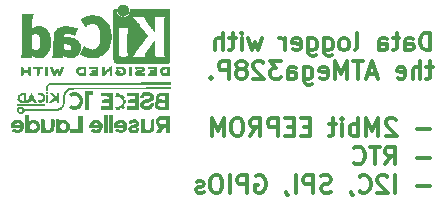
<source format=gbo>
%TF.GenerationSoftware,KiCad,Pcbnew,9.0.4*%
%TF.CreationDate,2025-09-30T16:41:53+08:00*%
%TF.ProjectId,KiCAD_Proj (MCU datalogger),4b694341-445f-4507-926f-6a20284d4355,rev?*%
%TF.SameCoordinates,Original*%
%TF.FileFunction,Legend,Bot*%
%TF.FilePolarity,Positive*%
%FSLAX46Y46*%
G04 Gerber Fmt 4.6, Leading zero omitted, Abs format (unit mm)*
G04 Created by KiCad (PCBNEW 9.0.4) date 2025-09-30 16:41:53*
%MOMM*%
%LPD*%
G01*
G04 APERTURE LIST*
%ADD10C,0.300000*%
%ADD11C,0.010000*%
%ADD12C,0.000000*%
G04 APERTURE END LIST*
D10*
X127248425Y-93730312D02*
X127248425Y-92230312D01*
X127248425Y-92230312D02*
X126891282Y-92230312D01*
X126891282Y-92230312D02*
X126676996Y-92301741D01*
X126676996Y-92301741D02*
X126534139Y-92444598D01*
X126534139Y-92444598D02*
X126462710Y-92587455D01*
X126462710Y-92587455D02*
X126391282Y-92873169D01*
X126391282Y-92873169D02*
X126391282Y-93087455D01*
X126391282Y-93087455D02*
X126462710Y-93373169D01*
X126462710Y-93373169D02*
X126534139Y-93516026D01*
X126534139Y-93516026D02*
X126676996Y-93658884D01*
X126676996Y-93658884D02*
X126891282Y-93730312D01*
X126891282Y-93730312D02*
X127248425Y-93730312D01*
X125105568Y-93730312D02*
X125105568Y-92944598D01*
X125105568Y-92944598D02*
X125176996Y-92801741D01*
X125176996Y-92801741D02*
X125319853Y-92730312D01*
X125319853Y-92730312D02*
X125605568Y-92730312D01*
X125605568Y-92730312D02*
X125748425Y-92801741D01*
X125105568Y-93658884D02*
X125248425Y-93730312D01*
X125248425Y-93730312D02*
X125605568Y-93730312D01*
X125605568Y-93730312D02*
X125748425Y-93658884D01*
X125748425Y-93658884D02*
X125819853Y-93516026D01*
X125819853Y-93516026D02*
X125819853Y-93373169D01*
X125819853Y-93373169D02*
X125748425Y-93230312D01*
X125748425Y-93230312D02*
X125605568Y-93158884D01*
X125605568Y-93158884D02*
X125248425Y-93158884D01*
X125248425Y-93158884D02*
X125105568Y-93087455D01*
X124605567Y-92730312D02*
X124034139Y-92730312D01*
X124391282Y-92230312D02*
X124391282Y-93516026D01*
X124391282Y-93516026D02*
X124319853Y-93658884D01*
X124319853Y-93658884D02*
X124176996Y-93730312D01*
X124176996Y-93730312D02*
X124034139Y-93730312D01*
X122891282Y-93730312D02*
X122891282Y-92944598D01*
X122891282Y-92944598D02*
X122962710Y-92801741D01*
X122962710Y-92801741D02*
X123105567Y-92730312D01*
X123105567Y-92730312D02*
X123391282Y-92730312D01*
X123391282Y-92730312D02*
X123534139Y-92801741D01*
X122891282Y-93658884D02*
X123034139Y-93730312D01*
X123034139Y-93730312D02*
X123391282Y-93730312D01*
X123391282Y-93730312D02*
X123534139Y-93658884D01*
X123534139Y-93658884D02*
X123605567Y-93516026D01*
X123605567Y-93516026D02*
X123605567Y-93373169D01*
X123605567Y-93373169D02*
X123534139Y-93230312D01*
X123534139Y-93230312D02*
X123391282Y-93158884D01*
X123391282Y-93158884D02*
X123034139Y-93158884D01*
X123034139Y-93158884D02*
X122891282Y-93087455D01*
X120819853Y-93730312D02*
X120962710Y-93658884D01*
X120962710Y-93658884D02*
X121034139Y-93516026D01*
X121034139Y-93516026D02*
X121034139Y-92230312D01*
X120034139Y-93730312D02*
X120176996Y-93658884D01*
X120176996Y-93658884D02*
X120248425Y-93587455D01*
X120248425Y-93587455D02*
X120319853Y-93444598D01*
X120319853Y-93444598D02*
X120319853Y-93016026D01*
X120319853Y-93016026D02*
X120248425Y-92873169D01*
X120248425Y-92873169D02*
X120176996Y-92801741D01*
X120176996Y-92801741D02*
X120034139Y-92730312D01*
X120034139Y-92730312D02*
X119819853Y-92730312D01*
X119819853Y-92730312D02*
X119676996Y-92801741D01*
X119676996Y-92801741D02*
X119605568Y-92873169D01*
X119605568Y-92873169D02*
X119534139Y-93016026D01*
X119534139Y-93016026D02*
X119534139Y-93444598D01*
X119534139Y-93444598D02*
X119605568Y-93587455D01*
X119605568Y-93587455D02*
X119676996Y-93658884D01*
X119676996Y-93658884D02*
X119819853Y-93730312D01*
X119819853Y-93730312D02*
X120034139Y-93730312D01*
X118248425Y-92730312D02*
X118248425Y-93944598D01*
X118248425Y-93944598D02*
X118319853Y-94087455D01*
X118319853Y-94087455D02*
X118391282Y-94158884D01*
X118391282Y-94158884D02*
X118534139Y-94230312D01*
X118534139Y-94230312D02*
X118748425Y-94230312D01*
X118748425Y-94230312D02*
X118891282Y-94158884D01*
X118248425Y-93658884D02*
X118391282Y-93730312D01*
X118391282Y-93730312D02*
X118676996Y-93730312D01*
X118676996Y-93730312D02*
X118819853Y-93658884D01*
X118819853Y-93658884D02*
X118891282Y-93587455D01*
X118891282Y-93587455D02*
X118962710Y-93444598D01*
X118962710Y-93444598D02*
X118962710Y-93016026D01*
X118962710Y-93016026D02*
X118891282Y-92873169D01*
X118891282Y-92873169D02*
X118819853Y-92801741D01*
X118819853Y-92801741D02*
X118676996Y-92730312D01*
X118676996Y-92730312D02*
X118391282Y-92730312D01*
X118391282Y-92730312D02*
X118248425Y-92801741D01*
X116891282Y-92730312D02*
X116891282Y-93944598D01*
X116891282Y-93944598D02*
X116962710Y-94087455D01*
X116962710Y-94087455D02*
X117034139Y-94158884D01*
X117034139Y-94158884D02*
X117176996Y-94230312D01*
X117176996Y-94230312D02*
X117391282Y-94230312D01*
X117391282Y-94230312D02*
X117534139Y-94158884D01*
X116891282Y-93658884D02*
X117034139Y-93730312D01*
X117034139Y-93730312D02*
X117319853Y-93730312D01*
X117319853Y-93730312D02*
X117462710Y-93658884D01*
X117462710Y-93658884D02*
X117534139Y-93587455D01*
X117534139Y-93587455D02*
X117605567Y-93444598D01*
X117605567Y-93444598D02*
X117605567Y-93016026D01*
X117605567Y-93016026D02*
X117534139Y-92873169D01*
X117534139Y-92873169D02*
X117462710Y-92801741D01*
X117462710Y-92801741D02*
X117319853Y-92730312D01*
X117319853Y-92730312D02*
X117034139Y-92730312D01*
X117034139Y-92730312D02*
X116891282Y-92801741D01*
X115605567Y-93658884D02*
X115748424Y-93730312D01*
X115748424Y-93730312D02*
X116034139Y-93730312D01*
X116034139Y-93730312D02*
X116176996Y-93658884D01*
X116176996Y-93658884D02*
X116248424Y-93516026D01*
X116248424Y-93516026D02*
X116248424Y-92944598D01*
X116248424Y-92944598D02*
X116176996Y-92801741D01*
X116176996Y-92801741D02*
X116034139Y-92730312D01*
X116034139Y-92730312D02*
X115748424Y-92730312D01*
X115748424Y-92730312D02*
X115605567Y-92801741D01*
X115605567Y-92801741D02*
X115534139Y-92944598D01*
X115534139Y-92944598D02*
X115534139Y-93087455D01*
X115534139Y-93087455D02*
X116248424Y-93230312D01*
X114891282Y-93730312D02*
X114891282Y-92730312D01*
X114891282Y-93016026D02*
X114819853Y-92873169D01*
X114819853Y-92873169D02*
X114748425Y-92801741D01*
X114748425Y-92801741D02*
X114605567Y-92730312D01*
X114605567Y-92730312D02*
X114462710Y-92730312D01*
X112962711Y-92730312D02*
X112676997Y-93730312D01*
X112676997Y-93730312D02*
X112391282Y-93016026D01*
X112391282Y-93016026D02*
X112105568Y-93730312D01*
X112105568Y-93730312D02*
X111819854Y-92730312D01*
X111248425Y-93730312D02*
X111248425Y-92730312D01*
X111248425Y-92230312D02*
X111319853Y-92301741D01*
X111319853Y-92301741D02*
X111248425Y-92373169D01*
X111248425Y-92373169D02*
X111176996Y-92301741D01*
X111176996Y-92301741D02*
X111248425Y-92230312D01*
X111248425Y-92230312D02*
X111248425Y-92373169D01*
X110748424Y-92730312D02*
X110176996Y-92730312D01*
X110534139Y-92230312D02*
X110534139Y-93516026D01*
X110534139Y-93516026D02*
X110462710Y-93658884D01*
X110462710Y-93658884D02*
X110319853Y-93730312D01*
X110319853Y-93730312D02*
X110176996Y-93730312D01*
X109676996Y-93730312D02*
X109676996Y-92230312D01*
X109034139Y-93730312D02*
X109034139Y-92944598D01*
X109034139Y-92944598D02*
X109105567Y-92801741D01*
X109105567Y-92801741D02*
X109248424Y-92730312D01*
X109248424Y-92730312D02*
X109462710Y-92730312D01*
X109462710Y-92730312D02*
X109605567Y-92801741D01*
X109605567Y-92801741D02*
X109676996Y-92873169D01*
X127462710Y-95145228D02*
X126891282Y-95145228D01*
X127248425Y-94645228D02*
X127248425Y-95930942D01*
X127248425Y-95930942D02*
X127176996Y-96073800D01*
X127176996Y-96073800D02*
X127034139Y-96145228D01*
X127034139Y-96145228D02*
X126891282Y-96145228D01*
X126391282Y-96145228D02*
X126391282Y-94645228D01*
X125748425Y-96145228D02*
X125748425Y-95359514D01*
X125748425Y-95359514D02*
X125819853Y-95216657D01*
X125819853Y-95216657D02*
X125962710Y-95145228D01*
X125962710Y-95145228D02*
X126176996Y-95145228D01*
X126176996Y-95145228D02*
X126319853Y-95216657D01*
X126319853Y-95216657D02*
X126391282Y-95288085D01*
X124462710Y-96073800D02*
X124605567Y-96145228D01*
X124605567Y-96145228D02*
X124891282Y-96145228D01*
X124891282Y-96145228D02*
X125034139Y-96073800D01*
X125034139Y-96073800D02*
X125105567Y-95930942D01*
X125105567Y-95930942D02*
X125105567Y-95359514D01*
X125105567Y-95359514D02*
X125034139Y-95216657D01*
X125034139Y-95216657D02*
X124891282Y-95145228D01*
X124891282Y-95145228D02*
X124605567Y-95145228D01*
X124605567Y-95145228D02*
X124462710Y-95216657D01*
X124462710Y-95216657D02*
X124391282Y-95359514D01*
X124391282Y-95359514D02*
X124391282Y-95502371D01*
X124391282Y-95502371D02*
X125105567Y-95645228D01*
X122676996Y-95716657D02*
X121962711Y-95716657D01*
X122819853Y-96145228D02*
X122319853Y-94645228D01*
X122319853Y-94645228D02*
X121819853Y-96145228D01*
X121534139Y-94645228D02*
X120676997Y-94645228D01*
X121105568Y-96145228D02*
X121105568Y-94645228D01*
X120176997Y-96145228D02*
X120176997Y-94645228D01*
X120176997Y-94645228D02*
X119676997Y-95716657D01*
X119676997Y-95716657D02*
X119176997Y-94645228D01*
X119176997Y-94645228D02*
X119176997Y-96145228D01*
X117891282Y-96073800D02*
X118034139Y-96145228D01*
X118034139Y-96145228D02*
X118319854Y-96145228D01*
X118319854Y-96145228D02*
X118462711Y-96073800D01*
X118462711Y-96073800D02*
X118534139Y-95930942D01*
X118534139Y-95930942D02*
X118534139Y-95359514D01*
X118534139Y-95359514D02*
X118462711Y-95216657D01*
X118462711Y-95216657D02*
X118319854Y-95145228D01*
X118319854Y-95145228D02*
X118034139Y-95145228D01*
X118034139Y-95145228D02*
X117891282Y-95216657D01*
X117891282Y-95216657D02*
X117819854Y-95359514D01*
X117819854Y-95359514D02*
X117819854Y-95502371D01*
X117819854Y-95502371D02*
X118534139Y-95645228D01*
X116534140Y-95145228D02*
X116534140Y-96359514D01*
X116534140Y-96359514D02*
X116605568Y-96502371D01*
X116605568Y-96502371D02*
X116676997Y-96573800D01*
X116676997Y-96573800D02*
X116819854Y-96645228D01*
X116819854Y-96645228D02*
X117034140Y-96645228D01*
X117034140Y-96645228D02*
X117176997Y-96573800D01*
X116534140Y-96073800D02*
X116676997Y-96145228D01*
X116676997Y-96145228D02*
X116962711Y-96145228D01*
X116962711Y-96145228D02*
X117105568Y-96073800D01*
X117105568Y-96073800D02*
X117176997Y-96002371D01*
X117176997Y-96002371D02*
X117248425Y-95859514D01*
X117248425Y-95859514D02*
X117248425Y-95430942D01*
X117248425Y-95430942D02*
X117176997Y-95288085D01*
X117176997Y-95288085D02*
X117105568Y-95216657D01*
X117105568Y-95216657D02*
X116962711Y-95145228D01*
X116962711Y-95145228D02*
X116676997Y-95145228D01*
X116676997Y-95145228D02*
X116534140Y-95216657D01*
X115176997Y-96145228D02*
X115176997Y-95359514D01*
X115176997Y-95359514D02*
X115248425Y-95216657D01*
X115248425Y-95216657D02*
X115391282Y-95145228D01*
X115391282Y-95145228D02*
X115676997Y-95145228D01*
X115676997Y-95145228D02*
X115819854Y-95216657D01*
X115176997Y-96073800D02*
X115319854Y-96145228D01*
X115319854Y-96145228D02*
X115676997Y-96145228D01*
X115676997Y-96145228D02*
X115819854Y-96073800D01*
X115819854Y-96073800D02*
X115891282Y-95930942D01*
X115891282Y-95930942D02*
X115891282Y-95788085D01*
X115891282Y-95788085D02*
X115819854Y-95645228D01*
X115819854Y-95645228D02*
X115676997Y-95573800D01*
X115676997Y-95573800D02*
X115319854Y-95573800D01*
X115319854Y-95573800D02*
X115176997Y-95502371D01*
X114605568Y-94645228D02*
X113676996Y-94645228D01*
X113676996Y-94645228D02*
X114176996Y-95216657D01*
X114176996Y-95216657D02*
X113962711Y-95216657D01*
X113962711Y-95216657D02*
X113819854Y-95288085D01*
X113819854Y-95288085D02*
X113748425Y-95359514D01*
X113748425Y-95359514D02*
X113676996Y-95502371D01*
X113676996Y-95502371D02*
X113676996Y-95859514D01*
X113676996Y-95859514D02*
X113748425Y-96002371D01*
X113748425Y-96002371D02*
X113819854Y-96073800D01*
X113819854Y-96073800D02*
X113962711Y-96145228D01*
X113962711Y-96145228D02*
X114391282Y-96145228D01*
X114391282Y-96145228D02*
X114534139Y-96073800D01*
X114534139Y-96073800D02*
X114605568Y-96002371D01*
X113105568Y-94788085D02*
X113034140Y-94716657D01*
X113034140Y-94716657D02*
X112891283Y-94645228D01*
X112891283Y-94645228D02*
X112534140Y-94645228D01*
X112534140Y-94645228D02*
X112391283Y-94716657D01*
X112391283Y-94716657D02*
X112319854Y-94788085D01*
X112319854Y-94788085D02*
X112248425Y-94930942D01*
X112248425Y-94930942D02*
X112248425Y-95073800D01*
X112248425Y-95073800D02*
X112319854Y-95288085D01*
X112319854Y-95288085D02*
X113176997Y-96145228D01*
X113176997Y-96145228D02*
X112248425Y-96145228D01*
X111391283Y-95288085D02*
X111534140Y-95216657D01*
X111534140Y-95216657D02*
X111605569Y-95145228D01*
X111605569Y-95145228D02*
X111676997Y-95002371D01*
X111676997Y-95002371D02*
X111676997Y-94930942D01*
X111676997Y-94930942D02*
X111605569Y-94788085D01*
X111605569Y-94788085D02*
X111534140Y-94716657D01*
X111534140Y-94716657D02*
X111391283Y-94645228D01*
X111391283Y-94645228D02*
X111105569Y-94645228D01*
X111105569Y-94645228D02*
X110962712Y-94716657D01*
X110962712Y-94716657D02*
X110891283Y-94788085D01*
X110891283Y-94788085D02*
X110819854Y-94930942D01*
X110819854Y-94930942D02*
X110819854Y-95002371D01*
X110819854Y-95002371D02*
X110891283Y-95145228D01*
X110891283Y-95145228D02*
X110962712Y-95216657D01*
X110962712Y-95216657D02*
X111105569Y-95288085D01*
X111105569Y-95288085D02*
X111391283Y-95288085D01*
X111391283Y-95288085D02*
X111534140Y-95359514D01*
X111534140Y-95359514D02*
X111605569Y-95430942D01*
X111605569Y-95430942D02*
X111676997Y-95573800D01*
X111676997Y-95573800D02*
X111676997Y-95859514D01*
X111676997Y-95859514D02*
X111605569Y-96002371D01*
X111605569Y-96002371D02*
X111534140Y-96073800D01*
X111534140Y-96073800D02*
X111391283Y-96145228D01*
X111391283Y-96145228D02*
X111105569Y-96145228D01*
X111105569Y-96145228D02*
X110962712Y-96073800D01*
X110962712Y-96073800D02*
X110891283Y-96002371D01*
X110891283Y-96002371D02*
X110819854Y-95859514D01*
X110819854Y-95859514D02*
X110819854Y-95573800D01*
X110819854Y-95573800D02*
X110891283Y-95430942D01*
X110891283Y-95430942D02*
X110962712Y-95359514D01*
X110962712Y-95359514D02*
X111105569Y-95288085D01*
X110176998Y-96145228D02*
X110176998Y-94645228D01*
X110176998Y-94645228D02*
X109605569Y-94645228D01*
X109605569Y-94645228D02*
X109462712Y-94716657D01*
X109462712Y-94716657D02*
X109391283Y-94788085D01*
X109391283Y-94788085D02*
X109319855Y-94930942D01*
X109319855Y-94930942D02*
X109319855Y-95145228D01*
X109319855Y-95145228D02*
X109391283Y-95288085D01*
X109391283Y-95288085D02*
X109462712Y-95359514D01*
X109462712Y-95359514D02*
X109605569Y-95430942D01*
X109605569Y-95430942D02*
X110176998Y-95430942D01*
X108676998Y-96002371D02*
X108605569Y-96073800D01*
X108605569Y-96073800D02*
X108676998Y-96145228D01*
X108676998Y-96145228D02*
X108748426Y-96073800D01*
X108748426Y-96073800D02*
X108676998Y-96002371D01*
X108676998Y-96002371D02*
X108676998Y-96145228D01*
X127248425Y-100403632D02*
X126105568Y-100403632D01*
X124319853Y-99617917D02*
X124248425Y-99546489D01*
X124248425Y-99546489D02*
X124105568Y-99475060D01*
X124105568Y-99475060D02*
X123748425Y-99475060D01*
X123748425Y-99475060D02*
X123605568Y-99546489D01*
X123605568Y-99546489D02*
X123534139Y-99617917D01*
X123534139Y-99617917D02*
X123462710Y-99760774D01*
X123462710Y-99760774D02*
X123462710Y-99903632D01*
X123462710Y-99903632D02*
X123534139Y-100117917D01*
X123534139Y-100117917D02*
X124391282Y-100975060D01*
X124391282Y-100975060D02*
X123462710Y-100975060D01*
X122819854Y-100975060D02*
X122819854Y-99475060D01*
X122819854Y-99475060D02*
X122319854Y-100546489D01*
X122319854Y-100546489D02*
X121819854Y-99475060D01*
X121819854Y-99475060D02*
X121819854Y-100975060D01*
X121105568Y-100975060D02*
X121105568Y-99475060D01*
X121105568Y-100046489D02*
X120962711Y-99975060D01*
X120962711Y-99975060D02*
X120676996Y-99975060D01*
X120676996Y-99975060D02*
X120534139Y-100046489D01*
X120534139Y-100046489D02*
X120462711Y-100117917D01*
X120462711Y-100117917D02*
X120391282Y-100260774D01*
X120391282Y-100260774D02*
X120391282Y-100689346D01*
X120391282Y-100689346D02*
X120462711Y-100832203D01*
X120462711Y-100832203D02*
X120534139Y-100903632D01*
X120534139Y-100903632D02*
X120676996Y-100975060D01*
X120676996Y-100975060D02*
X120962711Y-100975060D01*
X120962711Y-100975060D02*
X121105568Y-100903632D01*
X119748425Y-100975060D02*
X119748425Y-99975060D01*
X119748425Y-99475060D02*
X119819853Y-99546489D01*
X119819853Y-99546489D02*
X119748425Y-99617917D01*
X119748425Y-99617917D02*
X119676996Y-99546489D01*
X119676996Y-99546489D02*
X119748425Y-99475060D01*
X119748425Y-99475060D02*
X119748425Y-99617917D01*
X119248424Y-99975060D02*
X118676996Y-99975060D01*
X119034139Y-99475060D02*
X119034139Y-100760774D01*
X119034139Y-100760774D02*
X118962710Y-100903632D01*
X118962710Y-100903632D02*
X118819853Y-100975060D01*
X118819853Y-100975060D02*
X118676996Y-100975060D01*
X117034139Y-100189346D02*
X116534139Y-100189346D01*
X116319853Y-100975060D02*
X117034139Y-100975060D01*
X117034139Y-100975060D02*
X117034139Y-99475060D01*
X117034139Y-99475060D02*
X116319853Y-99475060D01*
X115676996Y-100189346D02*
X115176996Y-100189346D01*
X114962710Y-100975060D02*
X115676996Y-100975060D01*
X115676996Y-100975060D02*
X115676996Y-99475060D01*
X115676996Y-99475060D02*
X114962710Y-99475060D01*
X114319853Y-100975060D02*
X114319853Y-99475060D01*
X114319853Y-99475060D02*
X113748424Y-99475060D01*
X113748424Y-99475060D02*
X113605567Y-99546489D01*
X113605567Y-99546489D02*
X113534138Y-99617917D01*
X113534138Y-99617917D02*
X113462710Y-99760774D01*
X113462710Y-99760774D02*
X113462710Y-99975060D01*
X113462710Y-99975060D02*
X113534138Y-100117917D01*
X113534138Y-100117917D02*
X113605567Y-100189346D01*
X113605567Y-100189346D02*
X113748424Y-100260774D01*
X113748424Y-100260774D02*
X114319853Y-100260774D01*
X111962710Y-100975060D02*
X112462710Y-100260774D01*
X112819853Y-100975060D02*
X112819853Y-99475060D01*
X112819853Y-99475060D02*
X112248424Y-99475060D01*
X112248424Y-99475060D02*
X112105567Y-99546489D01*
X112105567Y-99546489D02*
X112034138Y-99617917D01*
X112034138Y-99617917D02*
X111962710Y-99760774D01*
X111962710Y-99760774D02*
X111962710Y-99975060D01*
X111962710Y-99975060D02*
X112034138Y-100117917D01*
X112034138Y-100117917D02*
X112105567Y-100189346D01*
X112105567Y-100189346D02*
X112248424Y-100260774D01*
X112248424Y-100260774D02*
X112819853Y-100260774D01*
X111034138Y-99475060D02*
X110748424Y-99475060D01*
X110748424Y-99475060D02*
X110605567Y-99546489D01*
X110605567Y-99546489D02*
X110462710Y-99689346D01*
X110462710Y-99689346D02*
X110391281Y-99975060D01*
X110391281Y-99975060D02*
X110391281Y-100475060D01*
X110391281Y-100475060D02*
X110462710Y-100760774D01*
X110462710Y-100760774D02*
X110605567Y-100903632D01*
X110605567Y-100903632D02*
X110748424Y-100975060D01*
X110748424Y-100975060D02*
X111034138Y-100975060D01*
X111034138Y-100975060D02*
X111176996Y-100903632D01*
X111176996Y-100903632D02*
X111319853Y-100760774D01*
X111319853Y-100760774D02*
X111391281Y-100475060D01*
X111391281Y-100475060D02*
X111391281Y-99975060D01*
X111391281Y-99975060D02*
X111319853Y-99689346D01*
X111319853Y-99689346D02*
X111176996Y-99546489D01*
X111176996Y-99546489D02*
X111034138Y-99475060D01*
X109748424Y-100975060D02*
X109748424Y-99475060D01*
X109748424Y-99475060D02*
X109248424Y-100546489D01*
X109248424Y-100546489D02*
X108748424Y-99475060D01*
X108748424Y-99475060D02*
X108748424Y-100975060D01*
X127248425Y-102818548D02*
X126105568Y-102818548D01*
X123391282Y-103389976D02*
X123891282Y-102675690D01*
X124248425Y-103389976D02*
X124248425Y-101889976D01*
X124248425Y-101889976D02*
X123676996Y-101889976D01*
X123676996Y-101889976D02*
X123534139Y-101961405D01*
X123534139Y-101961405D02*
X123462710Y-102032833D01*
X123462710Y-102032833D02*
X123391282Y-102175690D01*
X123391282Y-102175690D02*
X123391282Y-102389976D01*
X123391282Y-102389976D02*
X123462710Y-102532833D01*
X123462710Y-102532833D02*
X123534139Y-102604262D01*
X123534139Y-102604262D02*
X123676996Y-102675690D01*
X123676996Y-102675690D02*
X124248425Y-102675690D01*
X122962710Y-101889976D02*
X122105568Y-101889976D01*
X122534139Y-103389976D02*
X122534139Y-101889976D01*
X120748425Y-103247119D02*
X120819853Y-103318548D01*
X120819853Y-103318548D02*
X121034139Y-103389976D01*
X121034139Y-103389976D02*
X121176996Y-103389976D01*
X121176996Y-103389976D02*
X121391282Y-103318548D01*
X121391282Y-103318548D02*
X121534139Y-103175690D01*
X121534139Y-103175690D02*
X121605568Y-103032833D01*
X121605568Y-103032833D02*
X121676996Y-102747119D01*
X121676996Y-102747119D02*
X121676996Y-102532833D01*
X121676996Y-102532833D02*
X121605568Y-102247119D01*
X121605568Y-102247119D02*
X121534139Y-102104262D01*
X121534139Y-102104262D02*
X121391282Y-101961405D01*
X121391282Y-101961405D02*
X121176996Y-101889976D01*
X121176996Y-101889976D02*
X121034139Y-101889976D01*
X121034139Y-101889976D02*
X120819853Y-101961405D01*
X120819853Y-101961405D02*
X120748425Y-102032833D01*
X127248425Y-105233464D02*
X126105568Y-105233464D01*
X124248425Y-105804892D02*
X124248425Y-104304892D01*
X123605567Y-104447749D02*
X123534139Y-104376321D01*
X123534139Y-104376321D02*
X123391282Y-104304892D01*
X123391282Y-104304892D02*
X123034139Y-104304892D01*
X123034139Y-104304892D02*
X122891282Y-104376321D01*
X122891282Y-104376321D02*
X122819853Y-104447749D01*
X122819853Y-104447749D02*
X122748424Y-104590606D01*
X122748424Y-104590606D02*
X122748424Y-104733464D01*
X122748424Y-104733464D02*
X122819853Y-104947749D01*
X122819853Y-104947749D02*
X123676996Y-105804892D01*
X123676996Y-105804892D02*
X122748424Y-105804892D01*
X121248425Y-105662035D02*
X121319853Y-105733464D01*
X121319853Y-105733464D02*
X121534139Y-105804892D01*
X121534139Y-105804892D02*
X121676996Y-105804892D01*
X121676996Y-105804892D02*
X121891282Y-105733464D01*
X121891282Y-105733464D02*
X122034139Y-105590606D01*
X122034139Y-105590606D02*
X122105568Y-105447749D01*
X122105568Y-105447749D02*
X122176996Y-105162035D01*
X122176996Y-105162035D02*
X122176996Y-104947749D01*
X122176996Y-104947749D02*
X122105568Y-104662035D01*
X122105568Y-104662035D02*
X122034139Y-104519178D01*
X122034139Y-104519178D02*
X121891282Y-104376321D01*
X121891282Y-104376321D02*
X121676996Y-104304892D01*
X121676996Y-104304892D02*
X121534139Y-104304892D01*
X121534139Y-104304892D02*
X121319853Y-104376321D01*
X121319853Y-104376321D02*
X121248425Y-104447749D01*
X120534139Y-105733464D02*
X120534139Y-105804892D01*
X120534139Y-105804892D02*
X120605568Y-105947749D01*
X120605568Y-105947749D02*
X120676996Y-106019178D01*
X118819853Y-105733464D02*
X118605568Y-105804892D01*
X118605568Y-105804892D02*
X118248425Y-105804892D01*
X118248425Y-105804892D02*
X118105568Y-105733464D01*
X118105568Y-105733464D02*
X118034139Y-105662035D01*
X118034139Y-105662035D02*
X117962710Y-105519178D01*
X117962710Y-105519178D02*
X117962710Y-105376321D01*
X117962710Y-105376321D02*
X118034139Y-105233464D01*
X118034139Y-105233464D02*
X118105568Y-105162035D01*
X118105568Y-105162035D02*
X118248425Y-105090606D01*
X118248425Y-105090606D02*
X118534139Y-105019178D01*
X118534139Y-105019178D02*
X118676996Y-104947749D01*
X118676996Y-104947749D02*
X118748425Y-104876321D01*
X118748425Y-104876321D02*
X118819853Y-104733464D01*
X118819853Y-104733464D02*
X118819853Y-104590606D01*
X118819853Y-104590606D02*
X118748425Y-104447749D01*
X118748425Y-104447749D02*
X118676996Y-104376321D01*
X118676996Y-104376321D02*
X118534139Y-104304892D01*
X118534139Y-104304892D02*
X118176996Y-104304892D01*
X118176996Y-104304892D02*
X117962710Y-104376321D01*
X117319854Y-105804892D02*
X117319854Y-104304892D01*
X117319854Y-104304892D02*
X116748425Y-104304892D01*
X116748425Y-104304892D02*
X116605568Y-104376321D01*
X116605568Y-104376321D02*
X116534139Y-104447749D01*
X116534139Y-104447749D02*
X116462711Y-104590606D01*
X116462711Y-104590606D02*
X116462711Y-104804892D01*
X116462711Y-104804892D02*
X116534139Y-104947749D01*
X116534139Y-104947749D02*
X116605568Y-105019178D01*
X116605568Y-105019178D02*
X116748425Y-105090606D01*
X116748425Y-105090606D02*
X117319854Y-105090606D01*
X115819854Y-105804892D02*
X115819854Y-104304892D01*
X115034139Y-105733464D02*
X115034139Y-105804892D01*
X115034139Y-105804892D02*
X115105568Y-105947749D01*
X115105568Y-105947749D02*
X115176996Y-106019178D01*
X112462710Y-104376321D02*
X112605568Y-104304892D01*
X112605568Y-104304892D02*
X112819853Y-104304892D01*
X112819853Y-104304892D02*
X113034139Y-104376321D01*
X113034139Y-104376321D02*
X113176996Y-104519178D01*
X113176996Y-104519178D02*
X113248425Y-104662035D01*
X113248425Y-104662035D02*
X113319853Y-104947749D01*
X113319853Y-104947749D02*
X113319853Y-105162035D01*
X113319853Y-105162035D02*
X113248425Y-105447749D01*
X113248425Y-105447749D02*
X113176996Y-105590606D01*
X113176996Y-105590606D02*
X113034139Y-105733464D01*
X113034139Y-105733464D02*
X112819853Y-105804892D01*
X112819853Y-105804892D02*
X112676996Y-105804892D01*
X112676996Y-105804892D02*
X112462710Y-105733464D01*
X112462710Y-105733464D02*
X112391282Y-105662035D01*
X112391282Y-105662035D02*
X112391282Y-105162035D01*
X112391282Y-105162035D02*
X112676996Y-105162035D01*
X111748425Y-105804892D02*
X111748425Y-104304892D01*
X111748425Y-104304892D02*
X111176996Y-104304892D01*
X111176996Y-104304892D02*
X111034139Y-104376321D01*
X111034139Y-104376321D02*
X110962710Y-104447749D01*
X110962710Y-104447749D02*
X110891282Y-104590606D01*
X110891282Y-104590606D02*
X110891282Y-104804892D01*
X110891282Y-104804892D02*
X110962710Y-104947749D01*
X110962710Y-104947749D02*
X111034139Y-105019178D01*
X111034139Y-105019178D02*
X111176996Y-105090606D01*
X111176996Y-105090606D02*
X111748425Y-105090606D01*
X110248425Y-105804892D02*
X110248425Y-104304892D01*
X109248424Y-104304892D02*
X108962710Y-104304892D01*
X108962710Y-104304892D02*
X108819853Y-104376321D01*
X108819853Y-104376321D02*
X108676996Y-104519178D01*
X108676996Y-104519178D02*
X108605567Y-104804892D01*
X108605567Y-104804892D02*
X108605567Y-105304892D01*
X108605567Y-105304892D02*
X108676996Y-105590606D01*
X108676996Y-105590606D02*
X108819853Y-105733464D01*
X108819853Y-105733464D02*
X108962710Y-105804892D01*
X108962710Y-105804892D02*
X109248424Y-105804892D01*
X109248424Y-105804892D02*
X109391282Y-105733464D01*
X109391282Y-105733464D02*
X109534139Y-105590606D01*
X109534139Y-105590606D02*
X109605567Y-105304892D01*
X109605567Y-105304892D02*
X109605567Y-104804892D01*
X109605567Y-104804892D02*
X109534139Y-104519178D01*
X109534139Y-104519178D02*
X109391282Y-104376321D01*
X109391282Y-104376321D02*
X109248424Y-104304892D01*
X108034138Y-105733464D02*
X107891281Y-105804892D01*
X107891281Y-105804892D02*
X107605567Y-105804892D01*
X107605567Y-105804892D02*
X107462710Y-105733464D01*
X107462710Y-105733464D02*
X107391281Y-105590606D01*
X107391281Y-105590606D02*
X107391281Y-105519178D01*
X107391281Y-105519178D02*
X107462710Y-105376321D01*
X107462710Y-105376321D02*
X107605567Y-105304892D01*
X107605567Y-105304892D02*
X107819853Y-105304892D01*
X107819853Y-105304892D02*
X107962710Y-105233464D01*
X107962710Y-105233464D02*
X108034138Y-105090606D01*
X108034138Y-105090606D02*
X108034138Y-105019178D01*
X108034138Y-105019178D02*
X107962710Y-104876321D01*
X107962710Y-104876321D02*
X107819853Y-104804892D01*
X107819853Y-104804892D02*
X107605567Y-104804892D01*
X107605567Y-104804892D02*
X107462710Y-104876321D01*
D11*
%TO.C,REF\u002A\u002A*%
X94702342Y-95111949D02*
X94728063Y-95127647D01*
X94754714Y-95149227D01*
X94754714Y-95796684D01*
X94728063Y-95818264D01*
X94696703Y-95835739D01*
X94660902Y-95836575D01*
X94629464Y-95816082D01*
X94625588Y-95811416D01*
X94620122Y-95801949D01*
X94615915Y-95788267D01*
X94612803Y-95767748D01*
X94610623Y-95737768D01*
X94609212Y-95695704D01*
X94608407Y-95638932D01*
X94608043Y-95564830D01*
X94607958Y-95470773D01*
X94607958Y-95149227D01*
X94634609Y-95127647D01*
X94658322Y-95112877D01*
X94681336Y-95106067D01*
X94702342Y-95111949D01*
G36*
X94702342Y-95111949D02*
G01*
X94728063Y-95127647D01*
X94754714Y-95149227D01*
X94754714Y-95796684D01*
X94728063Y-95818264D01*
X94696703Y-95835739D01*
X94660902Y-95836575D01*
X94629464Y-95816082D01*
X94625588Y-95811416D01*
X94620122Y-95801949D01*
X94615915Y-95788267D01*
X94612803Y-95767748D01*
X94610623Y-95737768D01*
X94609212Y-95695704D01*
X94608407Y-95638932D01*
X94608043Y-95564830D01*
X94607958Y-95470773D01*
X94607958Y-95149227D01*
X94634609Y-95127647D01*
X94658322Y-95112877D01*
X94681336Y-95106067D01*
X94702342Y-95111949D01*
G37*
X101833073Y-95110463D02*
X101867227Y-95133776D01*
X101894936Y-95161485D01*
X101894936Y-95474537D01*
X101894895Y-95558567D01*
X101894637Y-95632789D01*
X101893966Y-95689541D01*
X101892688Y-95731512D01*
X101890609Y-95761389D01*
X101887535Y-95781861D01*
X101883270Y-95795614D01*
X101877620Y-95805337D01*
X101870391Y-95813717D01*
X101838927Y-95835181D01*
X101803762Y-95836947D01*
X101770758Y-95817267D01*
X101765452Y-95811398D01*
X101760002Y-95802314D01*
X101755836Y-95788973D01*
X101752782Y-95768757D01*
X101750668Y-95739049D01*
X101749322Y-95697232D01*
X101748574Y-95640689D01*
X101748250Y-95566802D01*
X101748181Y-95472956D01*
X101748220Y-95397294D01*
X101748475Y-95319385D01*
X101749119Y-95259375D01*
X101750323Y-95214648D01*
X101752260Y-95182585D01*
X101755100Y-95160571D01*
X101759015Y-95145987D01*
X101764178Y-95136218D01*
X101770758Y-95128645D01*
X101799942Y-95109623D01*
X101833073Y-95110463D01*
G36*
X101833073Y-95110463D02*
G01*
X101867227Y-95133776D01*
X101894936Y-95161485D01*
X101894936Y-95474537D01*
X101894895Y-95558567D01*
X101894637Y-95632789D01*
X101893966Y-95689541D01*
X101892688Y-95731512D01*
X101890609Y-95761389D01*
X101887535Y-95781861D01*
X101883270Y-95795614D01*
X101877620Y-95805337D01*
X101870391Y-95813717D01*
X101838927Y-95835181D01*
X101803762Y-95836947D01*
X101770758Y-95817267D01*
X101765452Y-95811398D01*
X101760002Y-95802314D01*
X101755836Y-95788973D01*
X101752782Y-95768757D01*
X101750668Y-95739049D01*
X101749322Y-95697232D01*
X101748574Y-95640689D01*
X101748250Y-95566802D01*
X101748181Y-95472956D01*
X101748220Y-95397294D01*
X101748475Y-95319385D01*
X101749119Y-95259375D01*
X101750323Y-95214648D01*
X101752260Y-95182585D01*
X101755100Y-95160571D01*
X101759015Y-95145987D01*
X101764178Y-95136218D01*
X101770758Y-95128645D01*
X101799942Y-95109623D01*
X101833073Y-95110463D01*
G37*
X101301498Y-89869850D02*
X101384249Y-89897053D01*
X101459342Y-89942484D01*
X101531234Y-90008302D01*
X101569782Y-90052567D01*
X101609192Y-90110961D01*
X101634382Y-90171586D01*
X101647797Y-90240865D01*
X101651884Y-90325222D01*
X101651605Y-90371307D01*
X101649396Y-90412450D01*
X101643830Y-90444582D01*
X101633522Y-90475122D01*
X101617084Y-90511489D01*
X101603136Y-90538728D01*
X101544601Y-90624429D01*
X101472555Y-90693617D01*
X101388883Y-90744741D01*
X101295467Y-90776250D01*
X101262370Y-90783225D01*
X101221896Y-90790094D01*
X101188935Y-90791919D01*
X101154634Y-90788947D01*
X101110136Y-90781426D01*
X101058870Y-90769002D01*
X100968370Y-90731112D01*
X100889281Y-90676836D01*
X100823464Y-90608770D01*
X100772776Y-90529511D01*
X100739076Y-90441654D01*
X100724222Y-90347795D01*
X100730072Y-90250530D01*
X100756335Y-90154220D01*
X100801354Y-90065494D01*
X100862309Y-89990419D01*
X100937120Y-89930641D01*
X101023704Y-89887809D01*
X101119979Y-89863571D01*
X101223864Y-89859576D01*
X101301498Y-89869850D01*
G36*
X101301498Y-89869850D02*
G01*
X101384249Y-89897053D01*
X101459342Y-89942484D01*
X101531234Y-90008302D01*
X101569782Y-90052567D01*
X101609192Y-90110961D01*
X101634382Y-90171586D01*
X101647797Y-90240865D01*
X101651884Y-90325222D01*
X101651605Y-90371307D01*
X101649396Y-90412450D01*
X101643830Y-90444582D01*
X101633522Y-90475122D01*
X101617084Y-90511489D01*
X101603136Y-90538728D01*
X101544601Y-90624429D01*
X101472555Y-90693617D01*
X101388883Y-90744741D01*
X101295467Y-90776250D01*
X101262370Y-90783225D01*
X101221896Y-90790094D01*
X101188935Y-90791919D01*
X101154634Y-90788947D01*
X101110136Y-90781426D01*
X101058870Y-90769002D01*
X100968370Y-90731112D01*
X100889281Y-90676836D01*
X100823464Y-90608770D01*
X100772776Y-90529511D01*
X100739076Y-90441654D01*
X100724222Y-90347795D01*
X100730072Y-90250530D01*
X100756335Y-90154220D01*
X100801354Y-90065494D01*
X100862309Y-89990419D01*
X100937120Y-89930641D01*
X101023704Y-89887809D01*
X101119979Y-89863571D01*
X101223864Y-89859576D01*
X101301498Y-89869850D01*
G37*
X94002703Y-95106068D02*
X94096826Y-95106158D01*
X94171341Y-95106498D01*
X94228747Y-95107239D01*
X94271547Y-95108535D01*
X94302240Y-95110537D01*
X94323327Y-95113396D01*
X94337309Y-95117266D01*
X94346686Y-95122298D01*
X94353958Y-95128645D01*
X94372764Y-95161362D01*
X94374211Y-95198939D01*
X94357853Y-95232178D01*
X94356493Y-95233631D01*
X94345290Y-95241992D01*
X94328188Y-95247547D01*
X94301018Y-95250840D01*
X94259614Y-95252418D01*
X94199809Y-95252822D01*
X94060447Y-95252822D01*
X94060447Y-95516589D01*
X94060372Y-95592417D01*
X94059964Y-95659083D01*
X94058982Y-95708867D01*
X94057186Y-95744784D01*
X94054335Y-95769850D01*
X94050189Y-95787081D01*
X94044507Y-95799492D01*
X94037050Y-95810100D01*
X94034760Y-95812906D01*
X94003582Y-95835548D01*
X93969202Y-95837112D01*
X93936270Y-95817267D01*
X93929291Y-95809191D01*
X93923819Y-95798593D01*
X93919799Y-95782749D01*
X93917008Y-95758773D01*
X93915224Y-95723774D01*
X93914225Y-95674864D01*
X93913788Y-95609154D01*
X93913692Y-95523756D01*
X93913692Y-95252822D01*
X93767756Y-95252822D01*
X93756656Y-95252821D01*
X93700138Y-95252596D01*
X93661294Y-95251457D01*
X93635901Y-95248657D01*
X93619740Y-95243450D01*
X93608588Y-95235089D01*
X93598225Y-95222826D01*
X93582377Y-95192138D01*
X93585479Y-95158358D01*
X93611123Y-95125822D01*
X93616065Y-95122105D01*
X93626274Y-95117269D01*
X93641700Y-95113506D01*
X93664822Y-95110683D01*
X93698119Y-95108670D01*
X93744073Y-95107333D01*
X93805164Y-95106542D01*
X93883871Y-95106163D01*
X93982676Y-95106067D01*
X94002703Y-95106068D01*
G36*
X94002703Y-95106068D02*
G01*
X94096826Y-95106158D01*
X94171341Y-95106498D01*
X94228747Y-95107239D01*
X94271547Y-95108535D01*
X94302240Y-95110537D01*
X94323327Y-95113396D01*
X94337309Y-95117266D01*
X94346686Y-95122298D01*
X94353958Y-95128645D01*
X94372764Y-95161362D01*
X94374211Y-95198939D01*
X94357853Y-95232178D01*
X94356493Y-95233631D01*
X94345290Y-95241992D01*
X94328188Y-95247547D01*
X94301018Y-95250840D01*
X94259614Y-95252418D01*
X94199809Y-95252822D01*
X94060447Y-95252822D01*
X94060447Y-95516589D01*
X94060372Y-95592417D01*
X94059964Y-95659083D01*
X94058982Y-95708867D01*
X94057186Y-95744784D01*
X94054335Y-95769850D01*
X94050189Y-95787081D01*
X94044507Y-95799492D01*
X94037050Y-95810100D01*
X94034760Y-95812906D01*
X94003582Y-95835548D01*
X93969202Y-95837112D01*
X93936270Y-95817267D01*
X93929291Y-95809191D01*
X93923819Y-95798593D01*
X93919799Y-95782749D01*
X93917008Y-95758773D01*
X93915224Y-95723774D01*
X93914225Y-95674864D01*
X93913788Y-95609154D01*
X93913692Y-95523756D01*
X93913692Y-95252822D01*
X93767756Y-95252822D01*
X93756656Y-95252821D01*
X93700138Y-95252596D01*
X93661294Y-95251457D01*
X93635901Y-95248657D01*
X93619740Y-95243450D01*
X93608588Y-95235089D01*
X93598225Y-95222826D01*
X93582377Y-95192138D01*
X93585479Y-95158358D01*
X93611123Y-95125822D01*
X93616065Y-95122105D01*
X93626274Y-95117269D01*
X93641700Y-95113506D01*
X93664822Y-95110683D01*
X93698119Y-95108670D01*
X93744073Y-95107333D01*
X93805164Y-95106542D01*
X93883871Y-95106163D01*
X93982676Y-95106067D01*
X94002703Y-95106068D01*
G37*
X93326670Y-95128645D02*
X93332302Y-95134835D01*
X93337392Y-95143041D01*
X93341479Y-95154817D01*
X93344657Y-95172276D01*
X93347023Y-95197530D01*
X93348674Y-95232690D01*
X93349705Y-95279869D01*
X93350213Y-95341177D01*
X93350295Y-95418727D01*
X93350045Y-95514631D01*
X93349561Y-95631000D01*
X93349493Y-95645175D01*
X93348907Y-95706937D01*
X93347584Y-95750620D01*
X93345039Y-95780001D01*
X93340784Y-95798855D01*
X93334332Y-95810959D01*
X93325198Y-95820089D01*
X93291740Y-95837506D01*
X93256792Y-95834604D01*
X93225889Y-95810100D01*
X93216880Y-95796897D01*
X93209428Y-95778361D01*
X93205060Y-95752333D01*
X93203005Y-95713787D01*
X93202492Y-95657700D01*
X93202492Y-95535045D01*
X92705781Y-95535045D01*
X92705781Y-95669871D01*
X92705708Y-95705662D01*
X92704945Y-95751992D01*
X92702769Y-95782526D01*
X92698472Y-95801557D01*
X92691348Y-95813374D01*
X92680691Y-95822271D01*
X92648440Y-95837341D01*
X92613153Y-95834673D01*
X92582422Y-95810100D01*
X92577767Y-95803845D01*
X92571831Y-95793321D01*
X92567300Y-95779391D01*
X92563984Y-95759317D01*
X92561695Y-95730360D01*
X92560244Y-95689780D01*
X92559441Y-95634840D01*
X92559098Y-95562799D01*
X92559025Y-95470920D01*
X92559025Y-95161485D01*
X92586734Y-95133776D01*
X92618113Y-95111533D01*
X92651342Y-95108844D01*
X92683203Y-95128645D01*
X92691489Y-95138415D01*
X92698901Y-95154307D01*
X92703238Y-95178275D01*
X92705274Y-95215148D01*
X92705781Y-95269756D01*
X92705781Y-95388289D01*
X93202492Y-95388289D01*
X93202492Y-95272776D01*
X93202930Y-95221078D01*
X93204894Y-95186554D01*
X93209410Y-95163978D01*
X93217503Y-95148126D01*
X93230201Y-95133776D01*
X93261579Y-95111533D01*
X93294808Y-95108844D01*
X93326670Y-95128645D01*
G36*
X93326670Y-95128645D02*
G01*
X93332302Y-95134835D01*
X93337392Y-95143041D01*
X93341479Y-95154817D01*
X93344657Y-95172276D01*
X93347023Y-95197530D01*
X93348674Y-95232690D01*
X93349705Y-95279869D01*
X93350213Y-95341177D01*
X93350295Y-95418727D01*
X93350045Y-95514631D01*
X93349561Y-95631000D01*
X93349493Y-95645175D01*
X93348907Y-95706937D01*
X93347584Y-95750620D01*
X93345039Y-95780001D01*
X93340784Y-95798855D01*
X93334332Y-95810959D01*
X93325198Y-95820089D01*
X93291740Y-95837506D01*
X93256792Y-95834604D01*
X93225889Y-95810100D01*
X93216880Y-95796897D01*
X93209428Y-95778361D01*
X93205060Y-95752333D01*
X93203005Y-95713787D01*
X93202492Y-95657700D01*
X93202492Y-95535045D01*
X92705781Y-95535045D01*
X92705781Y-95669871D01*
X92705708Y-95705662D01*
X92704945Y-95751992D01*
X92702769Y-95782526D01*
X92698472Y-95801557D01*
X92691348Y-95813374D01*
X92680691Y-95822271D01*
X92648440Y-95837341D01*
X92613153Y-95834673D01*
X92582422Y-95810100D01*
X92577767Y-95803845D01*
X92571831Y-95793321D01*
X92567300Y-95779391D01*
X92563984Y-95759317D01*
X92561695Y-95730360D01*
X92560244Y-95689780D01*
X92559441Y-95634840D01*
X92559098Y-95562799D01*
X92559025Y-95470920D01*
X92559025Y-95161485D01*
X92586734Y-95133776D01*
X92618113Y-95111533D01*
X92651342Y-95108844D01*
X92683203Y-95128645D01*
X92691489Y-95138415D01*
X92698901Y-95154307D01*
X92703238Y-95178275D01*
X92705274Y-95215148D01*
X92705781Y-95269756D01*
X92705781Y-95388289D01*
X93202492Y-95388289D01*
X93202492Y-95272776D01*
X93202930Y-95221078D01*
X93204894Y-95186554D01*
X93209410Y-95163978D01*
X93217503Y-95148126D01*
X93230201Y-95133776D01*
X93261579Y-95111533D01*
X93294808Y-95108844D01*
X93326670Y-95128645D01*
G37*
X98032069Y-95717396D02*
X98030099Y-95750175D01*
X98027171Y-95773095D01*
X98023094Y-95788897D01*
X98017679Y-95800319D01*
X98010739Y-95810100D01*
X97987342Y-95839845D01*
X97821650Y-95839251D01*
X97786854Y-95838953D01*
X97688371Y-95835522D01*
X97607409Y-95827839D01*
X97540315Y-95815282D01*
X97483432Y-95797227D01*
X97433105Y-95773052D01*
X97429746Y-95771135D01*
X97371934Y-95734417D01*
X97329580Y-95697451D01*
X97296764Y-95653966D01*
X97267564Y-95597689D01*
X97263282Y-95588073D01*
X97240705Y-95524887D01*
X97234970Y-95479333D01*
X97384215Y-95479333D01*
X97389828Y-95504061D01*
X97395554Y-95519939D01*
X97428484Y-95579847D01*
X97475822Y-95625600D01*
X97539588Y-95658736D01*
X97621797Y-95680790D01*
X97624591Y-95681292D01*
X97670876Y-95687255D01*
X97727272Y-95691483D01*
X97782210Y-95693089D01*
X97876092Y-95693089D01*
X97876092Y-95252822D01*
X97788603Y-95253270D01*
X97721683Y-95255746D01*
X97629285Y-95266998D01*
X97549970Y-95286537D01*
X97487996Y-95313511D01*
X97457056Y-95334240D01*
X97428936Y-95364006D01*
X97405596Y-95406434D01*
X97398469Y-95422400D01*
X97386645Y-95454902D01*
X97384215Y-95479333D01*
X97234970Y-95479333D01*
X97233733Y-95469509D01*
X97242335Y-95414483D01*
X97266477Y-95352351D01*
X97267273Y-95350658D01*
X97307724Y-95281236D01*
X97358409Y-95224638D01*
X97421134Y-95180070D01*
X97497710Y-95146741D01*
X97589945Y-95123861D01*
X97699648Y-95110636D01*
X97828627Y-95106275D01*
X97832199Y-95106270D01*
X97892219Y-95106410D01*
X97934150Y-95107446D01*
X97962264Y-95110040D01*
X97980833Y-95114853D01*
X97994130Y-95122544D01*
X98006427Y-95133776D01*
X98034136Y-95161485D01*
X98034136Y-95470920D01*
X98034111Y-95532526D01*
X98033886Y-95611311D01*
X98033268Y-95672021D01*
X98032711Y-95693089D01*
X98032069Y-95717396D01*
G36*
X98032069Y-95717396D02*
G01*
X98030099Y-95750175D01*
X98027171Y-95773095D01*
X98023094Y-95788897D01*
X98017679Y-95800319D01*
X98010739Y-95810100D01*
X97987342Y-95839845D01*
X97821650Y-95839251D01*
X97786854Y-95838953D01*
X97688371Y-95835522D01*
X97607409Y-95827839D01*
X97540315Y-95815282D01*
X97483432Y-95797227D01*
X97433105Y-95773052D01*
X97429746Y-95771135D01*
X97371934Y-95734417D01*
X97329580Y-95697451D01*
X97296764Y-95653966D01*
X97267564Y-95597689D01*
X97263282Y-95588073D01*
X97240705Y-95524887D01*
X97234970Y-95479333D01*
X97384215Y-95479333D01*
X97389828Y-95504061D01*
X97395554Y-95519939D01*
X97428484Y-95579847D01*
X97475822Y-95625600D01*
X97539588Y-95658736D01*
X97621797Y-95680790D01*
X97624591Y-95681292D01*
X97670876Y-95687255D01*
X97727272Y-95691483D01*
X97782210Y-95693089D01*
X97876092Y-95693089D01*
X97876092Y-95252822D01*
X97788603Y-95253270D01*
X97721683Y-95255746D01*
X97629285Y-95266998D01*
X97549970Y-95286537D01*
X97487996Y-95313511D01*
X97457056Y-95334240D01*
X97428936Y-95364006D01*
X97405596Y-95406434D01*
X97398469Y-95422400D01*
X97386645Y-95454902D01*
X97384215Y-95479333D01*
X97234970Y-95479333D01*
X97233733Y-95469509D01*
X97242335Y-95414483D01*
X97266477Y-95352351D01*
X97267273Y-95350658D01*
X97307724Y-95281236D01*
X97358409Y-95224638D01*
X97421134Y-95180070D01*
X97497710Y-95146741D01*
X97589945Y-95123861D01*
X97699648Y-95110636D01*
X97828627Y-95106275D01*
X97832199Y-95106270D01*
X97892219Y-95106410D01*
X97934150Y-95107446D01*
X97962264Y-95110040D01*
X97980833Y-95114853D01*
X97994130Y-95122544D01*
X98006427Y-95133776D01*
X98034136Y-95161485D01*
X98034136Y-95470920D01*
X98034111Y-95532526D01*
X98033886Y-95611311D01*
X98033268Y-95672021D01*
X98032711Y-95693089D01*
X98032069Y-95717396D01*
G37*
X105123753Y-95291427D02*
X105123806Y-95372041D01*
X105123558Y-95472956D01*
X105123519Y-95548617D01*
X105123264Y-95626526D01*
X105122620Y-95686536D01*
X105121416Y-95731264D01*
X105119479Y-95763326D01*
X105116639Y-95785340D01*
X105112724Y-95799924D01*
X105107562Y-95809694D01*
X105100981Y-95817267D01*
X105094013Y-95823501D01*
X105081015Y-95830801D01*
X105061867Y-95835554D01*
X105032464Y-95838292D01*
X104988698Y-95839545D01*
X104926464Y-95839845D01*
X104877518Y-95839469D01*
X104770658Y-95835041D01*
X104681430Y-95824953D01*
X104606632Y-95808365D01*
X104543061Y-95784435D01*
X104487515Y-95752321D01*
X104436790Y-95711182D01*
X104430802Y-95705330D01*
X104393935Y-95656821D01*
X104362835Y-95596013D01*
X104341353Y-95531769D01*
X104336072Y-95493026D01*
X104483289Y-95493026D01*
X104501571Y-95543961D01*
X104531241Y-95589878D01*
X104577938Y-95632287D01*
X104639328Y-95662090D01*
X104718474Y-95681226D01*
X104719964Y-95681464D01*
X104768935Y-95687256D01*
X104827629Y-95691396D01*
X104883670Y-95693004D01*
X104976803Y-95693089D01*
X104976803Y-95252822D01*
X104900603Y-95252808D01*
X104897575Y-95252817D01*
X104846455Y-95254782D01*
X104786352Y-95259507D01*
X104729644Y-95266035D01*
X104679686Y-95275331D01*
X104604934Y-95301600D01*
X104547425Y-95340899D01*
X104505924Y-95393933D01*
X104484707Y-95445200D01*
X104483289Y-95493026D01*
X104336072Y-95493026D01*
X104333336Y-95472956D01*
X104334615Y-95451739D01*
X104346927Y-95394323D01*
X104369456Y-95334413D01*
X104398686Y-95280363D01*
X104431103Y-95240532D01*
X104450644Y-95223510D01*
X104505356Y-95184322D01*
X104565659Y-95154193D01*
X104634855Y-95132232D01*
X104716247Y-95117550D01*
X104813136Y-95109259D01*
X104928825Y-95106467D01*
X104968307Y-95106066D01*
X105014018Y-95105653D01*
X105049819Y-95107457D01*
X105076910Y-95113739D01*
X105096492Y-95126759D01*
X105109766Y-95148778D01*
X105117934Y-95182055D01*
X105122196Y-95228851D01*
X105122793Y-95252822D01*
X105123753Y-95291427D01*
G36*
X105123753Y-95291427D02*
G01*
X105123806Y-95372041D01*
X105123558Y-95472956D01*
X105123519Y-95548617D01*
X105123264Y-95626526D01*
X105122620Y-95686536D01*
X105121416Y-95731264D01*
X105119479Y-95763326D01*
X105116639Y-95785340D01*
X105112724Y-95799924D01*
X105107562Y-95809694D01*
X105100981Y-95817267D01*
X105094013Y-95823501D01*
X105081015Y-95830801D01*
X105061867Y-95835554D01*
X105032464Y-95838292D01*
X104988698Y-95839545D01*
X104926464Y-95839845D01*
X104877518Y-95839469D01*
X104770658Y-95835041D01*
X104681430Y-95824953D01*
X104606632Y-95808365D01*
X104543061Y-95784435D01*
X104487515Y-95752321D01*
X104436790Y-95711182D01*
X104430802Y-95705330D01*
X104393935Y-95656821D01*
X104362835Y-95596013D01*
X104341353Y-95531769D01*
X104336072Y-95493026D01*
X104483289Y-95493026D01*
X104501571Y-95543961D01*
X104531241Y-95589878D01*
X104577938Y-95632287D01*
X104639328Y-95662090D01*
X104718474Y-95681226D01*
X104719964Y-95681464D01*
X104768935Y-95687256D01*
X104827629Y-95691396D01*
X104883670Y-95693004D01*
X104976803Y-95693089D01*
X104976803Y-95252822D01*
X104900603Y-95252808D01*
X104897575Y-95252817D01*
X104846455Y-95254782D01*
X104786352Y-95259507D01*
X104729644Y-95266035D01*
X104679686Y-95275331D01*
X104604934Y-95301600D01*
X104547425Y-95340899D01*
X104505924Y-95393933D01*
X104484707Y-95445200D01*
X104483289Y-95493026D01*
X104336072Y-95493026D01*
X104333336Y-95472956D01*
X104334615Y-95451739D01*
X104346927Y-95394323D01*
X104369456Y-95334413D01*
X104398686Y-95280363D01*
X104431103Y-95240532D01*
X104450644Y-95223510D01*
X104505356Y-95184322D01*
X104565659Y-95154193D01*
X104634855Y-95132232D01*
X104716247Y-95117550D01*
X104813136Y-95109259D01*
X104928825Y-95106467D01*
X104968307Y-95106066D01*
X105014018Y-95105653D01*
X105049819Y-95107457D01*
X105076910Y-95113739D01*
X105096492Y-95126759D01*
X105109766Y-95148778D01*
X105117934Y-95182055D01*
X105122196Y-95228851D01*
X105122793Y-95252822D01*
X105123753Y-95291427D01*
G37*
X100178829Y-95104892D02*
X100190237Y-95111029D01*
X100200786Y-95121691D01*
X100212072Y-95135811D01*
X100216525Y-95141772D01*
X100222524Y-95152268D01*
X100227103Y-95166093D01*
X100230455Y-95185998D01*
X100232769Y-95214732D01*
X100234237Y-95255045D01*
X100235049Y-95309687D01*
X100235396Y-95381407D01*
X100235470Y-95472956D01*
X100235447Y-95531486D01*
X100235228Y-95610573D01*
X100234619Y-95671516D01*
X100233428Y-95717062D01*
X100231465Y-95749963D01*
X100228539Y-95772968D01*
X100224459Y-95788826D01*
X100219033Y-95800286D01*
X100212072Y-95810100D01*
X100181644Y-95834493D01*
X100146701Y-95837372D01*
X100109720Y-95818282D01*
X100105536Y-95814807D01*
X100097360Y-95806279D01*
X100091300Y-95794728D01*
X100086917Y-95776896D01*
X100083775Y-95749524D01*
X100081438Y-95709354D01*
X100079467Y-95653128D01*
X100077425Y-95577589D01*
X100071781Y-95358458D01*
X99806492Y-95599099D01*
X99732658Y-95665875D01*
X99667478Y-95723991D01*
X99615284Y-95768949D01*
X99574209Y-95801871D01*
X99542391Y-95823879D01*
X99517962Y-95836094D01*
X99499060Y-95839639D01*
X99483819Y-95835636D01*
X99470375Y-95825207D01*
X99456863Y-95809474D01*
X99450618Y-95800991D01*
X99444986Y-95790413D01*
X99440775Y-95776255D01*
X99437823Y-95755803D01*
X99435968Y-95726342D01*
X99435049Y-95685161D01*
X99434904Y-95629544D01*
X99435371Y-95556779D01*
X99436288Y-95464151D01*
X99439603Y-95149199D01*
X99466254Y-95127633D01*
X99492319Y-95111441D01*
X99525177Y-95108670D01*
X99559708Y-95127623D01*
X99564020Y-95131208D01*
X99572152Y-95139737D01*
X99578181Y-95151329D01*
X99582542Y-95169235D01*
X99585670Y-95196706D01*
X99587999Y-95236994D01*
X99589965Y-95293351D01*
X99592003Y-95369029D01*
X99597647Y-95588878D01*
X99778270Y-95425084D01*
X99865008Y-95346451D01*
X99940779Y-95278058D01*
X100002916Y-95222708D01*
X100053014Y-95179338D01*
X100092671Y-95146881D01*
X100123484Y-95124273D01*
X100147050Y-95110448D01*
X100164966Y-95104343D01*
X100178829Y-95104892D01*
G36*
X100178829Y-95104892D02*
G01*
X100190237Y-95111029D01*
X100200786Y-95121691D01*
X100212072Y-95135811D01*
X100216525Y-95141772D01*
X100222524Y-95152268D01*
X100227103Y-95166093D01*
X100230455Y-95185998D01*
X100232769Y-95214732D01*
X100234237Y-95255045D01*
X100235049Y-95309687D01*
X100235396Y-95381407D01*
X100235470Y-95472956D01*
X100235447Y-95531486D01*
X100235228Y-95610573D01*
X100234619Y-95671516D01*
X100233428Y-95717062D01*
X100231465Y-95749963D01*
X100228539Y-95772968D01*
X100224459Y-95788826D01*
X100219033Y-95800286D01*
X100212072Y-95810100D01*
X100181644Y-95834493D01*
X100146701Y-95837372D01*
X100109720Y-95818282D01*
X100105536Y-95814807D01*
X100097360Y-95806279D01*
X100091300Y-95794728D01*
X100086917Y-95776896D01*
X100083775Y-95749524D01*
X100081438Y-95709354D01*
X100079467Y-95653128D01*
X100077425Y-95577589D01*
X100071781Y-95358458D01*
X99806492Y-95599099D01*
X99732658Y-95665875D01*
X99667478Y-95723991D01*
X99615284Y-95768949D01*
X99574209Y-95801871D01*
X99542391Y-95823879D01*
X99517962Y-95836094D01*
X99499060Y-95839639D01*
X99483819Y-95835636D01*
X99470375Y-95825207D01*
X99456863Y-95809474D01*
X99450618Y-95800991D01*
X99444986Y-95790413D01*
X99440775Y-95776255D01*
X99437823Y-95755803D01*
X99435968Y-95726342D01*
X99435049Y-95685161D01*
X99434904Y-95629544D01*
X99435371Y-95556779D01*
X99436288Y-95464151D01*
X99439603Y-95149199D01*
X99466254Y-95127633D01*
X99492319Y-95111441D01*
X99525177Y-95108670D01*
X99559708Y-95127623D01*
X99564020Y-95131208D01*
X99572152Y-95139737D01*
X99578181Y-95151329D01*
X99582542Y-95169235D01*
X99585670Y-95196706D01*
X99587999Y-95236994D01*
X99589965Y-95293351D01*
X99592003Y-95369029D01*
X99597647Y-95588878D01*
X99778270Y-95425084D01*
X99865008Y-95346451D01*
X99940779Y-95278058D01*
X100002916Y-95222708D01*
X100053014Y-95179338D01*
X100092671Y-95146881D01*
X100123484Y-95124273D01*
X100147050Y-95110448D01*
X100164966Y-95104343D01*
X100178829Y-95104892D01*
G37*
X100976086Y-95111179D02*
X101082093Y-95127494D01*
X101175905Y-95155545D01*
X101254701Y-95194452D01*
X101315655Y-95243334D01*
X101341725Y-95276195D01*
X101371233Y-95325394D01*
X101396504Y-95379252D01*
X101414154Y-95430419D01*
X101420794Y-95471544D01*
X101419234Y-95491259D01*
X101406293Y-95542592D01*
X101383130Y-95599118D01*
X101353238Y-95653035D01*
X101320109Y-95696539D01*
X101309913Y-95706887D01*
X101242828Y-95758662D01*
X101162702Y-95798554D01*
X101076492Y-95822956D01*
X101021528Y-95831068D01*
X100928075Y-95837673D01*
X100838294Y-95835586D01*
X100755805Y-95825340D01*
X100684222Y-95807470D01*
X100627164Y-95782508D01*
X100588247Y-95750988D01*
X100586872Y-95749012D01*
X100579784Y-95723786D01*
X100575545Y-95676535D01*
X100574136Y-95607071D01*
X100574996Y-95544838D01*
X100579716Y-95497456D01*
X100591406Y-95465353D01*
X100613175Y-95445800D01*
X100648134Y-95436070D01*
X100699392Y-95433433D01*
X100770059Y-95435161D01*
X100818679Y-95438173D01*
X100868875Y-95446366D01*
X100901369Y-95460419D01*
X100918828Y-95481654D01*
X100923919Y-95511394D01*
X100923813Y-95515936D01*
X100915111Y-95550730D01*
X100891101Y-95574147D01*
X100849836Y-95587347D01*
X100789367Y-95591489D01*
X100720892Y-95591489D01*
X100720892Y-95629841D01*
X100720942Y-95638976D01*
X100723163Y-95656227D01*
X100732430Y-95666521D01*
X100753811Y-95673459D01*
X100792372Y-95680641D01*
X100797846Y-95681575D01*
X100894796Y-95691478D01*
X100984788Y-95688559D01*
X101065696Y-95673829D01*
X101135395Y-95648299D01*
X101191760Y-95612978D01*
X101232665Y-95568879D01*
X101255987Y-95517012D01*
X101259599Y-95458388D01*
X101254081Y-95429494D01*
X101227397Y-95373604D01*
X101181209Y-95327945D01*
X101116227Y-95293108D01*
X101033165Y-95269690D01*
X101008491Y-95265241D01*
X100919162Y-95254742D01*
X100839355Y-95255971D01*
X100761262Y-95268906D01*
X100726119Y-95275696D01*
X100680681Y-95276713D01*
X100649366Y-95264182D01*
X100629213Y-95237395D01*
X100622829Y-95209148D01*
X100632315Y-95177924D01*
X100641644Y-95164499D01*
X100675879Y-95140967D01*
X100728501Y-95123095D01*
X100797017Y-95111599D01*
X100878936Y-95107192D01*
X100976086Y-95111179D01*
G36*
X100976086Y-95111179D02*
G01*
X101082093Y-95127494D01*
X101175905Y-95155545D01*
X101254701Y-95194452D01*
X101315655Y-95243334D01*
X101341725Y-95276195D01*
X101371233Y-95325394D01*
X101396504Y-95379252D01*
X101414154Y-95430419D01*
X101420794Y-95471544D01*
X101419234Y-95491259D01*
X101406293Y-95542592D01*
X101383130Y-95599118D01*
X101353238Y-95653035D01*
X101320109Y-95696539D01*
X101309913Y-95706887D01*
X101242828Y-95758662D01*
X101162702Y-95798554D01*
X101076492Y-95822956D01*
X101021528Y-95831068D01*
X100928075Y-95837673D01*
X100838294Y-95835586D01*
X100755805Y-95825340D01*
X100684222Y-95807470D01*
X100627164Y-95782508D01*
X100588247Y-95750988D01*
X100586872Y-95749012D01*
X100579784Y-95723786D01*
X100575545Y-95676535D01*
X100574136Y-95607071D01*
X100574996Y-95544838D01*
X100579716Y-95497456D01*
X100591406Y-95465353D01*
X100613175Y-95445800D01*
X100648134Y-95436070D01*
X100699392Y-95433433D01*
X100770059Y-95435161D01*
X100818679Y-95438173D01*
X100868875Y-95446366D01*
X100901369Y-95460419D01*
X100918828Y-95481654D01*
X100923919Y-95511394D01*
X100923813Y-95515936D01*
X100915111Y-95550730D01*
X100891101Y-95574147D01*
X100849836Y-95587347D01*
X100789367Y-95591489D01*
X100720892Y-95591489D01*
X100720892Y-95629841D01*
X100720942Y-95638976D01*
X100723163Y-95656227D01*
X100732430Y-95666521D01*
X100753811Y-95673459D01*
X100792372Y-95680641D01*
X100797846Y-95681575D01*
X100894796Y-95691478D01*
X100984788Y-95688559D01*
X101065696Y-95673829D01*
X101135395Y-95648299D01*
X101191760Y-95612978D01*
X101232665Y-95568879D01*
X101255987Y-95517012D01*
X101259599Y-95458388D01*
X101254081Y-95429494D01*
X101227397Y-95373604D01*
X101181209Y-95327945D01*
X101116227Y-95293108D01*
X101033165Y-95269690D01*
X101008491Y-95265241D01*
X100919162Y-95254742D01*
X100839355Y-95255971D01*
X100761262Y-95268906D01*
X100726119Y-95275696D01*
X100680681Y-95276713D01*
X100649366Y-95264182D01*
X100629213Y-95237395D01*
X100622829Y-95209148D01*
X100632315Y-95177924D01*
X100641644Y-95164499D01*
X100675879Y-95140967D01*
X100728501Y-95123095D01*
X100797017Y-95111599D01*
X100878936Y-95107192D01*
X100976086Y-95111179D01*
G37*
X99026739Y-95135811D02*
X99031688Y-95142495D01*
X99037532Y-95153066D01*
X99041993Y-95167153D01*
X99045257Y-95187478D01*
X99047510Y-95216765D01*
X99048938Y-95257737D01*
X99049728Y-95313117D01*
X99050065Y-95385628D01*
X99050136Y-95477994D01*
X99050107Y-95543911D01*
X99049875Y-95622228D01*
X99049255Y-95682496D01*
X99048062Y-95727393D01*
X99046115Y-95759602D01*
X99043230Y-95781800D01*
X99039224Y-95796669D01*
X99033915Y-95806889D01*
X99027119Y-95815138D01*
X99022604Y-95819795D01*
X99014374Y-95826282D01*
X99003014Y-95831194D01*
X98985746Y-95834749D01*
X98959791Y-95837167D01*
X98922372Y-95838667D01*
X98870709Y-95839467D01*
X98802025Y-95839787D01*
X98713542Y-95839845D01*
X98693867Y-95839838D01*
X98606842Y-95839572D01*
X98539190Y-95838806D01*
X98488235Y-95837392D01*
X98451303Y-95835180D01*
X98425719Y-95832022D01*
X98408807Y-95827769D01*
X98397893Y-95822271D01*
X98387400Y-95812285D01*
X98374139Y-95781168D01*
X98375322Y-95745280D01*
X98391486Y-95713733D01*
X98393675Y-95711457D01*
X98402363Y-95705189D01*
X98415705Y-95700523D01*
X98436688Y-95697227D01*
X98468299Y-95695068D01*
X98513526Y-95693814D01*
X98575356Y-95693231D01*
X98656775Y-95693089D01*
X98903381Y-95693089D01*
X98903381Y-95535045D01*
X98740942Y-95535045D01*
X98705274Y-95534964D01*
X98649504Y-95534167D01*
X98610366Y-95532162D01*
X98583912Y-95528521D01*
X98566195Y-95522812D01*
X98553265Y-95514607D01*
X98549622Y-95511423D01*
X98531214Y-95480448D01*
X98530580Y-95444112D01*
X98548119Y-95410493D01*
X98548181Y-95410424D01*
X98557852Y-95401798D01*
X98571145Y-95395742D01*
X98591853Y-95391811D01*
X98623764Y-95389556D01*
X98670670Y-95388531D01*
X98736360Y-95388289D01*
X98904507Y-95388289D01*
X98901122Y-95323378D01*
X98897736Y-95258467D01*
X98655659Y-95255414D01*
X98630643Y-95255086D01*
X98549023Y-95253606D01*
X98486704Y-95251222D01*
X98441090Y-95247227D01*
X98409588Y-95240913D01*
X98389603Y-95231574D01*
X98378540Y-95218503D01*
X98373805Y-95200992D01*
X98372803Y-95178335D01*
X98372809Y-95175970D01*
X98373963Y-95155939D01*
X98378760Y-95140146D01*
X98389568Y-95128090D01*
X98408753Y-95119267D01*
X98438681Y-95113175D01*
X98481719Y-95109311D01*
X98540235Y-95107174D01*
X98616593Y-95106260D01*
X98713162Y-95106067D01*
X99003342Y-95106067D01*
X99026739Y-95135811D01*
G36*
X99026739Y-95135811D02*
G01*
X99031688Y-95142495D01*
X99037532Y-95153066D01*
X99041993Y-95167153D01*
X99045257Y-95187478D01*
X99047510Y-95216765D01*
X99048938Y-95257737D01*
X99049728Y-95313117D01*
X99050065Y-95385628D01*
X99050136Y-95477994D01*
X99050107Y-95543911D01*
X99049875Y-95622228D01*
X99049255Y-95682496D01*
X99048062Y-95727393D01*
X99046115Y-95759602D01*
X99043230Y-95781800D01*
X99039224Y-95796669D01*
X99033915Y-95806889D01*
X99027119Y-95815138D01*
X99022604Y-95819795D01*
X99014374Y-95826282D01*
X99003014Y-95831194D01*
X98985746Y-95834749D01*
X98959791Y-95837167D01*
X98922372Y-95838667D01*
X98870709Y-95839467D01*
X98802025Y-95839787D01*
X98713542Y-95839845D01*
X98693867Y-95839838D01*
X98606842Y-95839572D01*
X98539190Y-95838806D01*
X98488235Y-95837392D01*
X98451303Y-95835180D01*
X98425719Y-95832022D01*
X98408807Y-95827769D01*
X98397893Y-95822271D01*
X98387400Y-95812285D01*
X98374139Y-95781168D01*
X98375322Y-95745280D01*
X98391486Y-95713733D01*
X98393675Y-95711457D01*
X98402363Y-95705189D01*
X98415705Y-95700523D01*
X98436688Y-95697227D01*
X98468299Y-95695068D01*
X98513526Y-95693814D01*
X98575356Y-95693231D01*
X98656775Y-95693089D01*
X98903381Y-95693089D01*
X98903381Y-95535045D01*
X98740942Y-95535045D01*
X98705274Y-95534964D01*
X98649504Y-95534167D01*
X98610366Y-95532162D01*
X98583912Y-95528521D01*
X98566195Y-95522812D01*
X98553265Y-95514607D01*
X98549622Y-95511423D01*
X98531214Y-95480448D01*
X98530580Y-95444112D01*
X98548119Y-95410493D01*
X98548181Y-95410424D01*
X98557852Y-95401798D01*
X98571145Y-95395742D01*
X98591853Y-95391811D01*
X98623764Y-95389556D01*
X98670670Y-95388531D01*
X98736360Y-95388289D01*
X98904507Y-95388289D01*
X98901122Y-95323378D01*
X98897736Y-95258467D01*
X98655659Y-95255414D01*
X98630643Y-95255086D01*
X98549023Y-95253606D01*
X98486704Y-95251222D01*
X98441090Y-95247227D01*
X98409588Y-95240913D01*
X98389603Y-95231574D01*
X98378540Y-95218503D01*
X98373805Y-95200992D01*
X98372803Y-95178335D01*
X98372809Y-95175970D01*
X98373963Y-95155939D01*
X98378760Y-95140146D01*
X98389568Y-95128090D01*
X98408753Y-95119267D01*
X98438681Y-95113175D01*
X98481719Y-95109311D01*
X98540235Y-95107174D01*
X98616593Y-95106260D01*
X98713162Y-95106067D01*
X99003342Y-95106067D01*
X99026739Y-95135811D01*
G37*
X103703670Y-95106083D02*
X103780767Y-95106275D01*
X103839713Y-95106860D01*
X103883300Y-95108051D01*
X103914319Y-95110064D01*
X103935561Y-95113112D01*
X103949818Y-95117409D01*
X103959881Y-95123172D01*
X103968542Y-95130612D01*
X103970327Y-95132293D01*
X103977571Y-95139832D01*
X103983213Y-95148850D01*
X103987453Y-95161984D01*
X103990492Y-95181872D01*
X103992530Y-95211151D01*
X103993766Y-95252458D01*
X103994401Y-95308431D01*
X103994636Y-95381707D01*
X103994670Y-95474923D01*
X103994633Y-95547713D01*
X103994384Y-95625889D01*
X103993748Y-95686103D01*
X103992551Y-95730982D01*
X103990620Y-95763152D01*
X103987782Y-95785239D01*
X103983863Y-95799870D01*
X103978691Y-95809670D01*
X103972092Y-95817267D01*
X103968758Y-95820444D01*
X103960236Y-95826554D01*
X103948234Y-95831229D01*
X103930023Y-95834659D01*
X103902876Y-95837036D01*
X103864065Y-95838552D01*
X103810860Y-95839398D01*
X103740534Y-95839765D01*
X103650358Y-95839845D01*
X103608250Y-95839833D01*
X103527103Y-95839651D01*
X103464611Y-95839098D01*
X103418045Y-95837982D01*
X103384677Y-95836113D01*
X103361780Y-95833298D01*
X103346624Y-95829346D01*
X103336482Y-95824066D01*
X103328625Y-95817267D01*
X103313899Y-95795667D01*
X103306047Y-95766467D01*
X103311546Y-95742560D01*
X103328625Y-95715667D01*
X103333604Y-95711059D01*
X103343379Y-95704772D01*
X103357495Y-95700146D01*
X103378990Y-95696930D01*
X103410904Y-95694870D01*
X103456278Y-95693712D01*
X103518149Y-95693202D01*
X103599558Y-95693089D01*
X103847914Y-95693089D01*
X103847914Y-95535045D01*
X103686737Y-95535045D01*
X103650919Y-95534899D01*
X103585295Y-95533176D01*
X103538054Y-95528741D01*
X103506319Y-95520637D01*
X103487213Y-95507906D01*
X103477859Y-95489592D01*
X103475381Y-95464738D01*
X103476178Y-95444482D01*
X103481430Y-95422656D01*
X103494224Y-95407304D01*
X103517564Y-95397309D01*
X103554453Y-95391553D01*
X103607895Y-95388919D01*
X103680894Y-95388289D01*
X103849041Y-95388289D01*
X103845655Y-95323378D01*
X103842270Y-95258467D01*
X103594553Y-95255418D01*
X103531962Y-95254539D01*
X103463501Y-95253095D01*
X103412597Y-95251164D01*
X103376344Y-95248514D01*
X103351837Y-95244910D01*
X103336171Y-95240121D01*
X103326442Y-95233913D01*
X103320427Y-95227510D01*
X103307418Y-95195828D01*
X103310979Y-95160142D01*
X103330754Y-95129084D01*
X103334005Y-95126161D01*
X103342985Y-95119810D01*
X103355089Y-95114957D01*
X103373095Y-95111403D01*
X103399783Y-95108946D01*
X103437933Y-95107385D01*
X103490322Y-95106518D01*
X103559730Y-95106146D01*
X103648937Y-95106067D01*
X103703670Y-95106083D01*
G36*
X103703670Y-95106083D02*
G01*
X103780767Y-95106275D01*
X103839713Y-95106860D01*
X103883300Y-95108051D01*
X103914319Y-95110064D01*
X103935561Y-95113112D01*
X103949818Y-95117409D01*
X103959881Y-95123172D01*
X103968542Y-95130612D01*
X103970327Y-95132293D01*
X103977571Y-95139832D01*
X103983213Y-95148850D01*
X103987453Y-95161984D01*
X103990492Y-95181872D01*
X103992530Y-95211151D01*
X103993766Y-95252458D01*
X103994401Y-95308431D01*
X103994636Y-95381707D01*
X103994670Y-95474923D01*
X103994633Y-95547713D01*
X103994384Y-95625889D01*
X103993748Y-95686103D01*
X103992551Y-95730982D01*
X103990620Y-95763152D01*
X103987782Y-95785239D01*
X103983863Y-95799870D01*
X103978691Y-95809670D01*
X103972092Y-95817267D01*
X103968758Y-95820444D01*
X103960236Y-95826554D01*
X103948234Y-95831229D01*
X103930023Y-95834659D01*
X103902876Y-95837036D01*
X103864065Y-95838552D01*
X103810860Y-95839398D01*
X103740534Y-95839765D01*
X103650358Y-95839845D01*
X103608250Y-95839833D01*
X103527103Y-95839651D01*
X103464611Y-95839098D01*
X103418045Y-95837982D01*
X103384677Y-95836113D01*
X103361780Y-95833298D01*
X103346624Y-95829346D01*
X103336482Y-95824066D01*
X103328625Y-95817267D01*
X103313899Y-95795667D01*
X103306047Y-95766467D01*
X103311546Y-95742560D01*
X103328625Y-95715667D01*
X103333604Y-95711059D01*
X103343379Y-95704772D01*
X103357495Y-95700146D01*
X103378990Y-95696930D01*
X103410904Y-95694870D01*
X103456278Y-95693712D01*
X103518149Y-95693202D01*
X103599558Y-95693089D01*
X103847914Y-95693089D01*
X103847914Y-95535045D01*
X103686737Y-95535045D01*
X103650919Y-95534899D01*
X103585295Y-95533176D01*
X103538054Y-95528741D01*
X103506319Y-95520637D01*
X103487213Y-95507906D01*
X103477859Y-95489592D01*
X103475381Y-95464738D01*
X103476178Y-95444482D01*
X103481430Y-95422656D01*
X103494224Y-95407304D01*
X103517564Y-95397309D01*
X103554453Y-95391553D01*
X103607895Y-95388919D01*
X103680894Y-95388289D01*
X103849041Y-95388289D01*
X103845655Y-95323378D01*
X103842270Y-95258467D01*
X103594553Y-95255418D01*
X103531962Y-95254539D01*
X103463501Y-95253095D01*
X103412597Y-95251164D01*
X103376344Y-95248514D01*
X103351837Y-95244910D01*
X103336171Y-95240121D01*
X103326442Y-95233913D01*
X103320427Y-95227510D01*
X103307418Y-95195828D01*
X103310979Y-95160142D01*
X103330754Y-95129084D01*
X103334005Y-95126161D01*
X103342985Y-95119810D01*
X103355089Y-95114957D01*
X103373095Y-95111403D01*
X103399783Y-95108946D01*
X103437933Y-95107385D01*
X103490322Y-95106518D01*
X103559730Y-95106146D01*
X103648937Y-95106067D01*
X103703670Y-95106083D01*
G37*
X95136638Y-95115478D02*
X95154599Y-95133989D01*
X95175199Y-95165071D01*
X95200031Y-95210756D01*
X95230686Y-95273078D01*
X95268756Y-95354071D01*
X95283390Y-95385454D01*
X95313139Y-95448638D01*
X95339233Y-95503244D01*
X95360228Y-95546290D01*
X95374675Y-95574793D01*
X95381127Y-95585770D01*
X95382486Y-95585189D01*
X95392478Y-95571242D01*
X95409769Y-95541704D01*
X95432366Y-95500087D01*
X95458274Y-95449903D01*
X95474247Y-95418414D01*
X95503197Y-95363061D01*
X95525685Y-95324044D01*
X95543901Y-95298566D01*
X95560032Y-95283831D01*
X95576266Y-95277042D01*
X95594793Y-95275400D01*
X95605296Y-95275875D01*
X95621412Y-95280082D01*
X95636726Y-95290946D01*
X95653324Y-95311219D01*
X95673293Y-95343654D01*
X95698719Y-95391004D01*
X95731688Y-95456022D01*
X95741421Y-95475277D01*
X95765879Y-95521946D01*
X95786114Y-95558109D01*
X95800247Y-95580497D01*
X95806396Y-95585845D01*
X95807763Y-95582573D01*
X95817138Y-95561664D01*
X95833998Y-95524725D01*
X95856915Y-95474874D01*
X95884456Y-95415226D01*
X95915191Y-95348898D01*
X95941906Y-95291677D01*
X95971529Y-95229688D01*
X95994600Y-95183949D01*
X96012579Y-95151908D01*
X96026926Y-95131014D01*
X96039102Y-95118718D01*
X96050568Y-95112466D01*
X96059978Y-95109574D01*
X96085083Y-95109425D01*
X96112226Y-95124768D01*
X96113526Y-95125753D01*
X96135610Y-95148388D01*
X96146659Y-95170613D01*
X96146705Y-95171253D01*
X96142164Y-95188915D01*
X96129300Y-95223481D01*
X96109541Y-95271826D01*
X96084317Y-95330825D01*
X96055055Y-95397355D01*
X96023186Y-95468291D01*
X95990137Y-95540507D01*
X95957337Y-95610880D01*
X95926216Y-95676285D01*
X95898201Y-95733597D01*
X95874722Y-95779692D01*
X95857208Y-95811446D01*
X95847087Y-95825733D01*
X95812679Y-95839102D01*
X95770982Y-95832741D01*
X95765617Y-95828044D01*
X95749788Y-95805893D01*
X95727586Y-95769132D01*
X95701169Y-95721415D01*
X95672696Y-95666393D01*
X95592922Y-95507150D01*
X95519735Y-95653742D01*
X95510039Y-95673032D01*
X95483061Y-95725380D01*
X95459032Y-95770170D01*
X95440268Y-95803154D01*
X95429082Y-95820089D01*
X95427936Y-95821332D01*
X95399815Y-95836619D01*
X95364753Y-95838302D01*
X95333712Y-95825733D01*
X95331286Y-95822884D01*
X95319026Y-95802259D01*
X95299288Y-95764708D01*
X95273384Y-95712880D01*
X95242621Y-95649423D01*
X95208311Y-95576985D01*
X95171761Y-95498216D01*
X95151521Y-95454093D01*
X95114748Y-95373365D01*
X95086291Y-95309687D01*
X95065267Y-95260752D01*
X95050790Y-95224257D01*
X95041975Y-95197895D01*
X95037940Y-95179361D01*
X95037798Y-95166352D01*
X95040666Y-95156561D01*
X95055323Y-95135678D01*
X95081926Y-95115377D01*
X95082681Y-95115035D01*
X95102271Y-95108034D01*
X95119726Y-95107504D01*
X95136638Y-95115478D01*
G36*
X95136638Y-95115478D02*
G01*
X95154599Y-95133989D01*
X95175199Y-95165071D01*
X95200031Y-95210756D01*
X95230686Y-95273078D01*
X95268756Y-95354071D01*
X95283390Y-95385454D01*
X95313139Y-95448638D01*
X95339233Y-95503244D01*
X95360228Y-95546290D01*
X95374675Y-95574793D01*
X95381127Y-95585770D01*
X95382486Y-95585189D01*
X95392478Y-95571242D01*
X95409769Y-95541704D01*
X95432366Y-95500087D01*
X95458274Y-95449903D01*
X95474247Y-95418414D01*
X95503197Y-95363061D01*
X95525685Y-95324044D01*
X95543901Y-95298566D01*
X95560032Y-95283831D01*
X95576266Y-95277042D01*
X95594793Y-95275400D01*
X95605296Y-95275875D01*
X95621412Y-95280082D01*
X95636726Y-95290946D01*
X95653324Y-95311219D01*
X95673293Y-95343654D01*
X95698719Y-95391004D01*
X95731688Y-95456022D01*
X95741421Y-95475277D01*
X95765879Y-95521946D01*
X95786114Y-95558109D01*
X95800247Y-95580497D01*
X95806396Y-95585845D01*
X95807763Y-95582573D01*
X95817138Y-95561664D01*
X95833998Y-95524725D01*
X95856915Y-95474874D01*
X95884456Y-95415226D01*
X95915191Y-95348898D01*
X95941906Y-95291677D01*
X95971529Y-95229688D01*
X95994600Y-95183949D01*
X96012579Y-95151908D01*
X96026926Y-95131014D01*
X96039102Y-95118718D01*
X96050568Y-95112466D01*
X96059978Y-95109574D01*
X96085083Y-95109425D01*
X96112226Y-95124768D01*
X96113526Y-95125753D01*
X96135610Y-95148388D01*
X96146659Y-95170613D01*
X96146705Y-95171253D01*
X96142164Y-95188915D01*
X96129300Y-95223481D01*
X96109541Y-95271826D01*
X96084317Y-95330825D01*
X96055055Y-95397355D01*
X96023186Y-95468291D01*
X95990137Y-95540507D01*
X95957337Y-95610880D01*
X95926216Y-95676285D01*
X95898201Y-95733597D01*
X95874722Y-95779692D01*
X95857208Y-95811446D01*
X95847087Y-95825733D01*
X95812679Y-95839102D01*
X95770982Y-95832741D01*
X95765617Y-95828044D01*
X95749788Y-95805893D01*
X95727586Y-95769132D01*
X95701169Y-95721415D01*
X95672696Y-95666393D01*
X95592922Y-95507150D01*
X95519735Y-95653742D01*
X95510039Y-95673032D01*
X95483061Y-95725380D01*
X95459032Y-95770170D01*
X95440268Y-95803154D01*
X95429082Y-95820089D01*
X95427936Y-95821332D01*
X95399815Y-95836619D01*
X95364753Y-95838302D01*
X95333712Y-95825733D01*
X95331286Y-95822884D01*
X95319026Y-95802259D01*
X95299288Y-95764708D01*
X95273384Y-95712880D01*
X95242621Y-95649423D01*
X95208311Y-95576985D01*
X95171761Y-95498216D01*
X95151521Y-95454093D01*
X95114748Y-95373365D01*
X95086291Y-95309687D01*
X95065267Y-95260752D01*
X95050790Y-95224257D01*
X95041975Y-95197895D01*
X95037940Y-95179361D01*
X95037798Y-95166352D01*
X95040666Y-95156561D01*
X95055323Y-95135678D01*
X95081926Y-95115377D01*
X95082681Y-95115035D01*
X95102271Y-95108034D01*
X95119726Y-95107504D01*
X95136638Y-95115478D01*
G37*
X102687789Y-95106936D02*
X102754036Y-95112366D01*
X102809336Y-95121964D01*
X102860219Y-95136825D01*
X102931531Y-95169958D01*
X102982688Y-95212640D01*
X103013511Y-95264705D01*
X103023825Y-95325983D01*
X103022888Y-95357232D01*
X103017096Y-95382029D01*
X103002289Y-95403699D01*
X102974316Y-95431049D01*
X102966338Y-95438378D01*
X102942628Y-95459281D01*
X102920234Y-95476251D01*
X102896201Y-95490205D01*
X102867573Y-95502056D01*
X102831396Y-95512720D01*
X102784716Y-95523111D01*
X102724577Y-95534146D01*
X102648026Y-95546738D01*
X102552107Y-95561804D01*
X102533744Y-95564838D01*
X102471414Y-95578458D01*
X102426196Y-95594192D01*
X102399912Y-95611263D01*
X102394383Y-95628897D01*
X102397004Y-95633168D01*
X102414936Y-95648233D01*
X102443062Y-95664867D01*
X102455862Y-95670857D01*
X102477160Y-95678050D01*
X102503546Y-95682827D01*
X102539390Y-95685646D01*
X102589064Y-95686964D01*
X102656936Y-95687237D01*
X102674721Y-95687164D01*
X102742342Y-95686053D01*
X102807281Y-95683828D01*
X102862906Y-95680762D01*
X102902587Y-95677127D01*
X102938098Y-95673059D01*
X102967351Y-95672276D01*
X102986251Y-95676876D01*
X103001365Y-95687551D01*
X103005021Y-95691144D01*
X103021363Y-95722918D01*
X103020043Y-95758572D01*
X103001086Y-95789190D01*
X102980716Y-95800796D01*
X102944732Y-95813491D01*
X102902308Y-95823541D01*
X102898858Y-95824140D01*
X102856188Y-95829356D01*
X102798802Y-95833730D01*
X102733785Y-95836818D01*
X102668225Y-95838177D01*
X102651993Y-95838218D01*
X102553680Y-95835741D01*
X102473628Y-95827735D01*
X102408449Y-95813203D01*
X102354753Y-95791149D01*
X102309152Y-95760576D01*
X102268259Y-95720486D01*
X102248138Y-95694259D01*
X102236512Y-95664712D01*
X102233603Y-95624995D01*
X102233744Y-95613026D01*
X102237617Y-95580345D01*
X102250001Y-95553819D01*
X102275166Y-95522971D01*
X102296378Y-95500831D01*
X102322774Y-95478285D01*
X102352491Y-95459917D01*
X102388721Y-95444661D01*
X102434653Y-95431449D01*
X102493480Y-95419214D01*
X102568392Y-95406889D01*
X102662581Y-95393406D01*
X102707893Y-95386396D01*
X102775847Y-95371837D01*
X102824983Y-95355337D01*
X102854550Y-95337439D01*
X102863800Y-95318685D01*
X102851984Y-95299615D01*
X102818352Y-95280771D01*
X102815306Y-95279557D01*
X102768947Y-95267479D01*
X102706297Y-95259279D01*
X102632863Y-95255119D01*
X102554153Y-95255161D01*
X102475675Y-95259569D01*
X102402936Y-95268505D01*
X102399009Y-95269154D01*
X102350193Y-95276861D01*
X102317941Y-95280473D01*
X102296944Y-95279876D01*
X102281890Y-95274954D01*
X102267470Y-95265596D01*
X102266300Y-95264725D01*
X102241783Y-95234351D01*
X102236990Y-95198850D01*
X102252796Y-95164269D01*
X102257342Y-95159813D01*
X102286956Y-95144673D01*
X102333938Y-95131550D01*
X102394242Y-95120750D01*
X102463824Y-95112581D01*
X102538639Y-95107351D01*
X102614642Y-95105367D01*
X102687789Y-95106936D01*
G36*
X102687789Y-95106936D02*
G01*
X102754036Y-95112366D01*
X102809336Y-95121964D01*
X102860219Y-95136825D01*
X102931531Y-95169958D01*
X102982688Y-95212640D01*
X103013511Y-95264705D01*
X103023825Y-95325983D01*
X103022888Y-95357232D01*
X103017096Y-95382029D01*
X103002289Y-95403699D01*
X102974316Y-95431049D01*
X102966338Y-95438378D01*
X102942628Y-95459281D01*
X102920234Y-95476251D01*
X102896201Y-95490205D01*
X102867573Y-95502056D01*
X102831396Y-95512720D01*
X102784716Y-95523111D01*
X102724577Y-95534146D01*
X102648026Y-95546738D01*
X102552107Y-95561804D01*
X102533744Y-95564838D01*
X102471414Y-95578458D01*
X102426196Y-95594192D01*
X102399912Y-95611263D01*
X102394383Y-95628897D01*
X102397004Y-95633168D01*
X102414936Y-95648233D01*
X102443062Y-95664867D01*
X102455862Y-95670857D01*
X102477160Y-95678050D01*
X102503546Y-95682827D01*
X102539390Y-95685646D01*
X102589064Y-95686964D01*
X102656936Y-95687237D01*
X102674721Y-95687164D01*
X102742342Y-95686053D01*
X102807281Y-95683828D01*
X102862906Y-95680762D01*
X102902587Y-95677127D01*
X102938098Y-95673059D01*
X102967351Y-95672276D01*
X102986251Y-95676876D01*
X103001365Y-95687551D01*
X103005021Y-95691144D01*
X103021363Y-95722918D01*
X103020043Y-95758572D01*
X103001086Y-95789190D01*
X102980716Y-95800796D01*
X102944732Y-95813491D01*
X102902308Y-95823541D01*
X102898858Y-95824140D01*
X102856188Y-95829356D01*
X102798802Y-95833730D01*
X102733785Y-95836818D01*
X102668225Y-95838177D01*
X102651993Y-95838218D01*
X102553680Y-95835741D01*
X102473628Y-95827735D01*
X102408449Y-95813203D01*
X102354753Y-95791149D01*
X102309152Y-95760576D01*
X102268259Y-95720486D01*
X102248138Y-95694259D01*
X102236512Y-95664712D01*
X102233603Y-95624995D01*
X102233744Y-95613026D01*
X102237617Y-95580345D01*
X102250001Y-95553819D01*
X102275166Y-95522971D01*
X102296378Y-95500831D01*
X102322774Y-95478285D01*
X102352491Y-95459917D01*
X102388721Y-95444661D01*
X102434653Y-95431449D01*
X102493480Y-95419214D01*
X102568392Y-95406889D01*
X102662581Y-95393406D01*
X102707893Y-95386396D01*
X102775847Y-95371837D01*
X102824983Y-95355337D01*
X102854550Y-95337439D01*
X102863800Y-95318685D01*
X102851984Y-95299615D01*
X102818352Y-95280771D01*
X102815306Y-95279557D01*
X102768947Y-95267479D01*
X102706297Y-95259279D01*
X102632863Y-95255119D01*
X102554153Y-95255161D01*
X102475675Y-95259569D01*
X102402936Y-95268505D01*
X102399009Y-95269154D01*
X102350193Y-95276861D01*
X102317941Y-95280473D01*
X102296944Y-95279876D01*
X102281890Y-95274954D01*
X102267470Y-95265596D01*
X102266300Y-95264725D01*
X102241783Y-95234351D01*
X102236990Y-95198850D01*
X102252796Y-95164269D01*
X102257342Y-95159813D01*
X102286956Y-95144673D01*
X102333938Y-95131550D01*
X102394242Y-95120750D01*
X102463824Y-95112581D01*
X102538639Y-95107351D01*
X102614642Y-95105367D01*
X102687789Y-95106936D01*
G37*
X98835647Y-90799033D02*
X98931204Y-90816523D01*
X99095494Y-90861564D01*
X99249525Y-90924656D01*
X99395445Y-91006915D01*
X99535402Y-91109457D01*
X99671544Y-91233399D01*
X99715409Y-91278661D01*
X99827694Y-91410865D01*
X99920908Y-91548832D01*
X99997655Y-91696750D01*
X100060539Y-91858803D01*
X100064356Y-91870391D01*
X100114443Y-92056392D01*
X100147835Y-92252521D01*
X100164520Y-92454568D01*
X100164487Y-92658325D01*
X100147727Y-92859581D01*
X100114228Y-93054128D01*
X100063980Y-93237756D01*
X100020126Y-93355053D01*
X99942284Y-93517951D01*
X99848764Y-93671866D01*
X99741758Y-93813671D01*
X99623455Y-93940239D01*
X99496047Y-94048441D01*
X99418542Y-94101120D01*
X99291661Y-94170750D01*
X99154179Y-94229468D01*
X99012652Y-94274587D01*
X98873638Y-94303422D01*
X98859533Y-94305106D01*
X98816089Y-94308434D01*
X98758659Y-94311275D01*
X98693058Y-94313373D01*
X98625103Y-94314468D01*
X98498314Y-94312140D01*
X98350609Y-94299136D01*
X98212715Y-94274133D01*
X98078950Y-94236318D01*
X98055498Y-94227889D01*
X98007548Y-94208408D01*
X97951076Y-94183473D01*
X97889315Y-94154722D01*
X97825499Y-94123790D01*
X97762862Y-94092315D01*
X97704639Y-94061934D01*
X97654063Y-94034283D01*
X97614369Y-94010999D01*
X97588790Y-93993718D01*
X97580561Y-93984079D01*
X97582012Y-93980984D01*
X97593186Y-93961079D01*
X97614070Y-93925420D01*
X97643201Y-93876459D01*
X97679117Y-93816646D01*
X97720356Y-93748433D01*
X97765453Y-93674271D01*
X97946721Y-93377008D01*
X97993251Y-93421539D01*
X98084659Y-93499865D01*
X98198270Y-93574439D01*
X98316058Y-93628474D01*
X98436495Y-93661290D01*
X98558053Y-93672211D01*
X98599521Y-93670868D01*
X98717016Y-93652612D01*
X98827025Y-93613617D01*
X98928366Y-93554670D01*
X99019857Y-93476557D01*
X99100316Y-93380064D01*
X99168563Y-93265978D01*
X99184844Y-93231724D01*
X99230918Y-93108240D01*
X99266042Y-92969918D01*
X99290133Y-92820561D01*
X99303109Y-92663973D01*
X99304885Y-92503956D01*
X99295379Y-92344314D01*
X99274508Y-92188850D01*
X99242188Y-92041366D01*
X99198335Y-91905667D01*
X99160918Y-91819076D01*
X99096121Y-91705688D01*
X99020708Y-91612070D01*
X98934354Y-91537959D01*
X98836731Y-91483094D01*
X98727513Y-91447212D01*
X98606375Y-91430051D01*
X98536974Y-91428880D01*
X98414104Y-91443141D01*
X98298600Y-91478241D01*
X98191889Y-91533682D01*
X98095400Y-91608964D01*
X98079656Y-91623440D01*
X98049086Y-91649962D01*
X98026745Y-91667138D01*
X98016627Y-91671787D01*
X98014642Y-91669597D01*
X98000177Y-91650721D01*
X97976336Y-91617397D01*
X97944965Y-91572380D01*
X97907910Y-91518425D01*
X97867019Y-91458285D01*
X97824138Y-91394718D01*
X97781114Y-91330476D01*
X97739793Y-91268315D01*
X97702022Y-91210991D01*
X97669648Y-91161257D01*
X97644518Y-91121868D01*
X97628478Y-91095580D01*
X97623375Y-91085147D01*
X97627986Y-91080941D01*
X97647203Y-91075933D01*
X97656774Y-91073386D01*
X97684745Y-91062249D01*
X97726384Y-91043802D01*
X97777931Y-91019725D01*
X97835626Y-90991699D01*
X97846893Y-90986154D01*
X98024623Y-90906889D01*
X98194426Y-90847385D01*
X98358366Y-90807245D01*
X98518507Y-90786071D01*
X98676913Y-90783466D01*
X98835647Y-90799033D01*
G36*
X98835647Y-90799033D02*
G01*
X98931204Y-90816523D01*
X99095494Y-90861564D01*
X99249525Y-90924656D01*
X99395445Y-91006915D01*
X99535402Y-91109457D01*
X99671544Y-91233399D01*
X99715409Y-91278661D01*
X99827694Y-91410865D01*
X99920908Y-91548832D01*
X99997655Y-91696750D01*
X100060539Y-91858803D01*
X100064356Y-91870391D01*
X100114443Y-92056392D01*
X100147835Y-92252521D01*
X100164520Y-92454568D01*
X100164487Y-92658325D01*
X100147727Y-92859581D01*
X100114228Y-93054128D01*
X100063980Y-93237756D01*
X100020126Y-93355053D01*
X99942284Y-93517951D01*
X99848764Y-93671866D01*
X99741758Y-93813671D01*
X99623455Y-93940239D01*
X99496047Y-94048441D01*
X99418542Y-94101120D01*
X99291661Y-94170750D01*
X99154179Y-94229468D01*
X99012652Y-94274587D01*
X98873638Y-94303422D01*
X98859533Y-94305106D01*
X98816089Y-94308434D01*
X98758659Y-94311275D01*
X98693058Y-94313373D01*
X98625103Y-94314468D01*
X98498314Y-94312140D01*
X98350609Y-94299136D01*
X98212715Y-94274133D01*
X98078950Y-94236318D01*
X98055498Y-94227889D01*
X98007548Y-94208408D01*
X97951076Y-94183473D01*
X97889315Y-94154722D01*
X97825499Y-94123790D01*
X97762862Y-94092315D01*
X97704639Y-94061934D01*
X97654063Y-94034283D01*
X97614369Y-94010999D01*
X97588790Y-93993718D01*
X97580561Y-93984079D01*
X97582012Y-93980984D01*
X97593186Y-93961079D01*
X97614070Y-93925420D01*
X97643201Y-93876459D01*
X97679117Y-93816646D01*
X97720356Y-93748433D01*
X97765453Y-93674271D01*
X97946721Y-93377008D01*
X97993251Y-93421539D01*
X98084659Y-93499865D01*
X98198270Y-93574439D01*
X98316058Y-93628474D01*
X98436495Y-93661290D01*
X98558053Y-93672211D01*
X98599521Y-93670868D01*
X98717016Y-93652612D01*
X98827025Y-93613617D01*
X98928366Y-93554670D01*
X99019857Y-93476557D01*
X99100316Y-93380064D01*
X99168563Y-93265978D01*
X99184844Y-93231724D01*
X99230918Y-93108240D01*
X99266042Y-92969918D01*
X99290133Y-92820561D01*
X99303109Y-92663973D01*
X99304885Y-92503956D01*
X99295379Y-92344314D01*
X99274508Y-92188850D01*
X99242188Y-92041366D01*
X99198335Y-91905667D01*
X99160918Y-91819076D01*
X99096121Y-91705688D01*
X99020708Y-91612070D01*
X98934354Y-91537959D01*
X98836731Y-91483094D01*
X98727513Y-91447212D01*
X98606375Y-91430051D01*
X98536974Y-91428880D01*
X98414104Y-91443141D01*
X98298600Y-91478241D01*
X98191889Y-91533682D01*
X98095400Y-91608964D01*
X98079656Y-91623440D01*
X98049086Y-91649962D01*
X98026745Y-91667138D01*
X98016627Y-91671787D01*
X98014642Y-91669597D01*
X98000177Y-91650721D01*
X97976336Y-91617397D01*
X97944965Y-91572380D01*
X97907910Y-91518425D01*
X97867019Y-91458285D01*
X97824138Y-91394718D01*
X97781114Y-91330476D01*
X97739793Y-91268315D01*
X97702022Y-91210991D01*
X97669648Y-91161257D01*
X97644518Y-91121868D01*
X97628478Y-91095580D01*
X97623375Y-91085147D01*
X97627986Y-91080941D01*
X97647203Y-91075933D01*
X97656774Y-91073386D01*
X97684745Y-91062249D01*
X97726384Y-91043802D01*
X97777931Y-91019725D01*
X97835626Y-90991699D01*
X97846893Y-90986154D01*
X98024623Y-90906889D01*
X98194426Y-90847385D01*
X98358366Y-90807245D01*
X98518507Y-90786071D01*
X98676913Y-90783466D01*
X98835647Y-90799033D01*
G37*
X95032930Y-93079711D02*
X95032204Y-93157158D01*
X95023625Y-93308594D01*
X95004769Y-93445283D01*
X94974773Y-93571276D01*
X94932772Y-93690625D01*
X94877905Y-93807381D01*
X94811103Y-93918179D01*
X94720299Y-94031739D01*
X94616644Y-94127211D01*
X94500823Y-94204073D01*
X94373522Y-94261797D01*
X94235425Y-94299858D01*
X94197729Y-94305666D01*
X94118688Y-94311396D01*
X94030565Y-94311583D01*
X93941172Y-94306539D01*
X93858320Y-94296578D01*
X93789823Y-94282012D01*
X93758971Y-94272364D01*
X93681666Y-94242123D01*
X93604615Y-94204617D01*
X93535136Y-94163614D01*
X93480551Y-94122879D01*
X93457852Y-94103505D01*
X93435137Y-94085662D01*
X93423715Y-94078778D01*
X93422473Y-94080424D01*
X93419664Y-94098205D01*
X93417712Y-94131370D01*
X93416981Y-94174733D01*
X93416981Y-94270689D01*
X92558832Y-94270689D01*
X92593097Y-94209974D01*
X92598291Y-94200868D01*
X92606651Y-94186249D01*
X92614224Y-94172173D01*
X92621048Y-94157540D01*
X92627163Y-94141249D01*
X92632609Y-94122198D01*
X92637423Y-94099286D01*
X92641644Y-94071413D01*
X92645313Y-94037478D01*
X92648467Y-93996379D01*
X92651147Y-93947015D01*
X92653390Y-93888286D01*
X92655235Y-93819090D01*
X92656723Y-93738326D01*
X92657891Y-93644894D01*
X92658780Y-93537692D01*
X92659427Y-93415620D01*
X92659872Y-93277576D01*
X92660154Y-93122459D01*
X92660311Y-92949168D01*
X92660384Y-92756603D01*
X92660410Y-92543662D01*
X92660421Y-92407530D01*
X93462136Y-92407530D01*
X93462136Y-93557721D01*
X93532692Y-93604089D01*
X93573353Y-93627791D01*
X93627482Y-93653639D01*
X93676625Y-93671829D01*
X93740101Y-93687551D01*
X93836267Y-93698541D01*
X93920836Y-93690365D01*
X93994155Y-93662805D01*
X94056573Y-93615642D01*
X94108438Y-93548658D01*
X94150096Y-93461633D01*
X94181898Y-93354350D01*
X94184481Y-93342009D01*
X94192936Y-93280772D01*
X94198599Y-93203692D01*
X94201512Y-93116002D01*
X94201719Y-93022934D01*
X94199266Y-92929720D01*
X94194197Y-92841594D01*
X94186555Y-92763788D01*
X94176384Y-92701533D01*
X94175103Y-92695666D01*
X94146062Y-92585121D01*
X94111546Y-92494575D01*
X94070392Y-92421953D01*
X94021435Y-92365181D01*
X93963510Y-92322184D01*
X93931556Y-92306615D01*
X93858720Y-92287722D01*
X93777379Y-92284465D01*
X93692255Y-92296389D01*
X93608069Y-92323040D01*
X93529544Y-92363962D01*
X93462136Y-92407530D01*
X92660421Y-92407530D01*
X92660429Y-92309245D01*
X92660625Y-90624378D01*
X93565953Y-90624378D01*
X93541521Y-90661067D01*
X93535254Y-90670647D01*
X93509144Y-90716981D01*
X93491405Y-90764102D01*
X93479844Y-90819251D01*
X93472267Y-90889667D01*
X93471775Y-90896650D01*
X93469998Y-90934641D01*
X93468380Y-90988576D01*
X93466935Y-91055703D01*
X93465676Y-91133271D01*
X93464616Y-91218528D01*
X93463765Y-91308724D01*
X93463139Y-91401107D01*
X93462748Y-91492925D01*
X93462606Y-91581427D01*
X93462726Y-91663862D01*
X93463119Y-91737479D01*
X93463798Y-91799526D01*
X93464777Y-91847251D01*
X93466068Y-91877904D01*
X93467683Y-91888733D01*
X93475893Y-91884333D01*
X93497583Y-91869362D01*
X93526950Y-91847448D01*
X93575815Y-91813236D01*
X93664061Y-91766714D01*
X93762852Y-91733046D01*
X93875446Y-91711231D01*
X94005100Y-91700265D01*
X94097606Y-91699219D01*
X94218947Y-91709014D01*
X94329035Y-91733174D01*
X94432325Y-91772785D01*
X94533274Y-91828932D01*
X94578439Y-91859883D01*
X94683847Y-91951115D01*
X94775474Y-92060106D01*
X94853268Y-92186726D01*
X94917177Y-92330845D01*
X94967150Y-92492332D01*
X95003134Y-92671059D01*
X95025079Y-92866895D01*
X95030836Y-93022934D01*
X95032930Y-93079711D01*
G36*
X95032930Y-93079711D02*
G01*
X95032204Y-93157158D01*
X95023625Y-93308594D01*
X95004769Y-93445283D01*
X94974773Y-93571276D01*
X94932772Y-93690625D01*
X94877905Y-93807381D01*
X94811103Y-93918179D01*
X94720299Y-94031739D01*
X94616644Y-94127211D01*
X94500823Y-94204073D01*
X94373522Y-94261797D01*
X94235425Y-94299858D01*
X94197729Y-94305666D01*
X94118688Y-94311396D01*
X94030565Y-94311583D01*
X93941172Y-94306539D01*
X93858320Y-94296578D01*
X93789823Y-94282012D01*
X93758971Y-94272364D01*
X93681666Y-94242123D01*
X93604615Y-94204617D01*
X93535136Y-94163614D01*
X93480551Y-94122879D01*
X93457852Y-94103505D01*
X93435137Y-94085662D01*
X93423715Y-94078778D01*
X93422473Y-94080424D01*
X93419664Y-94098205D01*
X93417712Y-94131370D01*
X93416981Y-94174733D01*
X93416981Y-94270689D01*
X92558832Y-94270689D01*
X92593097Y-94209974D01*
X92598291Y-94200868D01*
X92606651Y-94186249D01*
X92614224Y-94172173D01*
X92621048Y-94157540D01*
X92627163Y-94141249D01*
X92632609Y-94122198D01*
X92637423Y-94099286D01*
X92641644Y-94071413D01*
X92645313Y-94037478D01*
X92648467Y-93996379D01*
X92651147Y-93947015D01*
X92653390Y-93888286D01*
X92655235Y-93819090D01*
X92656723Y-93738326D01*
X92657891Y-93644894D01*
X92658780Y-93537692D01*
X92659427Y-93415620D01*
X92659872Y-93277576D01*
X92660154Y-93122459D01*
X92660311Y-92949168D01*
X92660384Y-92756603D01*
X92660410Y-92543662D01*
X92660421Y-92407530D01*
X93462136Y-92407530D01*
X93462136Y-93557721D01*
X93532692Y-93604089D01*
X93573353Y-93627791D01*
X93627482Y-93653639D01*
X93676625Y-93671829D01*
X93740101Y-93687551D01*
X93836267Y-93698541D01*
X93920836Y-93690365D01*
X93994155Y-93662805D01*
X94056573Y-93615642D01*
X94108438Y-93548658D01*
X94150096Y-93461633D01*
X94181898Y-93354350D01*
X94184481Y-93342009D01*
X94192936Y-93280772D01*
X94198599Y-93203692D01*
X94201512Y-93116002D01*
X94201719Y-93022934D01*
X94199266Y-92929720D01*
X94194197Y-92841594D01*
X94186555Y-92763788D01*
X94176384Y-92701533D01*
X94175103Y-92695666D01*
X94146062Y-92585121D01*
X94111546Y-92494575D01*
X94070392Y-92421953D01*
X94021435Y-92365181D01*
X93963510Y-92322184D01*
X93931556Y-92306615D01*
X93858720Y-92287722D01*
X93777379Y-92284465D01*
X93692255Y-92296389D01*
X93608069Y-92323040D01*
X93529544Y-92363962D01*
X93462136Y-92407530D01*
X92660421Y-92407530D01*
X92660429Y-92309245D01*
X92660625Y-90624378D01*
X93565953Y-90624378D01*
X93541521Y-90661067D01*
X93535254Y-90670647D01*
X93509144Y-90716981D01*
X93491405Y-90764102D01*
X93479844Y-90819251D01*
X93472267Y-90889667D01*
X93471775Y-90896650D01*
X93469998Y-90934641D01*
X93468380Y-90988576D01*
X93466935Y-91055703D01*
X93465676Y-91133271D01*
X93464616Y-91218528D01*
X93463765Y-91308724D01*
X93463139Y-91401107D01*
X93462748Y-91492925D01*
X93462606Y-91581427D01*
X93462726Y-91663862D01*
X93463119Y-91737479D01*
X93463798Y-91799526D01*
X93464777Y-91847251D01*
X93466068Y-91877904D01*
X93467683Y-91888733D01*
X93475893Y-91884333D01*
X93497583Y-91869362D01*
X93526950Y-91847448D01*
X93575815Y-91813236D01*
X93664061Y-91766714D01*
X93762852Y-91733046D01*
X93875446Y-91711231D01*
X94005100Y-91700265D01*
X94097606Y-91699219D01*
X94218947Y-91709014D01*
X94329035Y-91733174D01*
X94432325Y-91772785D01*
X94533274Y-91828932D01*
X94578439Y-91859883D01*
X94683847Y-91951115D01*
X94775474Y-92060106D01*
X94853268Y-92186726D01*
X94917177Y-92330845D01*
X94967150Y-92492332D01*
X95003134Y-92671059D01*
X95025079Y-92866895D01*
X95030836Y-93022934D01*
X95032930Y-93079711D01*
G37*
X97574691Y-93480467D02*
X97574197Y-93514363D01*
X97570568Y-93589202D01*
X97562958Y-93651401D01*
X97550624Y-93707984D01*
X97506249Y-93834076D01*
X97443336Y-93948679D01*
X97363174Y-94049568D01*
X97266676Y-94135924D01*
X97154758Y-94206932D01*
X97028333Y-94261776D01*
X96888314Y-94299638D01*
X96852085Y-94305351D01*
X96773091Y-94311313D01*
X96684777Y-94311646D01*
X96595011Y-94306659D01*
X96511658Y-94296666D01*
X96442587Y-94281978D01*
X96356123Y-94251749D01*
X96246222Y-94197057D01*
X96148892Y-94129543D01*
X96086803Y-94078556D01*
X96083541Y-94174622D01*
X96080279Y-94270689D01*
X95657386Y-94270689D01*
X95646479Y-94270686D01*
X95551992Y-94270380D01*
X95465267Y-94269616D01*
X95388773Y-94268451D01*
X95324979Y-94266942D01*
X95276354Y-94265147D01*
X95245369Y-94263121D01*
X95234492Y-94260922D01*
X95234514Y-94260463D01*
X95241550Y-94244910D01*
X95257370Y-94222071D01*
X95261670Y-94216638D01*
X95272713Y-94202606D01*
X95282247Y-94189186D01*
X95290397Y-94174722D01*
X95297288Y-94157556D01*
X95303047Y-94136034D01*
X95307798Y-94108498D01*
X95311667Y-94073292D01*
X95314780Y-94028760D01*
X95317261Y-93973246D01*
X95319236Y-93905093D01*
X95320830Y-93822645D01*
X95322170Y-93724246D01*
X95323380Y-93608239D01*
X95324585Y-93472968D01*
X95325531Y-93361586D01*
X96126314Y-93361586D01*
X96126314Y-93557462D01*
X96170984Y-93613973D01*
X96183721Y-93629212D01*
X96230540Y-93671844D01*
X96291191Y-93707672D01*
X96301833Y-93712850D01*
X96340612Y-93729745D01*
X96375628Y-93739909D01*
X96415658Y-93745325D01*
X96469477Y-93747978D01*
X96487584Y-93748383D01*
X96562947Y-93745540D01*
X96623679Y-93733620D01*
X96675388Y-93711037D01*
X96723682Y-93676211D01*
X96728739Y-93671798D01*
X96777208Y-93616160D01*
X96805395Y-93552333D01*
X96814688Y-93477282D01*
X96807456Y-93405693D01*
X96782732Y-93342645D01*
X96738185Y-93284758D01*
X96683255Y-93237808D01*
X96610830Y-93197961D01*
X96524276Y-93170263D01*
X96421606Y-93154096D01*
X96300830Y-93148842D01*
X96291943Y-93148857D01*
X96236596Y-93149655D01*
X96189672Y-93151488D01*
X96155889Y-93154111D01*
X96139964Y-93157274D01*
X96135879Y-93163741D01*
X96131508Y-93185875D01*
X96128540Y-93224988D01*
X96126850Y-93282939D01*
X96126314Y-93361586D01*
X95325531Y-93361586D01*
X95325911Y-93316778D01*
X95327164Y-93174012D01*
X95328587Y-93028942D01*
X95330112Y-92903027D01*
X95331869Y-92794436D01*
X95333987Y-92701334D01*
X95336596Y-92621891D01*
X95339826Y-92554273D01*
X95343805Y-92496649D01*
X95348664Y-92447185D01*
X95354533Y-92404050D01*
X95361540Y-92365410D01*
X95369816Y-92329434D01*
X95379490Y-92294289D01*
X95390692Y-92258142D01*
X95403552Y-92219161D01*
X95419026Y-92176091D01*
X95461930Y-92083871D01*
X95515671Y-92004099D01*
X95584512Y-91929965D01*
X95662121Y-91866405D01*
X95766697Y-91804725D01*
X95886180Y-91757202D01*
X96021444Y-91723567D01*
X96173362Y-91703552D01*
X96342808Y-91696889D01*
X96400826Y-91697287D01*
X96466334Y-91699335D01*
X96527629Y-91703704D01*
X96589033Y-91711035D01*
X96654868Y-91721969D01*
X96729456Y-91737147D01*
X96817120Y-91757209D01*
X96922181Y-91782797D01*
X96950742Y-91789820D01*
X97025990Y-91807776D01*
X97096324Y-91823820D01*
X97157503Y-91837028D01*
X97205290Y-91846474D01*
X97235447Y-91851231D01*
X97263719Y-91854910D01*
X97289996Y-91860187D01*
X97299995Y-91864942D01*
X97296888Y-91873781D01*
X97286130Y-91901072D01*
X97268800Y-91943906D01*
X97246062Y-91999425D01*
X97219083Y-92064772D01*
X97189026Y-92137089D01*
X97182429Y-92152879D01*
X97143843Y-92243484D01*
X97112704Y-92313217D01*
X97088853Y-92362405D01*
X97072134Y-92391374D01*
X97062390Y-92400452D01*
X97054702Y-92398405D01*
X97028351Y-92388760D01*
X96989918Y-92373190D01*
X96944758Y-92353815D01*
X96850229Y-92315814D01*
X96713416Y-92274780D01*
X96572225Y-92249612D01*
X96534250Y-92245611D01*
X96430995Y-92243447D01*
X96343888Y-92256622D01*
X96272065Y-92285756D01*
X96214667Y-92331466D01*
X96170832Y-92394372D01*
X96139698Y-92475092D01*
X96120406Y-92574245D01*
X96112986Y-92633224D01*
X96274872Y-92626445D01*
X96401431Y-92624813D01*
X96552887Y-92631194D01*
X96701332Y-92645777D01*
X96837514Y-92667882D01*
X96902181Y-92682821D01*
X97034426Y-92725741D01*
X97156698Y-92782340D01*
X97266621Y-92851017D01*
X97361819Y-92930170D01*
X97439916Y-93018196D01*
X97498535Y-93113493D01*
X97522531Y-93165864D01*
X97548168Y-93236590D01*
X97564414Y-93307812D01*
X97572758Y-93386712D01*
X97574626Y-93477282D01*
X97574691Y-93480467D01*
G36*
X97574691Y-93480467D02*
G01*
X97574197Y-93514363D01*
X97570568Y-93589202D01*
X97562958Y-93651401D01*
X97550624Y-93707984D01*
X97506249Y-93834076D01*
X97443336Y-93948679D01*
X97363174Y-94049568D01*
X97266676Y-94135924D01*
X97154758Y-94206932D01*
X97028333Y-94261776D01*
X96888314Y-94299638D01*
X96852085Y-94305351D01*
X96773091Y-94311313D01*
X96684777Y-94311646D01*
X96595011Y-94306659D01*
X96511658Y-94296666D01*
X96442587Y-94281978D01*
X96356123Y-94251749D01*
X96246222Y-94197057D01*
X96148892Y-94129543D01*
X96086803Y-94078556D01*
X96083541Y-94174622D01*
X96080279Y-94270689D01*
X95657386Y-94270689D01*
X95646479Y-94270686D01*
X95551992Y-94270380D01*
X95465267Y-94269616D01*
X95388773Y-94268451D01*
X95324979Y-94266942D01*
X95276354Y-94265147D01*
X95245369Y-94263121D01*
X95234492Y-94260922D01*
X95234514Y-94260463D01*
X95241550Y-94244910D01*
X95257370Y-94222071D01*
X95261670Y-94216638D01*
X95272713Y-94202606D01*
X95282247Y-94189186D01*
X95290397Y-94174722D01*
X95297288Y-94157556D01*
X95303047Y-94136034D01*
X95307798Y-94108498D01*
X95311667Y-94073292D01*
X95314780Y-94028760D01*
X95317261Y-93973246D01*
X95319236Y-93905093D01*
X95320830Y-93822645D01*
X95322170Y-93724246D01*
X95323380Y-93608239D01*
X95324585Y-93472968D01*
X95325531Y-93361586D01*
X96126314Y-93361586D01*
X96126314Y-93557462D01*
X96170984Y-93613973D01*
X96183721Y-93629212D01*
X96230540Y-93671844D01*
X96291191Y-93707672D01*
X96301833Y-93712850D01*
X96340612Y-93729745D01*
X96375628Y-93739909D01*
X96415658Y-93745325D01*
X96469477Y-93747978D01*
X96487584Y-93748383D01*
X96562947Y-93745540D01*
X96623679Y-93733620D01*
X96675388Y-93711037D01*
X96723682Y-93676211D01*
X96728739Y-93671798D01*
X96777208Y-93616160D01*
X96805395Y-93552333D01*
X96814688Y-93477282D01*
X96807456Y-93405693D01*
X96782732Y-93342645D01*
X96738185Y-93284758D01*
X96683255Y-93237808D01*
X96610830Y-93197961D01*
X96524276Y-93170263D01*
X96421606Y-93154096D01*
X96300830Y-93148842D01*
X96291943Y-93148857D01*
X96236596Y-93149655D01*
X96189672Y-93151488D01*
X96155889Y-93154111D01*
X96139964Y-93157274D01*
X96135879Y-93163741D01*
X96131508Y-93185875D01*
X96128540Y-93224988D01*
X96126850Y-93282939D01*
X96126314Y-93361586D01*
X95325531Y-93361586D01*
X95325911Y-93316778D01*
X95327164Y-93174012D01*
X95328587Y-93028942D01*
X95330112Y-92903027D01*
X95331869Y-92794436D01*
X95333987Y-92701334D01*
X95336596Y-92621891D01*
X95339826Y-92554273D01*
X95343805Y-92496649D01*
X95348664Y-92447185D01*
X95354533Y-92404050D01*
X95361540Y-92365410D01*
X95369816Y-92329434D01*
X95379490Y-92294289D01*
X95390692Y-92258142D01*
X95403552Y-92219161D01*
X95419026Y-92176091D01*
X95461930Y-92083871D01*
X95515671Y-92004099D01*
X95584512Y-91929965D01*
X95662121Y-91866405D01*
X95766697Y-91804725D01*
X95886180Y-91757202D01*
X96021444Y-91723567D01*
X96173362Y-91703552D01*
X96342808Y-91696889D01*
X96400826Y-91697287D01*
X96466334Y-91699335D01*
X96527629Y-91703704D01*
X96589033Y-91711035D01*
X96654868Y-91721969D01*
X96729456Y-91737147D01*
X96817120Y-91757209D01*
X96922181Y-91782797D01*
X96950742Y-91789820D01*
X97025990Y-91807776D01*
X97096324Y-91823820D01*
X97157503Y-91837028D01*
X97205290Y-91846474D01*
X97235447Y-91851231D01*
X97263719Y-91854910D01*
X97289996Y-91860187D01*
X97299995Y-91864942D01*
X97296888Y-91873781D01*
X97286130Y-91901072D01*
X97268800Y-91943906D01*
X97246062Y-91999425D01*
X97219083Y-92064772D01*
X97189026Y-92137089D01*
X97182429Y-92152879D01*
X97143843Y-92243484D01*
X97112704Y-92313217D01*
X97088853Y-92362405D01*
X97072134Y-92391374D01*
X97062390Y-92400452D01*
X97054702Y-92398405D01*
X97028351Y-92388760D01*
X96989918Y-92373190D01*
X96944758Y-92353815D01*
X96850229Y-92315814D01*
X96713416Y-92274780D01*
X96572225Y-92249612D01*
X96534250Y-92245611D01*
X96430995Y-92243447D01*
X96343888Y-92256622D01*
X96272065Y-92285756D01*
X96214667Y-92331466D01*
X96170832Y-92394372D01*
X96139698Y-92475092D01*
X96120406Y-92574245D01*
X96112986Y-92633224D01*
X96274872Y-92626445D01*
X96401431Y-92624813D01*
X96552887Y-92631194D01*
X96701332Y-92645777D01*
X96837514Y-92667882D01*
X96902181Y-92682821D01*
X97034426Y-92725741D01*
X97156698Y-92782340D01*
X97266621Y-92851017D01*
X97361819Y-92930170D01*
X97439916Y-93018196D01*
X97498535Y-93113493D01*
X97522531Y-93165864D01*
X97548168Y-93236590D01*
X97564414Y-93307812D01*
X97572758Y-93386712D01*
X97574626Y-93477282D01*
X97574691Y-93480467D01*
G37*
X105122550Y-90948792D02*
X105122995Y-91080011D01*
X105123298Y-91227216D01*
X105123484Y-91391349D01*
X105123578Y-91573352D01*
X105123607Y-91774165D01*
X105123597Y-91994732D01*
X105123572Y-92235992D01*
X105123558Y-92498889D01*
X105123558Y-92541040D01*
X105123582Y-92801668D01*
X105123621Y-93040796D01*
X105123644Y-93259360D01*
X105123623Y-93458295D01*
X105123529Y-93638535D01*
X105123331Y-93801015D01*
X105122999Y-93946670D01*
X105122505Y-94076434D01*
X105121819Y-94191243D01*
X105120912Y-94292030D01*
X105119753Y-94379730D01*
X105118314Y-94455279D01*
X105116565Y-94519611D01*
X105114476Y-94573661D01*
X105112019Y-94618363D01*
X105109163Y-94654652D01*
X105105879Y-94683463D01*
X105102138Y-94705731D01*
X105097910Y-94722390D01*
X105093165Y-94734375D01*
X105087875Y-94742621D01*
X105082009Y-94748062D01*
X105075538Y-94751634D01*
X105068433Y-94754270D01*
X105060664Y-94756906D01*
X105052202Y-94760477D01*
X105047844Y-94762145D01*
X105039331Y-94764111D01*
X105026630Y-94765911D01*
X105008821Y-94767555D01*
X104984985Y-94769047D01*
X104954202Y-94770397D01*
X104915553Y-94771611D01*
X104868118Y-94772697D01*
X104810979Y-94773661D01*
X104743215Y-94774511D01*
X104663907Y-94775253D01*
X104572135Y-94775897D01*
X104466980Y-94776447D01*
X104347523Y-94776913D01*
X104212844Y-94777300D01*
X104062024Y-94777616D01*
X103894142Y-94777869D01*
X103708281Y-94778066D01*
X103503519Y-94778213D01*
X103278938Y-94778318D01*
X103033618Y-94778389D01*
X102766640Y-94778432D01*
X102728257Y-94778437D01*
X102462858Y-94778480D01*
X102218986Y-94778525D01*
X101995719Y-94778548D01*
X101792132Y-94778524D01*
X101607303Y-94778430D01*
X101440309Y-94778243D01*
X101290226Y-94777939D01*
X101156132Y-94777494D01*
X101037102Y-94776885D01*
X100932215Y-94776089D01*
X100840546Y-94775080D01*
X100761173Y-94773837D01*
X100693173Y-94772335D01*
X100635622Y-94770551D01*
X100587598Y-94768461D01*
X100548176Y-94766042D01*
X100516435Y-94763270D01*
X100491450Y-94760121D01*
X100472300Y-94756572D01*
X100458059Y-94752598D01*
X100447807Y-94748178D01*
X100440618Y-94743286D01*
X100435571Y-94737900D01*
X100431741Y-94731996D01*
X100428207Y-94725549D01*
X100424044Y-94718537D01*
X100422961Y-94716687D01*
X100420749Y-94711180D01*
X100418722Y-94702868D01*
X100416874Y-94690809D01*
X100415197Y-94674063D01*
X100413681Y-94651687D01*
X100412319Y-94622740D01*
X100411103Y-94586280D01*
X100410025Y-94541367D01*
X100409076Y-94487057D01*
X100408248Y-94422410D01*
X100407533Y-94346484D01*
X100406923Y-94258338D01*
X100406878Y-94249493D01*
X100698314Y-94249493D01*
X100702196Y-94250765D01*
X100725456Y-94252791D01*
X100767810Y-94254626D01*
X100827068Y-94256227D01*
X100901043Y-94257549D01*
X100987546Y-94258548D01*
X101084388Y-94259180D01*
X101189381Y-94259400D01*
X101887587Y-94259400D01*
X103042026Y-94259400D01*
X103041392Y-94183200D01*
X103042510Y-94141160D01*
X103048240Y-94105334D01*
X103060826Y-94067772D01*
X103082504Y-94019577D01*
X103085725Y-94012897D01*
X103111124Y-93963359D01*
X103137932Y-93915369D01*
X103160853Y-93878466D01*
X103165421Y-93871834D01*
X103187452Y-93840593D01*
X103219629Y-93795654D01*
X103260393Y-93739147D01*
X103308181Y-93673204D01*
X103361434Y-93599957D01*
X103418591Y-93521536D01*
X103478091Y-93440072D01*
X103538373Y-93357698D01*
X103597876Y-93276544D01*
X103655041Y-93198742D01*
X103708306Y-93126423D01*
X103756110Y-93061718D01*
X103796893Y-93006759D01*
X103829094Y-92963676D01*
X103851152Y-92934602D01*
X103861507Y-92921667D01*
X103865980Y-92917351D01*
X103870172Y-92915312D01*
X103873579Y-92917926D01*
X103876261Y-92926986D01*
X103878277Y-92944285D01*
X103879684Y-92971614D01*
X103880541Y-93010765D01*
X103880906Y-93063533D01*
X103880839Y-93131707D01*
X103880396Y-93217082D01*
X103879638Y-93321449D01*
X103878621Y-93446600D01*
X103878244Y-93491300D01*
X103877105Y-93612395D01*
X103875908Y-93713688D01*
X103874572Y-93797262D01*
X103873013Y-93865204D01*
X103871151Y-93919599D01*
X103868902Y-93962532D01*
X103866184Y-93996089D01*
X103862915Y-94022355D01*
X103859014Y-94043416D01*
X103854397Y-94061357D01*
X103846128Y-94087770D01*
X103822519Y-94149772D01*
X103796621Y-94202573D01*
X103771471Y-94239645D01*
X103770275Y-94241075D01*
X103768104Y-94245424D01*
X103770264Y-94249026D01*
X103778580Y-94251951D01*
X103794876Y-94254269D01*
X103820977Y-94256051D01*
X103858707Y-94257367D01*
X103909892Y-94258286D01*
X103976356Y-94258878D01*
X104059923Y-94259215D01*
X104162419Y-94259365D01*
X104285668Y-94259400D01*
X104817232Y-94259400D01*
X104778459Y-94201783D01*
X104772368Y-94192893D01*
X104761912Y-94178069D01*
X104752515Y-94164422D01*
X104744119Y-94150765D01*
X104736669Y-94135911D01*
X104730109Y-94118670D01*
X104724382Y-94097855D01*
X104719431Y-94072280D01*
X104715202Y-94040755D01*
X104711637Y-94002093D01*
X104708680Y-93955107D01*
X104706276Y-93898608D01*
X104704367Y-93831409D01*
X104702898Y-93752322D01*
X104701812Y-93660160D01*
X104701054Y-93553734D01*
X104700566Y-93431857D01*
X104700294Y-93293341D01*
X104700179Y-93136999D01*
X104700167Y-92961642D01*
X104700201Y-92766082D01*
X104700225Y-92549133D01*
X104700216Y-92426513D01*
X104700179Y-92221447D01*
X104700163Y-92037116D01*
X104700224Y-91872334D01*
X104700420Y-91725916D01*
X104700806Y-91596674D01*
X104701441Y-91483422D01*
X104702380Y-91384975D01*
X104703681Y-91300144D01*
X104705400Y-91227744D01*
X104707595Y-91166589D01*
X104710321Y-91115492D01*
X104713637Y-91073267D01*
X104717598Y-91038727D01*
X104722261Y-91010686D01*
X104727683Y-90987958D01*
X104733922Y-90969356D01*
X104741033Y-90953693D01*
X104749074Y-90939784D01*
X104758102Y-90926441D01*
X104768172Y-90912479D01*
X104779343Y-90896711D01*
X104819133Y-90838867D01*
X103759250Y-90838867D01*
X103797247Y-90901966D01*
X103811929Y-90927005D01*
X103826467Y-90954586D01*
X103838563Y-90982700D01*
X103848468Y-91013551D01*
X103856430Y-91049344D01*
X103862697Y-91092283D01*
X103867518Y-91144574D01*
X103871142Y-91208419D01*
X103873817Y-91286025D01*
X103875793Y-91379594D01*
X103877318Y-91491333D01*
X103878640Y-91623445D01*
X103879549Y-91743434D01*
X103879956Y-91860063D01*
X103879703Y-91955531D01*
X103878793Y-92029556D01*
X103877229Y-92081855D01*
X103875015Y-92112149D01*
X103872156Y-92120156D01*
X103869097Y-92116858D01*
X103850942Y-92095408D01*
X103821211Y-92058889D01*
X103781575Y-92009442D01*
X103733707Y-91949207D01*
X103679279Y-91880327D01*
X103619963Y-91804943D01*
X103557431Y-91725196D01*
X103493357Y-91643228D01*
X103429411Y-91561180D01*
X103367267Y-91481194D01*
X103308597Y-91405411D01*
X103255073Y-91335973D01*
X103208366Y-91275021D01*
X103170150Y-91224696D01*
X103142097Y-91187140D01*
X103125879Y-91164495D01*
X103080571Y-91092212D01*
X103040597Y-91012463D01*
X103019066Y-90944188D01*
X103015763Y-90886844D01*
X103021052Y-90838867D01*
X101889292Y-90839117D01*
X101928803Y-90869722D01*
X101938184Y-90877089D01*
X102001119Y-90931438D01*
X102069933Y-90999259D01*
X102146532Y-91082516D01*
X102232824Y-91183178D01*
X102249988Y-91203847D01*
X102290769Y-91253409D01*
X102340524Y-91314326D01*
X102397891Y-91384898D01*
X102461505Y-91463424D01*
X102530005Y-91548204D01*
X102602026Y-91637537D01*
X102676206Y-91729722D01*
X102691453Y-91748702D01*
X102751182Y-91823060D01*
X102825589Y-91915848D01*
X102898067Y-92006388D01*
X102967250Y-92092978D01*
X103031777Y-92173918D01*
X103090283Y-92247506D01*
X103141406Y-92312044D01*
X103183783Y-92365829D01*
X103216051Y-92407162D01*
X103236846Y-92434342D01*
X103244805Y-92445668D01*
X103243047Y-92449771D01*
X103230166Y-92470334D01*
X103205821Y-92506561D01*
X103171183Y-92556824D01*
X103127422Y-92619492D01*
X103075711Y-92692936D01*
X103017220Y-92775527D01*
X102953120Y-92865636D01*
X102884582Y-92961631D01*
X102812779Y-93061885D01*
X102738880Y-93164768D01*
X102664057Y-93268650D01*
X102589481Y-93371901D01*
X102516323Y-93472892D01*
X102445755Y-93569994D01*
X102378947Y-93661577D01*
X102317071Y-93746011D01*
X102261297Y-93821667D01*
X102212798Y-93886916D01*
X102172743Y-93940128D01*
X102142305Y-93979673D01*
X102121880Y-94005026D01*
X102075835Y-94059295D01*
X102025548Y-94115775D01*
X101978751Y-94165669D01*
X101887587Y-94259400D01*
X101189381Y-94259400D01*
X101258292Y-94259349D01*
X101356543Y-94259091D01*
X101445966Y-94258637D01*
X101524269Y-94258010D01*
X101589159Y-94257235D01*
X101638347Y-94256335D01*
X101669540Y-94255334D01*
X101680447Y-94254257D01*
X101679258Y-94251037D01*
X101669112Y-94233452D01*
X101651976Y-94207158D01*
X101643476Y-94194691D01*
X101634265Y-94180622D01*
X101626169Y-94166351D01*
X101619121Y-94150479D01*
X101613053Y-94131609D01*
X101607897Y-94108341D01*
X101603587Y-94079278D01*
X101600055Y-94043021D01*
X101597233Y-93998170D01*
X101595054Y-93943328D01*
X101593450Y-93877097D01*
X101592355Y-93798077D01*
X101591701Y-93704871D01*
X101591420Y-93596079D01*
X101591445Y-93470303D01*
X101591708Y-93326145D01*
X101592142Y-93162207D01*
X101592681Y-92977089D01*
X101593215Y-92798232D01*
X101593741Y-92639374D01*
X101594286Y-92500316D01*
X101594881Y-92379665D01*
X101595555Y-92276028D01*
X101596339Y-92188011D01*
X101597262Y-92114223D01*
X101598355Y-92053269D01*
X101599648Y-92003757D01*
X101601171Y-91964293D01*
X101602955Y-91933484D01*
X101605028Y-91909938D01*
X101607422Y-91892260D01*
X101610166Y-91879059D01*
X101613292Y-91868940D01*
X101616828Y-91860511D01*
X101620727Y-91852375D01*
X101640374Y-91815544D01*
X101659161Y-91785391D01*
X101660208Y-91783908D01*
X101674538Y-91761659D01*
X101680447Y-91748702D01*
X101679440Y-91748249D01*
X101662241Y-91746803D01*
X101625592Y-91745480D01*
X101571898Y-91744316D01*
X101503566Y-91743347D01*
X101423000Y-91742611D01*
X101332606Y-91742142D01*
X101234789Y-91741978D01*
X100789131Y-91741978D01*
X100786056Y-92918845D01*
X100782981Y-94095711D01*
X100756343Y-94154622D01*
X100744421Y-94179183D01*
X100727182Y-94209434D01*
X100714010Y-94226560D01*
X100706012Y-94234591D01*
X100698314Y-94249493D01*
X100406878Y-94249493D01*
X100406410Y-94157029D01*
X100405986Y-94041617D01*
X100405642Y-93911160D01*
X100405370Y-93764716D01*
X100405163Y-93601344D01*
X100405012Y-93420101D01*
X100404908Y-93220048D01*
X100404844Y-93000241D01*
X100404812Y-92759739D01*
X100404803Y-92497602D01*
X100404803Y-90306031D01*
X100443185Y-90267649D01*
X100470291Y-90243911D01*
X100497189Y-90232111D01*
X100533496Y-90229267D01*
X100585425Y-90229267D01*
X100585425Y-90317206D01*
X100587363Y-90367102D01*
X100606135Y-90477523D01*
X100643153Y-90578987D01*
X100696305Y-90670152D01*
X100763482Y-90749673D01*
X100842574Y-90816205D01*
X100931470Y-90868406D01*
X101028061Y-90904930D01*
X101130236Y-90924434D01*
X101235886Y-90925573D01*
X101342900Y-90907005D01*
X101449168Y-90867384D01*
X101546155Y-90809516D01*
X101631229Y-90734684D01*
X101699951Y-90646615D01*
X101750854Y-90547616D01*
X101782471Y-90439993D01*
X101793336Y-90326054D01*
X101793336Y-90229267D01*
X103413689Y-90229267D01*
X103624833Y-90229280D01*
X103828956Y-90229330D01*
X104012622Y-90229430D01*
X104176927Y-90229592D01*
X104322965Y-90229829D01*
X104451830Y-90230153D01*
X104564619Y-90230575D01*
X104662424Y-90231109D01*
X104746340Y-90231767D01*
X104817463Y-90232561D01*
X104876886Y-90233504D01*
X104925704Y-90234608D01*
X104965013Y-90235884D01*
X104995905Y-90237347D01*
X105019477Y-90239007D01*
X105036822Y-90240878D01*
X105049035Y-90242972D01*
X105057211Y-90245300D01*
X105062444Y-90247876D01*
X105068440Y-90251445D01*
X105075215Y-90254978D01*
X105081414Y-90258488D01*
X105087062Y-90262918D01*
X105092183Y-90269208D01*
X105096805Y-90278301D01*
X105100951Y-90291139D01*
X105104649Y-90308662D01*
X105107923Y-90331813D01*
X105110799Y-90361534D01*
X105113303Y-90398765D01*
X105115460Y-90444449D01*
X105117296Y-90499527D01*
X105118836Y-90564941D01*
X105120106Y-90641633D01*
X105121131Y-90730544D01*
X105121937Y-90832617D01*
X105121970Y-90838867D01*
X105122550Y-90948792D01*
G36*
X105122550Y-90948792D02*
G01*
X105122995Y-91080011D01*
X105123298Y-91227216D01*
X105123484Y-91391349D01*
X105123578Y-91573352D01*
X105123607Y-91774165D01*
X105123597Y-91994732D01*
X105123572Y-92235992D01*
X105123558Y-92498889D01*
X105123558Y-92541040D01*
X105123582Y-92801668D01*
X105123621Y-93040796D01*
X105123644Y-93259360D01*
X105123623Y-93458295D01*
X105123529Y-93638535D01*
X105123331Y-93801015D01*
X105122999Y-93946670D01*
X105122505Y-94076434D01*
X105121819Y-94191243D01*
X105120912Y-94292030D01*
X105119753Y-94379730D01*
X105118314Y-94455279D01*
X105116565Y-94519611D01*
X105114476Y-94573661D01*
X105112019Y-94618363D01*
X105109163Y-94654652D01*
X105105879Y-94683463D01*
X105102138Y-94705731D01*
X105097910Y-94722390D01*
X105093165Y-94734375D01*
X105087875Y-94742621D01*
X105082009Y-94748062D01*
X105075538Y-94751634D01*
X105068433Y-94754270D01*
X105060664Y-94756906D01*
X105052202Y-94760477D01*
X105047844Y-94762145D01*
X105039331Y-94764111D01*
X105026630Y-94765911D01*
X105008821Y-94767555D01*
X104984985Y-94769047D01*
X104954202Y-94770397D01*
X104915553Y-94771611D01*
X104868118Y-94772697D01*
X104810979Y-94773661D01*
X104743215Y-94774511D01*
X104663907Y-94775253D01*
X104572135Y-94775897D01*
X104466980Y-94776447D01*
X104347523Y-94776913D01*
X104212844Y-94777300D01*
X104062024Y-94777616D01*
X103894142Y-94777869D01*
X103708281Y-94778066D01*
X103503519Y-94778213D01*
X103278938Y-94778318D01*
X103033618Y-94778389D01*
X102766640Y-94778432D01*
X102728257Y-94778437D01*
X102462858Y-94778480D01*
X102218986Y-94778525D01*
X101995719Y-94778548D01*
X101792132Y-94778524D01*
X101607303Y-94778430D01*
X101440309Y-94778243D01*
X101290226Y-94777939D01*
X101156132Y-94777494D01*
X101037102Y-94776885D01*
X100932215Y-94776089D01*
X100840546Y-94775080D01*
X100761173Y-94773837D01*
X100693173Y-94772335D01*
X100635622Y-94770551D01*
X100587598Y-94768461D01*
X100548176Y-94766042D01*
X100516435Y-94763270D01*
X100491450Y-94760121D01*
X100472300Y-94756572D01*
X100458059Y-94752598D01*
X100447807Y-94748178D01*
X100440618Y-94743286D01*
X100435571Y-94737900D01*
X100431741Y-94731996D01*
X100428207Y-94725549D01*
X100424044Y-94718537D01*
X100422961Y-94716687D01*
X100420749Y-94711180D01*
X100418722Y-94702868D01*
X100416874Y-94690809D01*
X100415197Y-94674063D01*
X100413681Y-94651687D01*
X100412319Y-94622740D01*
X100411103Y-94586280D01*
X100410025Y-94541367D01*
X100409076Y-94487057D01*
X100408248Y-94422410D01*
X100407533Y-94346484D01*
X100406923Y-94258338D01*
X100406878Y-94249493D01*
X100698314Y-94249493D01*
X100702196Y-94250765D01*
X100725456Y-94252791D01*
X100767810Y-94254626D01*
X100827068Y-94256227D01*
X100901043Y-94257549D01*
X100987546Y-94258548D01*
X101084388Y-94259180D01*
X101189381Y-94259400D01*
X101887587Y-94259400D01*
X103042026Y-94259400D01*
X103041392Y-94183200D01*
X103042510Y-94141160D01*
X103048240Y-94105334D01*
X103060826Y-94067772D01*
X103082504Y-94019577D01*
X103085725Y-94012897D01*
X103111124Y-93963359D01*
X103137932Y-93915369D01*
X103160853Y-93878466D01*
X103165421Y-93871834D01*
X103187452Y-93840593D01*
X103219629Y-93795654D01*
X103260393Y-93739147D01*
X103308181Y-93673204D01*
X103361434Y-93599957D01*
X103418591Y-93521536D01*
X103478091Y-93440072D01*
X103538373Y-93357698D01*
X103597876Y-93276544D01*
X103655041Y-93198742D01*
X103708306Y-93126423D01*
X103756110Y-93061718D01*
X103796893Y-93006759D01*
X103829094Y-92963676D01*
X103851152Y-92934602D01*
X103861507Y-92921667D01*
X103865980Y-92917351D01*
X103870172Y-92915312D01*
X103873579Y-92917926D01*
X103876261Y-92926986D01*
X103878277Y-92944285D01*
X103879684Y-92971614D01*
X103880541Y-93010765D01*
X103880906Y-93063533D01*
X103880839Y-93131707D01*
X103880396Y-93217082D01*
X103879638Y-93321449D01*
X103878621Y-93446600D01*
X103878244Y-93491300D01*
X103877105Y-93612395D01*
X103875908Y-93713688D01*
X103874572Y-93797262D01*
X103873013Y-93865204D01*
X103871151Y-93919599D01*
X103868902Y-93962532D01*
X103866184Y-93996089D01*
X103862915Y-94022355D01*
X103859014Y-94043416D01*
X103854397Y-94061357D01*
X103846128Y-94087770D01*
X103822519Y-94149772D01*
X103796621Y-94202573D01*
X103771471Y-94239645D01*
X103770275Y-94241075D01*
X103768104Y-94245424D01*
X103770264Y-94249026D01*
X103778580Y-94251951D01*
X103794876Y-94254269D01*
X103820977Y-94256051D01*
X103858707Y-94257367D01*
X103909892Y-94258286D01*
X103976356Y-94258878D01*
X104059923Y-94259215D01*
X104162419Y-94259365D01*
X104285668Y-94259400D01*
X104817232Y-94259400D01*
X104778459Y-94201783D01*
X104772368Y-94192893D01*
X104761912Y-94178069D01*
X104752515Y-94164422D01*
X104744119Y-94150765D01*
X104736669Y-94135911D01*
X104730109Y-94118670D01*
X104724382Y-94097855D01*
X104719431Y-94072280D01*
X104715202Y-94040755D01*
X104711637Y-94002093D01*
X104708680Y-93955107D01*
X104706276Y-93898608D01*
X104704367Y-93831409D01*
X104702898Y-93752322D01*
X104701812Y-93660160D01*
X104701054Y-93553734D01*
X104700566Y-93431857D01*
X104700294Y-93293341D01*
X104700179Y-93136999D01*
X104700167Y-92961642D01*
X104700201Y-92766082D01*
X104700225Y-92549133D01*
X104700216Y-92426513D01*
X104700179Y-92221447D01*
X104700163Y-92037116D01*
X104700224Y-91872334D01*
X104700420Y-91725916D01*
X104700806Y-91596674D01*
X104701441Y-91483422D01*
X104702380Y-91384975D01*
X104703681Y-91300144D01*
X104705400Y-91227744D01*
X104707595Y-91166589D01*
X104710321Y-91115492D01*
X104713637Y-91073267D01*
X104717598Y-91038727D01*
X104722261Y-91010686D01*
X104727683Y-90987958D01*
X104733922Y-90969356D01*
X104741033Y-90953693D01*
X104749074Y-90939784D01*
X104758102Y-90926441D01*
X104768172Y-90912479D01*
X104779343Y-90896711D01*
X104819133Y-90838867D01*
X103759250Y-90838867D01*
X103797247Y-90901966D01*
X103811929Y-90927005D01*
X103826467Y-90954586D01*
X103838563Y-90982700D01*
X103848468Y-91013551D01*
X103856430Y-91049344D01*
X103862697Y-91092283D01*
X103867518Y-91144574D01*
X103871142Y-91208419D01*
X103873817Y-91286025D01*
X103875793Y-91379594D01*
X103877318Y-91491333D01*
X103878640Y-91623445D01*
X103879549Y-91743434D01*
X103879956Y-91860063D01*
X103879703Y-91955531D01*
X103878793Y-92029556D01*
X103877229Y-92081855D01*
X103875015Y-92112149D01*
X103872156Y-92120156D01*
X103869097Y-92116858D01*
X103850942Y-92095408D01*
X103821211Y-92058889D01*
X103781575Y-92009442D01*
X103733707Y-91949207D01*
X103679279Y-91880327D01*
X103619963Y-91804943D01*
X103557431Y-91725196D01*
X103493357Y-91643228D01*
X103429411Y-91561180D01*
X103367267Y-91481194D01*
X103308597Y-91405411D01*
X103255073Y-91335973D01*
X103208366Y-91275021D01*
X103170150Y-91224696D01*
X103142097Y-91187140D01*
X103125879Y-91164495D01*
X103080571Y-91092212D01*
X103040597Y-91012463D01*
X103019066Y-90944188D01*
X103015763Y-90886844D01*
X103021052Y-90838867D01*
X101889292Y-90839117D01*
X101928803Y-90869722D01*
X101938184Y-90877089D01*
X102001119Y-90931438D01*
X102069933Y-90999259D01*
X102146532Y-91082516D01*
X102232824Y-91183178D01*
X102249988Y-91203847D01*
X102290769Y-91253409D01*
X102340524Y-91314326D01*
X102397891Y-91384898D01*
X102461505Y-91463424D01*
X102530005Y-91548204D01*
X102602026Y-91637537D01*
X102676206Y-91729722D01*
X102691453Y-91748702D01*
X102751182Y-91823060D01*
X102825589Y-91915848D01*
X102898067Y-92006388D01*
X102967250Y-92092978D01*
X103031777Y-92173918D01*
X103090283Y-92247506D01*
X103141406Y-92312044D01*
X103183783Y-92365829D01*
X103216051Y-92407162D01*
X103236846Y-92434342D01*
X103244805Y-92445668D01*
X103243047Y-92449771D01*
X103230166Y-92470334D01*
X103205821Y-92506561D01*
X103171183Y-92556824D01*
X103127422Y-92619492D01*
X103075711Y-92692936D01*
X103017220Y-92775527D01*
X102953120Y-92865636D01*
X102884582Y-92961631D01*
X102812779Y-93061885D01*
X102738880Y-93164768D01*
X102664057Y-93268650D01*
X102589481Y-93371901D01*
X102516323Y-93472892D01*
X102445755Y-93569994D01*
X102378947Y-93661577D01*
X102317071Y-93746011D01*
X102261297Y-93821667D01*
X102212798Y-93886916D01*
X102172743Y-93940128D01*
X102142305Y-93979673D01*
X102121880Y-94005026D01*
X102075835Y-94059295D01*
X102025548Y-94115775D01*
X101978751Y-94165669D01*
X101887587Y-94259400D01*
X101189381Y-94259400D01*
X101258292Y-94259349D01*
X101356543Y-94259091D01*
X101445966Y-94258637D01*
X101524269Y-94258010D01*
X101589159Y-94257235D01*
X101638347Y-94256335D01*
X101669540Y-94255334D01*
X101680447Y-94254257D01*
X101679258Y-94251037D01*
X101669112Y-94233452D01*
X101651976Y-94207158D01*
X101643476Y-94194691D01*
X101634265Y-94180622D01*
X101626169Y-94166351D01*
X101619121Y-94150479D01*
X101613053Y-94131609D01*
X101607897Y-94108341D01*
X101603587Y-94079278D01*
X101600055Y-94043021D01*
X101597233Y-93998170D01*
X101595054Y-93943328D01*
X101593450Y-93877097D01*
X101592355Y-93798077D01*
X101591701Y-93704871D01*
X101591420Y-93596079D01*
X101591445Y-93470303D01*
X101591708Y-93326145D01*
X101592142Y-93162207D01*
X101592681Y-92977089D01*
X101593215Y-92798232D01*
X101593741Y-92639374D01*
X101594286Y-92500316D01*
X101594881Y-92379665D01*
X101595555Y-92276028D01*
X101596339Y-92188011D01*
X101597262Y-92114223D01*
X101598355Y-92053269D01*
X101599648Y-92003757D01*
X101601171Y-91964293D01*
X101602955Y-91933484D01*
X101605028Y-91909938D01*
X101607422Y-91892260D01*
X101610166Y-91879059D01*
X101613292Y-91868940D01*
X101616828Y-91860511D01*
X101620727Y-91852375D01*
X101640374Y-91815544D01*
X101659161Y-91785391D01*
X101660208Y-91783908D01*
X101674538Y-91761659D01*
X101680447Y-91748702D01*
X101679440Y-91748249D01*
X101662241Y-91746803D01*
X101625592Y-91745480D01*
X101571898Y-91744316D01*
X101503566Y-91743347D01*
X101423000Y-91742611D01*
X101332606Y-91742142D01*
X101234789Y-91741978D01*
X100789131Y-91741978D01*
X100786056Y-92918845D01*
X100782981Y-94095711D01*
X100756343Y-94154622D01*
X100744421Y-94179183D01*
X100727182Y-94209434D01*
X100714010Y-94226560D01*
X100706012Y-94234591D01*
X100698314Y-94249493D01*
X100406878Y-94249493D01*
X100406410Y-94157029D01*
X100405986Y-94041617D01*
X100405642Y-93911160D01*
X100405370Y-93764716D01*
X100405163Y-93601344D01*
X100405012Y-93420101D01*
X100404908Y-93220048D01*
X100404844Y-93000241D01*
X100404812Y-92759739D01*
X100404803Y-92497602D01*
X100404803Y-90306031D01*
X100443185Y-90267649D01*
X100470291Y-90243911D01*
X100497189Y-90232111D01*
X100533496Y-90229267D01*
X100585425Y-90229267D01*
X100585425Y-90317206D01*
X100587363Y-90367102D01*
X100606135Y-90477523D01*
X100643153Y-90578987D01*
X100696305Y-90670152D01*
X100763482Y-90749673D01*
X100842574Y-90816205D01*
X100931470Y-90868406D01*
X101028061Y-90904930D01*
X101130236Y-90924434D01*
X101235886Y-90925573D01*
X101342900Y-90907005D01*
X101449168Y-90867384D01*
X101546155Y-90809516D01*
X101631229Y-90734684D01*
X101699951Y-90646615D01*
X101750854Y-90547616D01*
X101782471Y-90439993D01*
X101793336Y-90326054D01*
X101793336Y-90229267D01*
X103413689Y-90229267D01*
X103624833Y-90229280D01*
X103828956Y-90229330D01*
X104012622Y-90229430D01*
X104176927Y-90229592D01*
X104322965Y-90229829D01*
X104451830Y-90230153D01*
X104564619Y-90230575D01*
X104662424Y-90231109D01*
X104746340Y-90231767D01*
X104817463Y-90232561D01*
X104876886Y-90233504D01*
X104925704Y-90234608D01*
X104965013Y-90235884D01*
X104995905Y-90237347D01*
X105019477Y-90239007D01*
X105036822Y-90240878D01*
X105049035Y-90242972D01*
X105057211Y-90245300D01*
X105062444Y-90247876D01*
X105068440Y-90251445D01*
X105075215Y-90254978D01*
X105081414Y-90258488D01*
X105087062Y-90262918D01*
X105092183Y-90269208D01*
X105096805Y-90278301D01*
X105100951Y-90291139D01*
X105104649Y-90308662D01*
X105107923Y-90331813D01*
X105110799Y-90361534D01*
X105113303Y-90398765D01*
X105115460Y-90444449D01*
X105117296Y-90499527D01*
X105118836Y-90564941D01*
X105120106Y-90641633D01*
X105121131Y-90730544D01*
X105121937Y-90832617D01*
X105121970Y-90838867D01*
X105122550Y-90948792D01*
G37*
D12*
%TO.C,G\u002A\u002A\u002A*%
G36*
X94613432Y-98359490D02*
G01*
X94622966Y-98442402D01*
X93427498Y-98434549D01*
X92232031Y-98426697D01*
X92232031Y-98351638D01*
X92232031Y-98276579D01*
X93417965Y-98276579D01*
X94603899Y-98276579D01*
X94613432Y-98359490D01*
G37*
G36*
X94889123Y-97841236D02*
G01*
X94889123Y-98171496D01*
X94799052Y-98171496D01*
X94708981Y-98171496D01*
X94708981Y-97841236D01*
X94708981Y-97510976D01*
X94799052Y-97510976D01*
X94889123Y-97510976D01*
X94889123Y-97841236D01*
G37*
G36*
X99903071Y-99971346D02*
G01*
X99903071Y-100753529D01*
X99737434Y-100753529D01*
X99571797Y-100753529D01*
X99579810Y-99980421D01*
X99587823Y-99207312D01*
X99745447Y-99198237D01*
X99903071Y-99189162D01*
X99903071Y-99971346D01*
G37*
G36*
X100353426Y-99971346D02*
G01*
X100353426Y-100753529D01*
X100187789Y-100753529D01*
X100022152Y-100753529D01*
X100030165Y-99980421D01*
X100038177Y-99207312D01*
X100195802Y-99198237D01*
X100353426Y-99189162D01*
X100353426Y-99971346D01*
G37*
G36*
X94838220Y-97272580D02*
G01*
X94879429Y-97292204D01*
X94889123Y-97345846D01*
X94886972Y-97378486D01*
X94863423Y-97412827D01*
X94799052Y-97420905D01*
X94759884Y-97419113D01*
X94718675Y-97399489D01*
X94708981Y-97345846D01*
X94711132Y-97313206D01*
X94734681Y-97278866D01*
X94799052Y-97270787D01*
X94838220Y-97272580D01*
G37*
G36*
X97801416Y-100032962D02*
G01*
X97801416Y-100753529D01*
X97276003Y-100753529D01*
X96750589Y-100753529D01*
X96750589Y-100588399D01*
X96750589Y-100423269D01*
X97095861Y-100423269D01*
X97441133Y-100423269D01*
X97441133Y-99867832D01*
X97441133Y-99312395D01*
X97621274Y-99312395D01*
X97801416Y-99312395D01*
X97801416Y-100032962D01*
G37*
G36*
X98642078Y-97375870D02*
G01*
X98642078Y-97541000D01*
X98476948Y-97541000D01*
X98311818Y-97541000D01*
X98311818Y-98156484D01*
X98311818Y-98771969D01*
X98146688Y-98771969D01*
X97981558Y-98771969D01*
X97981558Y-97991354D01*
X97981558Y-97210740D01*
X98311818Y-97210740D01*
X98642078Y-97210740D01*
X98642078Y-97375870D01*
G37*
G36*
X105247279Y-96549881D02*
G01*
X105247279Y-96640291D01*
X100141896Y-96640291D01*
X95036512Y-96640291D01*
X94962817Y-96713985D01*
X94934969Y-96744798D01*
X94905912Y-96797622D01*
X94892424Y-96870846D01*
X94889123Y-96984198D01*
X94889123Y-97180716D01*
X94799052Y-97180716D01*
X94708981Y-97180716D01*
X94708981Y-96999610D01*
X94710153Y-96944363D01*
X94734989Y-96774367D01*
X94794820Y-96644907D01*
X94893232Y-96547177D01*
X94994206Y-96475161D01*
X100120742Y-96467316D01*
X105247279Y-96459471D01*
X105247279Y-96549881D01*
G37*
G36*
X100353426Y-98051402D02*
G01*
X100353426Y-98771969D01*
X99841455Y-98771969D01*
X99329484Y-98771969D01*
X99338559Y-98614345D01*
X99347634Y-98456721D01*
X99685400Y-98448232D01*
X100023166Y-98439742D01*
X100023166Y-98320631D01*
X100023166Y-98201520D01*
X99737941Y-98201520D01*
X99452716Y-98201520D01*
X99452716Y-98052528D01*
X99452716Y-97903537D01*
X99730435Y-97894904D01*
X100008154Y-97886272D01*
X100008154Y-97766177D01*
X100008154Y-97646083D01*
X99670388Y-97637593D01*
X99332622Y-97629104D01*
X99332622Y-97479969D01*
X99332622Y-97330834D01*
X99843024Y-97330834D01*
X100353426Y-97330834D01*
X100353426Y-98051402D01*
G37*
G36*
X102575175Y-98051402D02*
G01*
X102575175Y-98771969D01*
X102064773Y-98771969D01*
X101554371Y-98771969D01*
X101554371Y-98606839D01*
X101554371Y-98441709D01*
X101884631Y-98441709D01*
X102214891Y-98441709D01*
X102214891Y-98321614D01*
X102214891Y-98201520D01*
X101929667Y-98201520D01*
X101644442Y-98201520D01*
X101644442Y-98052528D01*
X101644442Y-97903537D01*
X101922161Y-97894904D01*
X102199880Y-97886272D01*
X102209112Y-97758671D01*
X102218344Y-97631071D01*
X101886358Y-97631071D01*
X101554371Y-97631071D01*
X101554371Y-97480953D01*
X101554371Y-97330834D01*
X102064773Y-97330834D01*
X102575175Y-97330834D01*
X102575175Y-98051402D01*
G37*
G36*
X94284855Y-97311634D02*
G01*
X94409050Y-97368364D01*
X94533933Y-97474916D01*
X94606072Y-97593224D01*
X94628918Y-97730870D01*
X94627651Y-97763928D01*
X94591459Y-97910684D01*
X94512650Y-98035706D01*
X94401052Y-98122118D01*
X94311506Y-98155057D01*
X94158240Y-98166489D01*
X94013912Y-98124120D01*
X93922297Y-98076745D01*
X93989522Y-98005187D01*
X94014971Y-97979884D01*
X94064651Y-97951792D01*
X94115448Y-97965045D01*
X94186094Y-97983004D01*
X94286457Y-97963190D01*
X94379485Y-97900520D01*
X94384060Y-97895713D01*
X94427633Y-97809891D01*
X94437005Y-97702761D01*
X94409379Y-97602231D01*
X94389572Y-97575591D01*
X94312746Y-97525433D01*
X94215775Y-97500683D01*
X94125739Y-97510133D01*
X94101130Y-97517911D01*
X94045883Y-97513226D01*
X93986964Y-97464397D01*
X93918783Y-97391822D01*
X94027693Y-97346316D01*
X94151570Y-97308783D01*
X94284855Y-97311634D01*
G37*
G36*
X94446274Y-99588544D02*
G01*
X94603899Y-99597619D01*
X94618910Y-99968167D01*
X94623192Y-100068103D01*
X94630509Y-100194000D01*
X94640021Y-100278242D01*
X94654034Y-100332324D01*
X94674859Y-100367746D01*
X94704801Y-100396004D01*
X94808648Y-100445906D01*
X94921707Y-100440956D01*
X95030061Y-100380902D01*
X95062291Y-100351526D01*
X95087528Y-100318135D01*
X95103765Y-100272681D01*
X95113590Y-100203171D01*
X95119591Y-100097615D01*
X95124356Y-99944018D01*
X95134412Y-99579526D01*
X95274474Y-99588572D01*
X95414537Y-99597619D01*
X95423461Y-99897856D01*
X95424639Y-99949539D01*
X95417919Y-100180539D01*
X95388088Y-100363338D01*
X95332592Y-100504949D01*
X95248880Y-100612391D01*
X95134402Y-100692678D01*
X94996125Y-100740706D01*
X94844089Y-100747257D01*
X94707490Y-100707723D01*
X94653536Y-100681930D01*
X94624933Y-100679672D01*
X94618910Y-100707723D01*
X94618904Y-100708528D01*
X94604073Y-100735687D01*
X94552922Y-100749609D01*
X94453780Y-100753529D01*
X94288650Y-100753529D01*
X94288650Y-100166499D01*
X94288650Y-99579469D01*
X94446274Y-99588544D01*
G37*
G36*
X95819856Y-97751165D02*
G01*
X95819856Y-98171496D01*
X95714773Y-98171496D01*
X95709526Y-98171490D01*
X95641814Y-98166034D01*
X95614659Y-98138413D01*
X95609690Y-98071067D01*
X95597319Y-97993314D01*
X95553484Y-97919771D01*
X95543030Y-97910567D01*
X95512658Y-97892771D01*
X95480592Y-97900747D01*
X95434299Y-97941041D01*
X95361250Y-98020201D01*
X95348041Y-98034848D01*
X95275833Y-98110142D01*
X95220018Y-98151121D01*
X95161442Y-98168126D01*
X95080945Y-98171496D01*
X94936668Y-98171496D01*
X95055984Y-98043896D01*
X95102060Y-97994393D01*
X95190325Y-97898638D01*
X95263472Y-97818231D01*
X95351646Y-97720167D01*
X95180432Y-97547148D01*
X95156336Y-97522583D01*
X95081364Y-97443017D01*
X95028945Y-97382473D01*
X95009218Y-97352481D01*
X95013544Y-97346882D01*
X95058307Y-97335403D01*
X95135948Y-97330834D01*
X95159411Y-97331150D01*
X95222600Y-97339009D01*
X95279337Y-97364213D01*
X95345305Y-97415731D01*
X95436184Y-97502530D01*
X95609690Y-97674227D01*
X95609690Y-97502530D01*
X95609690Y-97330834D01*
X95714773Y-97330834D01*
X95819856Y-97330834D01*
X95819856Y-97751165D01*
G37*
G36*
X103866192Y-99972761D02*
G01*
X103864522Y-100131129D01*
X103857382Y-100281117D01*
X103844033Y-100384119D01*
X103823837Y-100447278D01*
X103813936Y-100465001D01*
X103735394Y-100567885D01*
X103634954Y-100660204D01*
X103535932Y-100719881D01*
X103428702Y-100746074D01*
X103287690Y-100744925D01*
X103164710Y-100708309D01*
X103130089Y-100690421D01*
X103078668Y-100668000D01*
X103058829Y-100674015D01*
X103055553Y-100708494D01*
X103045947Y-100732016D01*
X102999839Y-100748708D01*
X102905435Y-100753529D01*
X102755317Y-100753529D01*
X102755317Y-100168068D01*
X102755317Y-99582607D01*
X102902273Y-99582607D01*
X103049229Y-99582607D01*
X103059897Y-99940479D01*
X103062231Y-100014284D01*
X103068176Y-100146083D01*
X103076876Y-100235697D01*
X103090715Y-100295567D01*
X103112079Y-100338129D01*
X103143352Y-100375822D01*
X103161111Y-100392935D01*
X103262210Y-100445554D01*
X103374628Y-100446943D01*
X103480064Y-100396004D01*
X103499194Y-100379322D01*
X103523407Y-100348163D01*
X103539881Y-100302965D01*
X103550925Y-100232232D01*
X103558847Y-100124465D01*
X103565955Y-99968167D01*
X103580967Y-99597619D01*
X103723579Y-99588468D01*
X103866192Y-99579317D01*
X103866192Y-99972761D01*
G37*
G36*
X97208427Y-97287517D02*
G01*
X97308989Y-97298260D01*
X97390779Y-97323628D01*
X97477645Y-97369033D01*
X97631268Y-97485573D01*
X97754890Y-97641714D01*
X97830876Y-97818619D01*
X97857974Y-98006839D01*
X97834934Y-98196926D01*
X97760502Y-98379433D01*
X97633428Y-98544910D01*
X97571106Y-98600519D01*
X97467159Y-98674488D01*
X97373777Y-98721996D01*
X97201719Y-98759780D01*
X97010430Y-98758121D01*
X96829001Y-98715785D01*
X96676565Y-98635155D01*
X96647942Y-98611026D01*
X96639734Y-98584376D01*
X96664631Y-98545950D01*
X96727605Y-98480706D01*
X96768662Y-98440668D01*
X96822623Y-98398311D01*
X96865402Y-98389277D01*
X96915630Y-98406182D01*
X96961372Y-98422746D01*
X97090953Y-98440435D01*
X97223842Y-98427278D01*
X97331808Y-98384728D01*
X97438131Y-98286775D01*
X97507520Y-98159371D01*
X97532795Y-98020008D01*
X97513773Y-97881657D01*
X97450269Y-97757290D01*
X97342098Y-97659879D01*
X97313975Y-97644871D01*
X97185030Y-97608386D01*
X97042516Y-97604952D01*
X96916380Y-97636232D01*
X96894915Y-97645329D01*
X96848406Y-97652846D01*
X96801707Y-97630255D01*
X96734826Y-97570295D01*
X96700432Y-97535915D01*
X96650231Y-97480555D01*
X96630494Y-97450568D01*
X96638138Y-97439862D01*
X96684202Y-97404663D01*
X96758095Y-97358881D01*
X96797289Y-97337785D01*
X96880425Y-97305732D01*
X96977299Y-97289989D01*
X97110873Y-97285799D01*
X97208427Y-97287517D01*
G37*
G36*
X96717007Y-100216640D02*
G01*
X96707380Y-100319006D01*
X96691809Y-100369399D01*
X96630694Y-100477011D01*
X96542240Y-100583710D01*
X96442816Y-100671147D01*
X96348791Y-100720972D01*
X96239263Y-100743712D01*
X96085539Y-100744981D01*
X95959036Y-100708309D01*
X95924415Y-100690421D01*
X95872994Y-100668000D01*
X95853155Y-100674015D01*
X95849880Y-100708494D01*
X95840273Y-100732016D01*
X95794165Y-100748708D01*
X95699761Y-100753529D01*
X95549643Y-100753529D01*
X95549643Y-100168068D01*
X95549643Y-100150714D01*
X95877333Y-100150714D01*
X95896619Y-100260413D01*
X95967665Y-100365532D01*
X95998541Y-100393427D01*
X96104675Y-100447264D01*
X96215011Y-100441324D01*
X96327954Y-100375565D01*
X96365311Y-100341148D01*
X96409102Y-100272050D01*
X96420329Y-100179047D01*
X96414648Y-100115100D01*
X96367616Y-100006384D01*
X96277593Y-99937155D01*
X96150116Y-99912867D01*
X96079162Y-99920350D01*
X95973692Y-99968061D01*
X95904719Y-100049057D01*
X95877333Y-100150714D01*
X95549643Y-100150714D01*
X95549643Y-99582607D01*
X95699761Y-99582607D01*
X95736306Y-99582891D01*
X95809278Y-99588804D01*
X95842198Y-99606982D01*
X95849880Y-99643426D01*
X95849952Y-99654813D01*
X95856012Y-99685717D01*
X95883216Y-99684815D01*
X95947436Y-99653795D01*
X96004444Y-99629395D01*
X96156677Y-99604817D01*
X96310956Y-99628334D01*
X96455488Y-99693472D01*
X96578481Y-99793758D01*
X96668143Y-99922718D01*
X96712682Y-100073879D01*
X96715104Y-100100189D01*
X96716393Y-100179047D01*
X96717007Y-100216640D01*
G37*
G36*
X105187232Y-100032962D02*
G01*
X105187232Y-100753529D01*
X105007090Y-100753529D01*
X104826948Y-100753529D01*
X104826948Y-100528352D01*
X104826948Y-100303175D01*
X104744383Y-100303563D01*
X104734559Y-100303868D01*
X104690085Y-100315265D01*
X104645258Y-100350150D01*
X104590333Y-100418113D01*
X104515567Y-100528740D01*
X104369316Y-100753529D01*
X104177801Y-100753529D01*
X104085148Y-100751682D01*
X104013654Y-100746376D01*
X103986286Y-100738825D01*
X103988096Y-100733603D01*
X104012519Y-100689218D01*
X104059497Y-100611548D01*
X104121393Y-100513340D01*
X104143425Y-100478770D01*
X104201152Y-100386037D01*
X104241389Y-100318123D01*
X104256499Y-100287778D01*
X104247964Y-100274520D01*
X104205831Y-100229811D01*
X104140318Y-100168032D01*
X104052533Y-100066466D01*
X103985809Y-99920294D01*
X103977297Y-99844417D01*
X104293692Y-99844417D01*
X104341428Y-99923226D01*
X104392349Y-99951701D01*
X104478718Y-99968004D01*
X104611641Y-99972915D01*
X104826948Y-99972915D01*
X104826948Y-99792773D01*
X104826948Y-99612631D01*
X104616783Y-99612631D01*
X104555860Y-99613276D01*
X104456489Y-99620613D01*
X104392359Y-99639162D01*
X104346570Y-99672678D01*
X104296876Y-99753299D01*
X104293692Y-99844417D01*
X103977297Y-99844417D01*
X103968501Y-99766014D01*
X103999668Y-99615401D01*
X104078375Y-99480231D01*
X104203683Y-99372280D01*
X104234375Y-99355286D01*
X104283641Y-99336619D01*
X104348053Y-99324248D01*
X104438833Y-99316933D01*
X104567203Y-99313433D01*
X104744383Y-99312507D01*
X105187232Y-99312395D01*
X105187232Y-99792773D01*
X105187232Y-100032962D01*
G37*
G36*
X94201084Y-100213053D02*
G01*
X94170567Y-100372944D01*
X94121223Y-100461250D01*
X94038015Y-100563654D01*
X93942377Y-100654107D01*
X93853866Y-100711689D01*
X93824768Y-100722899D01*
X93676971Y-100749661D01*
X93518519Y-100740620D01*
X93379277Y-100696719D01*
X93340218Y-100677002D01*
X93289991Y-100655876D01*
X93270877Y-100662448D01*
X93267846Y-100696719D01*
X93266455Y-100713808D01*
X93248481Y-100739083D01*
X93198563Y-100750720D01*
X93102716Y-100753529D01*
X92937586Y-100753529D01*
X92937586Y-100183080D01*
X93357917Y-100183080D01*
X93357995Y-100192767D01*
X93375725Y-100298258D01*
X93431612Y-100379599D01*
X93481241Y-100419068D01*
X93590198Y-100454950D01*
X93704332Y-100436943D01*
X93810582Y-100365532D01*
X93855107Y-100310423D01*
X93895642Y-100202169D01*
X93886989Y-100095785D01*
X93834485Y-100003869D01*
X93743463Y-99939016D01*
X93619260Y-99913822D01*
X93557135Y-99919129D01*
X93450674Y-99966107D01*
X93382160Y-100056263D01*
X93357917Y-100183080D01*
X92937586Y-100183080D01*
X92937586Y-99972915D01*
X92937586Y-99192300D01*
X93102716Y-99192300D01*
X93267846Y-99192300D01*
X93267846Y-99447501D01*
X93268236Y-99494711D01*
X93272412Y-99600878D01*
X93280193Y-99674423D01*
X93290364Y-99701638D01*
X93326139Y-99689257D01*
X93387941Y-99657667D01*
X93426258Y-99642131D01*
X93521149Y-99622017D01*
X93629758Y-99613695D01*
X93723933Y-99617571D01*
X93826843Y-99642520D01*
X93933174Y-99699297D01*
X94008751Y-99757709D01*
X94114846Y-99890310D01*
X94180734Y-100047133D01*
X94199749Y-100202169D01*
X94201084Y-100213053D01*
G37*
G36*
X92847516Y-100190723D02*
G01*
X92840757Y-100278514D01*
X92787110Y-100445777D01*
X92685748Y-100586211D01*
X92543636Y-100688410D01*
X92378395Y-100742283D01*
X92195279Y-100745375D01*
X92018820Y-100692008D01*
X91992569Y-100678200D01*
X91910724Y-100621287D01*
X91845576Y-100557129D01*
X91808606Y-100498633D01*
X91811294Y-100458703D01*
X91816896Y-100454506D01*
X91867166Y-100431728D01*
X91944847Y-100405595D01*
X91982269Y-100395539D01*
X92062774Y-100388006D01*
X92130502Y-100411528D01*
X92243298Y-100448046D01*
X92358148Y-100441359D01*
X92451547Y-100392076D01*
X92468376Y-100376058D01*
X92505533Y-100333632D01*
X92511409Y-100304702D01*
X92480290Y-100287571D01*
X92406468Y-100280543D01*
X92284229Y-100281923D01*
X92107865Y-100290014D01*
X91698474Y-100311709D01*
X91712372Y-100144119D01*
X91733550Y-100034664D01*
X92036877Y-100034664D01*
X92039292Y-100038672D01*
X92081537Y-100051063D01*
X92165530Y-100059726D01*
X92277066Y-100062986D01*
X92311054Y-100062701D01*
X92416141Y-100057720D01*
X92489609Y-100047816D01*
X92517255Y-100034664D01*
X92504917Y-100004330D01*
X92449388Y-99960157D01*
X92366891Y-99926350D01*
X92277066Y-99912867D01*
X92217245Y-99919124D01*
X92130134Y-99947282D01*
X92063465Y-99989115D01*
X92036877Y-100034664D01*
X91733550Y-100034664D01*
X91741111Y-99995586D01*
X91819431Y-99836623D01*
X91938915Y-99715996D01*
X92093486Y-99639426D01*
X92277066Y-99612631D01*
X92292724Y-99612801D01*
X92476882Y-99643306D01*
X92630278Y-99722267D01*
X92747074Y-99843767D01*
X92821432Y-100001891D01*
X92825959Y-100034664D01*
X92847516Y-100190723D01*
G37*
G36*
X101584395Y-100190723D02*
G01*
X101577636Y-100278514D01*
X101523989Y-100445777D01*
X101422628Y-100586211D01*
X101280516Y-100688410D01*
X101115274Y-100742283D01*
X100932158Y-100745375D01*
X100755699Y-100692008D01*
X100729449Y-100678200D01*
X100647603Y-100621287D01*
X100582455Y-100557129D01*
X100545485Y-100498633D01*
X100548173Y-100458703D01*
X100553775Y-100454506D01*
X100604046Y-100431728D01*
X100681726Y-100405595D01*
X100719149Y-100395539D01*
X100799654Y-100388006D01*
X100867381Y-100411528D01*
X100980178Y-100448046D01*
X101095027Y-100441359D01*
X101188426Y-100392076D01*
X101205255Y-100376058D01*
X101242413Y-100333632D01*
X101248288Y-100304702D01*
X101217170Y-100287571D01*
X101143347Y-100280543D01*
X101021109Y-100281923D01*
X100844744Y-100290014D01*
X100435353Y-100311709D01*
X100449251Y-100144119D01*
X100470430Y-100034664D01*
X100773757Y-100034664D01*
X100776171Y-100038672D01*
X100818417Y-100051063D01*
X100902410Y-100059726D01*
X101013946Y-100062986D01*
X101047933Y-100062701D01*
X101153020Y-100057720D01*
X101226489Y-100047816D01*
X101254135Y-100034664D01*
X101241797Y-100004330D01*
X101186268Y-99960157D01*
X101103771Y-99926350D01*
X101013946Y-99912867D01*
X100954125Y-99919124D01*
X100867014Y-99947282D01*
X100800344Y-99989115D01*
X100773757Y-100034664D01*
X100470430Y-100034664D01*
X100477991Y-99995586D01*
X100556311Y-99836623D01*
X100675795Y-99715996D01*
X100830365Y-99639426D01*
X101013946Y-99612631D01*
X101029603Y-99612801D01*
X101213761Y-99643306D01*
X101367157Y-99722267D01*
X101483953Y-99843767D01*
X101558312Y-100001891D01*
X101562839Y-100034664D01*
X101584395Y-100190723D01*
G37*
G36*
X99511937Y-100153057D02*
G01*
X99501711Y-100263776D01*
X99441328Y-100435034D01*
X99333598Y-100583126D01*
X99186375Y-100694982D01*
X99185335Y-100695545D01*
X99045532Y-100741605D01*
X98886196Y-100748870D01*
X98730358Y-100718971D01*
X98601050Y-100653539D01*
X98574032Y-100631947D01*
X98504772Y-100567464D01*
X98462724Y-100514811D01*
X98456352Y-100501665D01*
X98454624Y-100469412D01*
X98489124Y-100442877D01*
X98570789Y-100411618D01*
X98599421Y-100402046D01*
X98676219Y-100381686D01*
X98726312Y-100384080D01*
X98772239Y-100408926D01*
X98840526Y-100439063D01*
X98929934Y-100453293D01*
X98934259Y-100453224D01*
X99012322Y-100435880D01*
X99093292Y-100396422D01*
X99156807Y-100347173D01*
X99182504Y-100300455D01*
X99182218Y-100299263D01*
X99148107Y-100288849D01*
X99062709Y-100281927D01*
X98933930Y-100278886D01*
X98769679Y-100280117D01*
X98718111Y-100281108D01*
X98568690Y-100283339D01*
X98467075Y-100282525D01*
X98403711Y-100277372D01*
X98369041Y-100266586D01*
X98353511Y-100248872D01*
X98347564Y-100222935D01*
X98349948Y-100119973D01*
X98368115Y-100061088D01*
X98657090Y-100061088D01*
X98925030Y-100062037D01*
X99192971Y-100062986D01*
X99122456Y-99987927D01*
X99073751Y-99948185D01*
X98965849Y-99912279D01*
X98849325Y-99925196D01*
X98741329Y-99986978D01*
X98657090Y-100061088D01*
X98368115Y-100061088D01*
X98393251Y-99979617D01*
X98471829Y-99843599D01*
X98575276Y-99729074D01*
X98693186Y-99653194D01*
X98730557Y-99640051D01*
X98867865Y-99616475D01*
X99016202Y-99617771D01*
X99143020Y-99644565D01*
X99202853Y-99673859D01*
X99318161Y-99766209D01*
X99416699Y-99888695D01*
X99485584Y-100023563D01*
X99493607Y-100062986D01*
X99511937Y-100153057D01*
G37*
G36*
X102225545Y-99585658D02*
G01*
X102389902Y-99620015D01*
X102508738Y-99691826D01*
X102580890Y-99800175D01*
X102605199Y-99944144D01*
X102604286Y-99977130D01*
X102582214Y-100071084D01*
X102520268Y-100152536D01*
X102514532Y-100158104D01*
X102408310Y-100230202D01*
X102275086Y-100282584D01*
X102145364Y-100303007D01*
X102084058Y-100311149D01*
X102018056Y-100343384D01*
X101982903Y-100388720D01*
X101986652Y-100434766D01*
X102037360Y-100469133D01*
X102101250Y-100481002D01*
X102199922Y-100471876D01*
X102280523Y-100435022D01*
X102322987Y-100376919D01*
X102324566Y-100370849D01*
X102345485Y-100327154D01*
X102388862Y-100307645D01*
X102473347Y-100303175D01*
X102512727Y-100303499D01*
X102575028Y-100310471D01*
X102600350Y-100334460D01*
X102605087Y-100385740D01*
X102604616Y-100399935D01*
X102571351Y-100516631D01*
X102495592Y-100624317D01*
X102391386Y-100702192D01*
X102360646Y-100715788D01*
X102220686Y-100749003D01*
X102070612Y-100748413D01*
X101926998Y-100717176D01*
X101806421Y-100658447D01*
X101725457Y-100575384D01*
X101693489Y-100509083D01*
X101672897Y-100381498D01*
X101706739Y-100264640D01*
X101791316Y-100163904D01*
X101922928Y-100084686D01*
X102097875Y-100032378D01*
X102189371Y-100010076D01*
X102281417Y-99971043D01*
X102325283Y-99929490D01*
X102319137Y-99891775D01*
X102261147Y-99864253D01*
X102149483Y-99853280D01*
X102132412Y-99853744D01*
X102040324Y-99874644D01*
X101971642Y-99918712D01*
X101944679Y-99975059D01*
X101938484Y-99983388D01*
X101890152Y-99997400D01*
X101809572Y-100002938D01*
X101798745Y-100002872D01*
X101713874Y-99992810D01*
X101676064Y-99960070D01*
X101682240Y-99896669D01*
X101729327Y-99794624D01*
X101737409Y-99780303D01*
X101835294Y-99672078D01*
X101973688Y-99605377D01*
X102147834Y-99582607D01*
X102225545Y-99585658D01*
G37*
G36*
X105127185Y-98053468D02*
G01*
X105127185Y-98336626D01*
X105127185Y-98776101D01*
X104651862Y-98766529D01*
X104516634Y-98763652D01*
X104374152Y-98759333D01*
X104273157Y-98753072D01*
X104202887Y-98743175D01*
X104152584Y-98727947D01*
X104111487Y-98705695D01*
X104068839Y-98674724D01*
X104011495Y-98621935D01*
X103933626Y-98494914D01*
X103905826Y-98352284D01*
X104196452Y-98352284D01*
X104206415Y-98412739D01*
X104254525Y-98470676D01*
X104258078Y-98472393D01*
X104320735Y-98487252D01*
X104421298Y-98497767D01*
X104539750Y-98501756D01*
X104766901Y-98501756D01*
X104766901Y-98336626D01*
X104766901Y-98171496D01*
X104548404Y-98171496D01*
X104520724Y-98171689D01*
X104369722Y-98183332D01*
X104269402Y-98215227D01*
X104213675Y-98270502D01*
X104196452Y-98352284D01*
X103905826Y-98352284D01*
X103905011Y-98348102D01*
X103926873Y-98192852D01*
X104000437Y-98040515D01*
X104044980Y-97955377D01*
X104043361Y-97897502D01*
X104023392Y-97832216D01*
X104020116Y-97767462D01*
X104297030Y-97767462D01*
X104328797Y-97826224D01*
X104357355Y-97862943D01*
X104398233Y-97887835D01*
X104464098Y-97898819D01*
X104572439Y-97901284D01*
X104766901Y-97901284D01*
X104766901Y-97751165D01*
X104766901Y-97601047D01*
X104572439Y-97601047D01*
X104476171Y-97602784D01*
X104405468Y-97612267D01*
X104362173Y-97634911D01*
X104328797Y-97676106D01*
X104302168Y-97721258D01*
X104297030Y-97767462D01*
X104020116Y-97767462D01*
X104018325Y-97732047D01*
X104029052Y-97626359D01*
X104054719Y-97541901D01*
X104061037Y-97530742D01*
X104117746Y-97462676D01*
X104193823Y-97399289D01*
X104232505Y-97375276D01*
X104279269Y-97355098D01*
X104338682Y-97342132D01*
X104422592Y-97334810D01*
X104542847Y-97331567D01*
X104711294Y-97330834D01*
X105127185Y-97330834D01*
X105127185Y-97751165D01*
X105127185Y-98053468D01*
G37*
G36*
X103422884Y-97269134D02*
G01*
X103432906Y-97271271D01*
X103607339Y-97332107D01*
X103733596Y-97426853D01*
X103810296Y-97554026D01*
X103836056Y-97712145D01*
X103820319Y-97830315D01*
X103757669Y-97950442D01*
X103645044Y-98046197D01*
X103480083Y-98119465D01*
X103260426Y-98172132D01*
X103124316Y-98206560D01*
X103026180Y-98254336D01*
X102974918Y-98308613D01*
X102973234Y-98363602D01*
X103023833Y-98413516D01*
X103129419Y-98452564D01*
X103233959Y-98464727D01*
X103357773Y-98446773D01*
X103457022Y-98396512D01*
X103515944Y-98319375D01*
X103527931Y-98290171D01*
X103556687Y-98251283D01*
X103606409Y-98234899D01*
X103696585Y-98231544D01*
X103844074Y-98231544D01*
X103828155Y-98350232D01*
X103791818Y-98478925D01*
X103700202Y-98609705D01*
X103558742Y-98708616D01*
X103443177Y-98748013D01*
X103280678Y-98770631D01*
X103111710Y-98767674D01*
X102962457Y-98737860D01*
X102869620Y-98696821D01*
X102751151Y-98602266D01*
X102676095Y-98482600D01*
X102647954Y-98348492D01*
X102670230Y-98210611D01*
X102746425Y-98079628D01*
X102799131Y-98023646D01*
X102891642Y-97956676D01*
X103010244Y-97908866D01*
X103171887Y-97871942D01*
X103217205Y-97863437D01*
X103355759Y-97831172D01*
X103444618Y-97796336D01*
X103491946Y-97754783D01*
X103505908Y-97702367D01*
X103505902Y-97701131D01*
X103478668Y-97629306D01*
X103399324Y-97585708D01*
X103269105Y-97571023D01*
X103253856Y-97571191D01*
X103119677Y-97590398D01*
X103024285Y-97638505D01*
X102976520Y-97711277D01*
X102968223Y-97737223D01*
X102943240Y-97765843D01*
X102890966Y-97778401D01*
X102795074Y-97781189D01*
X102741617Y-97780672D01*
X102672886Y-97774858D01*
X102645432Y-97758989D01*
X102646785Y-97728648D01*
X102661421Y-97675573D01*
X102681907Y-97594257D01*
X102693790Y-97563393D01*
X102744319Y-97486119D01*
X102815386Y-97409445D01*
X102860623Y-97372512D01*
X103025634Y-97286925D01*
X103215832Y-97251824D01*
X103422884Y-97269134D01*
G37*
G36*
X93021448Y-97751165D02*
G01*
X93030251Y-98156484D01*
X93172243Y-97888727D01*
X93417965Y-97888727D01*
X93429142Y-97896001D01*
X93478012Y-97901284D01*
X93519463Y-97894238D01*
X93535052Y-97862969D01*
X93496530Y-97814123D01*
X93461731Y-97796688D01*
X93436483Y-97827914D01*
X93427313Y-97853467D01*
X93417965Y-97888727D01*
X93172243Y-97888727D01*
X93241212Y-97758671D01*
X93278581Y-97688847D01*
X93349964Y-97559211D01*
X93409955Y-97455174D01*
X93453144Y-97385977D01*
X93474121Y-97360858D01*
X93484676Y-97367724D01*
X93518525Y-97413636D01*
X93560508Y-97488458D01*
X93582172Y-97530608D01*
X93636913Y-97634577D01*
X93704974Y-97761831D01*
X93759759Y-97862969D01*
X93776448Y-97893778D01*
X93927950Y-98171496D01*
X93809120Y-98171496D01*
X93779919Y-98170825D01*
X93701453Y-98154587D01*
X93658154Y-98111449D01*
X93630605Y-98077812D01*
X93575095Y-98057018D01*
X93478012Y-98051402D01*
X93393030Y-98055275D01*
X93332140Y-98073281D01*
X93297870Y-98111449D01*
X93291785Y-98121888D01*
X93270075Y-98144346D01*
X93232482Y-98158795D01*
X93167965Y-98166956D01*
X93065488Y-98170550D01*
X92914012Y-98171298D01*
X92795105Y-98170495D01*
X92670861Y-98166105D01*
X92584821Y-98156413D01*
X92524263Y-98139766D01*
X92476462Y-98114515D01*
X92423846Y-98074425D01*
X92328174Y-97956254D01*
X92281306Y-97819219D01*
X92284020Y-97737096D01*
X92489436Y-97737096D01*
X92497523Y-97835229D01*
X92541743Y-97911285D01*
X92591452Y-97943959D01*
X92671067Y-97973918D01*
X92747041Y-97985793D01*
X92795183Y-97973632D01*
X92795193Y-97973622D01*
X92806425Y-97934246D01*
X92814436Y-97852533D01*
X92817492Y-97746161D01*
X92817492Y-97541000D01*
X92712409Y-97541000D01*
X92633869Y-97552308D01*
X92547279Y-97601047D01*
X92517029Y-97642423D01*
X92489436Y-97737096D01*
X92284020Y-97737096D01*
X92286050Y-97675665D01*
X92345218Y-97537934D01*
X92384781Y-97485681D01*
X92494839Y-97395307D01*
X92636124Y-97347239D01*
X92817492Y-97337722D01*
X93012646Y-97345846D01*
X93021339Y-97746161D01*
X93021448Y-97751165D01*
G37*
G36*
X100781263Y-97366638D02*
G01*
X100794902Y-97367675D01*
X100869972Y-97379048D01*
X100905127Y-97404745D01*
X100918171Y-97456445D01*
X100943796Y-97515347D01*
X101007302Y-97557468D01*
X101086682Y-97564155D01*
X101160684Y-97529047D01*
X101166674Y-97523701D01*
X101203192Y-97501043D01*
X101238919Y-97513126D01*
X101293774Y-97565391D01*
X101325652Y-97599717D01*
X101365645Y-97656807D01*
X101364929Y-97701901D01*
X101326801Y-97753810D01*
X101310162Y-97777879D01*
X101303096Y-97846148D01*
X101342415Y-97908836D01*
X101420132Y-97949219D01*
X101426655Y-97950920D01*
X101470390Y-97971886D01*
X101489876Y-98015249D01*
X101494324Y-98099692D01*
X101494189Y-98123961D01*
X101488442Y-98194459D01*
X101467932Y-98224955D01*
X101424084Y-98231544D01*
X101368107Y-98247413D01*
X101318111Y-98301662D01*
X101301359Y-98373418D01*
X101328064Y-98440460D01*
X101333996Y-98447104D01*
X101368484Y-98499880D01*
X101360921Y-98547915D01*
X101308949Y-98612410D01*
X101308877Y-98612486D01*
X101244506Y-98668605D01*
X101192133Y-98675611D01*
X101133097Y-98636009D01*
X101082485Y-98609410D01*
X101008920Y-98613995D01*
X100948774Y-98656058D01*
X100923875Y-98726191D01*
X100923341Y-98747151D01*
X100911603Y-98783643D01*
X100872115Y-98798911D01*
X100788768Y-98801993D01*
X100783588Y-98801986D01*
X100701350Y-98797485D01*
X100663070Y-98780211D01*
X100653662Y-98743648D01*
X100636981Y-98693592D01*
X100586468Y-98638239D01*
X100569696Y-98625867D01*
X100537742Y-98585032D01*
X100552326Y-98538959D01*
X100576952Y-98513058D01*
X100633719Y-98495519D01*
X100732109Y-98495599D01*
X100794580Y-98495468D01*
X100940513Y-98461507D01*
X101059426Y-98386954D01*
X101144843Y-98281687D01*
X101190288Y-98155586D01*
X101189286Y-98018529D01*
X101135361Y-97880397D01*
X101124119Y-97862575D01*
X101029159Y-97755686D01*
X100910640Y-97697829D01*
X100756467Y-97682694D01*
X100742032Y-97682927D01*
X100625086Y-97673688D01*
X100558820Y-97645046D01*
X100545921Y-97599310D01*
X100589073Y-97538787D01*
X100632665Y-97482193D01*
X100653662Y-97418009D01*
X100653707Y-97413495D01*
X100663275Y-97378016D01*
X100700517Y-97364521D01*
X100781263Y-97366638D01*
G37*
G36*
X95843331Y-98814645D02*
G01*
X95687971Y-98892064D01*
X94290261Y-98892253D01*
X92892551Y-98892443D01*
X92840754Y-98983461D01*
X92840325Y-98984210D01*
X92774883Y-99060856D01*
X92690636Y-99117884D01*
X92593243Y-99144800D01*
X92476636Y-99134529D01*
X92376793Y-99082914D01*
X92300119Y-99000372D01*
X92253023Y-98897323D01*
X92245185Y-98817515D01*
X92407839Y-98817515D01*
X92438630Y-98905846D01*
X92452214Y-98924187D01*
X92522726Y-98974051D01*
X92599096Y-98978308D01*
X92663496Y-98939968D01*
X92698102Y-98862040D01*
X92702781Y-98805948D01*
X92685857Y-98727798D01*
X92630964Y-98685412D01*
X92568569Y-98671842D01*
X92483525Y-98688231D01*
X92426376Y-98740882D01*
X92407839Y-98817515D01*
X92245185Y-98817515D01*
X92241911Y-98784183D01*
X92273192Y-98671373D01*
X92353271Y-98569310D01*
X92415035Y-98528392D01*
X92533500Y-98498808D01*
X92655646Y-98515817D01*
X92765143Y-98575896D01*
X92845663Y-98675523D01*
X92880862Y-98744207D01*
X94267794Y-98735570D01*
X95654726Y-98726934D01*
X95791939Y-98646267D01*
X95832152Y-98619851D01*
X95934919Y-98532910D01*
X96016643Y-98439352D01*
X96017219Y-98438520D01*
X96052485Y-98384453D01*
X96077338Y-98333156D01*
X96094254Y-98272073D01*
X96105713Y-98188647D01*
X96114191Y-98070319D01*
X96122167Y-97904534D01*
X96131548Y-97740320D01*
X96151057Y-97558645D01*
X96181722Y-97416401D01*
X96227349Y-97301770D01*
X96291746Y-97202933D01*
X96378719Y-97108071D01*
X96402397Y-97083702D01*
X96426241Y-97056879D01*
X96447744Y-97032715D01*
X96469878Y-97011065D01*
X96495613Y-96991789D01*
X96527921Y-96974742D01*
X96569772Y-96959782D01*
X96624137Y-96946766D01*
X96693987Y-96935550D01*
X96782292Y-96925993D01*
X96892023Y-96917950D01*
X97026151Y-96911280D01*
X97187647Y-96905839D01*
X97379481Y-96901484D01*
X97604625Y-96898072D01*
X97866049Y-96895460D01*
X98166724Y-96893506D01*
X98509620Y-96892067D01*
X98897709Y-96890999D01*
X99333961Y-96890159D01*
X99821347Y-96889406D01*
X100362838Y-96888595D01*
X100961404Y-96887583D01*
X105247279Y-96879675D01*
X105247279Y-96955137D01*
X105247279Y-97030598D01*
X101105495Y-97030598D01*
X101001061Y-97030603D01*
X100340349Y-97030873D01*
X99738820Y-97031563D01*
X99195725Y-97032678D01*
X98710313Y-97034224D01*
X98281834Y-97036207D01*
X97909540Y-97038632D01*
X97592679Y-97041505D01*
X97330502Y-97044831D01*
X97122259Y-97048616D01*
X96967200Y-97052867D01*
X96864575Y-97057587D01*
X96813634Y-97062783D01*
X96772609Y-97073457D01*
X96650999Y-97120451D01*
X96547020Y-97179389D01*
X96472737Y-97240329D01*
X96409392Y-97315998D01*
X96363973Y-97409366D01*
X96332852Y-97530993D01*
X96312398Y-97691445D01*
X96298983Y-97901284D01*
X96288283Y-98087045D01*
X96272990Y-98231347D01*
X96249188Y-98343425D01*
X96212734Y-98437348D01*
X96159485Y-98527183D01*
X96085301Y-98626997D01*
X96045970Y-98669672D01*
X95949041Y-98749574D01*
X95857460Y-98805948D01*
X95843331Y-98814645D01*
G37*
%TD*%
M02*

</source>
